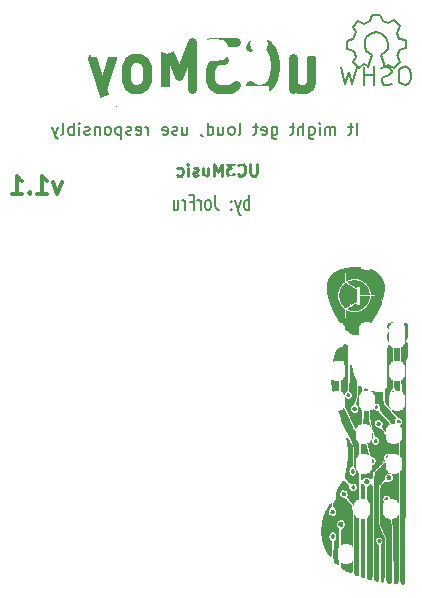
<source format=gbo>
G04 #@! TF.FileFunction,Legend,Bot*
%FSLAX46Y46*%
G04 Gerber Fmt 4.6, Leading zero omitted, Abs format (unit mm)*
G04 Created by KiCad (PCBNEW (after 2015-mar-04 BZR unknown)-product) date 13/11/2015 0:44:19*
%MOMM*%
G01*
G04 APERTURE LIST*
%ADD10C,0.160000*%
%ADD11C,0.200000*%
%ADD12C,0.300000*%
%ADD13C,0.800000*%
%ADD14C,0.250000*%
%ADD15C,0.100000*%
%ADD16C,0.010000*%
%ADD17C,0.150000*%
%ADD18C,1.397000*%
%ADD19R,1.700000X1.700000*%
%ADD20R,2.000000X3.000000*%
%ADD21R,3.000000X2.000000*%
%ADD22C,1.500000*%
%ADD23R,2.032000X2.032000*%
%ADD24O,2.032000X2.032000*%
%ADD25O,1.397000X1.800000*%
%ADD26O,1.400000X1.800000*%
%ADD27O,2.600000X1.800000*%
%ADD28O,1.400000X2.300000*%
%ADD29C,1.600000*%
G04 APERTURE END LIST*
D10*
D11*
X230268857Y-142828095D02*
X230268857Y-141528095D01*
X230268857Y-142023333D02*
X230183143Y-141961429D01*
X230011714Y-141961429D01*
X229926000Y-142023333D01*
X229883143Y-142085238D01*
X229840286Y-142209048D01*
X229840286Y-142580476D01*
X229883143Y-142704286D01*
X229926000Y-142766190D01*
X230011714Y-142828095D01*
X230183143Y-142828095D01*
X230268857Y-142766190D01*
X229540286Y-141961429D02*
X229326000Y-142828095D01*
X229111714Y-141961429D02*
X229326000Y-142828095D01*
X229411714Y-143137619D01*
X229454571Y-143199524D01*
X229540286Y-143261429D01*
X228768857Y-142704286D02*
X228726000Y-142766190D01*
X228768857Y-142828095D01*
X228811714Y-142766190D01*
X228768857Y-142704286D01*
X228768857Y-142828095D01*
X228768857Y-142023333D02*
X228726000Y-142085238D01*
X228768857Y-142147143D01*
X228811714Y-142085238D01*
X228768857Y-142023333D01*
X228768857Y-142147143D01*
X227397429Y-141528095D02*
X227397429Y-142456667D01*
X227440287Y-142642381D01*
X227526001Y-142766190D01*
X227654572Y-142828095D01*
X227740287Y-142828095D01*
X226840287Y-142828095D02*
X226926001Y-142766190D01*
X226968858Y-142704286D01*
X227011715Y-142580476D01*
X227011715Y-142209048D01*
X226968858Y-142085238D01*
X226926001Y-142023333D01*
X226840287Y-141961429D01*
X226711715Y-141961429D01*
X226626001Y-142023333D01*
X226583144Y-142085238D01*
X226540287Y-142209048D01*
X226540287Y-142580476D01*
X226583144Y-142704286D01*
X226626001Y-142766190D01*
X226711715Y-142828095D01*
X226840287Y-142828095D01*
X226154572Y-142828095D02*
X226154572Y-141961429D01*
X226154572Y-142209048D02*
X226111715Y-142085238D01*
X226068858Y-142023333D01*
X225983144Y-141961429D01*
X225897429Y-141961429D01*
X225297429Y-142147143D02*
X225597429Y-142147143D01*
X225597429Y-142828095D02*
X225597429Y-141528095D01*
X225168858Y-141528095D01*
X224826000Y-142828095D02*
X224826000Y-141961429D01*
X224826000Y-142209048D02*
X224783143Y-142085238D01*
X224740286Y-142023333D01*
X224654572Y-141961429D01*
X224568857Y-141961429D01*
X223883143Y-141961429D02*
X223883143Y-142828095D01*
X224268857Y-141961429D02*
X224268857Y-142642381D01*
X224226000Y-142766190D01*
X224140286Y-142828095D01*
X224011714Y-142828095D01*
X223926000Y-142766190D01*
X223883143Y-142704286D01*
D12*
X214392856Y-140428571D02*
X214035713Y-141428571D01*
X213678571Y-140428571D01*
X212321428Y-141428571D02*
X213178571Y-141428571D01*
X212749999Y-141428571D02*
X212749999Y-139928571D01*
X212892856Y-140142857D01*
X213035714Y-140285714D01*
X213178571Y-140357143D01*
X211678571Y-141285714D02*
X211607143Y-141357143D01*
X211678571Y-141428571D01*
X211750000Y-141357143D01*
X211678571Y-141285714D01*
X211678571Y-141428571D01*
X210178571Y-141428571D02*
X211035714Y-141428571D01*
X210607142Y-141428571D02*
X210607142Y-139928571D01*
X210749999Y-140142857D01*
X210892857Y-140285714D01*
X211035714Y-140357143D01*
D11*
X239375935Y-136443981D02*
X239375935Y-135443981D01*
X239042602Y-135777314D02*
X238661650Y-135777314D01*
X238899745Y-135443981D02*
X238899745Y-136301124D01*
X238852126Y-136396362D01*
X238756888Y-136443981D01*
X238661650Y-136443981D01*
X237566411Y-136443981D02*
X237566411Y-135777314D01*
X237566411Y-135872552D02*
X237518792Y-135824933D01*
X237423554Y-135777314D01*
X237280696Y-135777314D01*
X237185458Y-135824933D01*
X237137839Y-135920171D01*
X237137839Y-136443981D01*
X237137839Y-135920171D02*
X237090220Y-135824933D01*
X236994982Y-135777314D01*
X236852125Y-135777314D01*
X236756887Y-135824933D01*
X236709268Y-135920171D01*
X236709268Y-136443981D01*
X236233078Y-136443981D02*
X236233078Y-135777314D01*
X236233078Y-135443981D02*
X236280697Y-135491600D01*
X236233078Y-135539219D01*
X236185459Y-135491600D01*
X236233078Y-135443981D01*
X236233078Y-135539219D01*
X235328316Y-135777314D02*
X235328316Y-136586838D01*
X235375935Y-136682076D01*
X235423554Y-136729695D01*
X235518793Y-136777314D01*
X235661650Y-136777314D01*
X235756888Y-136729695D01*
X235328316Y-136396362D02*
X235423554Y-136443981D01*
X235614031Y-136443981D01*
X235709269Y-136396362D01*
X235756888Y-136348743D01*
X235804507Y-136253505D01*
X235804507Y-135967790D01*
X235756888Y-135872552D01*
X235709269Y-135824933D01*
X235614031Y-135777314D01*
X235423554Y-135777314D01*
X235328316Y-135824933D01*
X234852126Y-136443981D02*
X234852126Y-135443981D01*
X234423554Y-136443981D02*
X234423554Y-135920171D01*
X234471173Y-135824933D01*
X234566411Y-135777314D01*
X234709269Y-135777314D01*
X234804507Y-135824933D01*
X234852126Y-135872552D01*
X234090221Y-135777314D02*
X233709269Y-135777314D01*
X233947364Y-135443981D02*
X233947364Y-136301124D01*
X233899745Y-136396362D01*
X233804507Y-136443981D01*
X233709269Y-136443981D01*
X232185458Y-135777314D02*
X232185458Y-136586838D01*
X232233077Y-136682076D01*
X232280696Y-136729695D01*
X232375935Y-136777314D01*
X232518792Y-136777314D01*
X232614030Y-136729695D01*
X232185458Y-136396362D02*
X232280696Y-136443981D01*
X232471173Y-136443981D01*
X232566411Y-136396362D01*
X232614030Y-136348743D01*
X232661649Y-136253505D01*
X232661649Y-135967790D01*
X232614030Y-135872552D01*
X232566411Y-135824933D01*
X232471173Y-135777314D01*
X232280696Y-135777314D01*
X232185458Y-135824933D01*
X231328315Y-136396362D02*
X231423553Y-136443981D01*
X231614030Y-136443981D01*
X231709268Y-136396362D01*
X231756887Y-136301124D01*
X231756887Y-135920171D01*
X231709268Y-135824933D01*
X231614030Y-135777314D01*
X231423553Y-135777314D01*
X231328315Y-135824933D01*
X231280696Y-135920171D01*
X231280696Y-136015410D01*
X231756887Y-136110648D01*
X230994982Y-135777314D02*
X230614030Y-135777314D01*
X230852125Y-135443981D02*
X230852125Y-136301124D01*
X230804506Y-136396362D01*
X230709268Y-136443981D01*
X230614030Y-136443981D01*
X229375934Y-136443981D02*
X229471172Y-136396362D01*
X229518791Y-136301124D01*
X229518791Y-135443981D01*
X228852124Y-136443981D02*
X228947362Y-136396362D01*
X228994981Y-136348743D01*
X229042600Y-136253505D01*
X229042600Y-135967790D01*
X228994981Y-135872552D01*
X228947362Y-135824933D01*
X228852124Y-135777314D01*
X228709266Y-135777314D01*
X228614028Y-135824933D01*
X228566409Y-135872552D01*
X228518790Y-135967790D01*
X228518790Y-136253505D01*
X228566409Y-136348743D01*
X228614028Y-136396362D01*
X228709266Y-136443981D01*
X228852124Y-136443981D01*
X227661647Y-135777314D02*
X227661647Y-136443981D01*
X228090219Y-135777314D02*
X228090219Y-136301124D01*
X228042600Y-136396362D01*
X227947362Y-136443981D01*
X227804504Y-136443981D01*
X227709266Y-136396362D01*
X227661647Y-136348743D01*
X226756885Y-136443981D02*
X226756885Y-135443981D01*
X226756885Y-136396362D02*
X226852123Y-136443981D01*
X227042600Y-136443981D01*
X227137838Y-136396362D01*
X227185457Y-136348743D01*
X227233076Y-136253505D01*
X227233076Y-135967790D01*
X227185457Y-135872552D01*
X227137838Y-135824933D01*
X227042600Y-135777314D01*
X226852123Y-135777314D01*
X226756885Y-135824933D01*
X226233076Y-136396362D02*
X226233076Y-136443981D01*
X226280695Y-136539219D01*
X226328314Y-136586838D01*
X224614028Y-135777314D02*
X224614028Y-136443981D01*
X225042600Y-135777314D02*
X225042600Y-136301124D01*
X224994981Y-136396362D01*
X224899743Y-136443981D01*
X224756885Y-136443981D01*
X224661647Y-136396362D01*
X224614028Y-136348743D01*
X224185457Y-136396362D02*
X224090219Y-136443981D01*
X223899743Y-136443981D01*
X223804504Y-136396362D01*
X223756885Y-136301124D01*
X223756885Y-136253505D01*
X223804504Y-136158267D01*
X223899743Y-136110648D01*
X224042600Y-136110648D01*
X224137838Y-136063029D01*
X224185457Y-135967790D01*
X224185457Y-135920171D01*
X224137838Y-135824933D01*
X224042600Y-135777314D01*
X223899743Y-135777314D01*
X223804504Y-135824933D01*
X222947361Y-136396362D02*
X223042599Y-136443981D01*
X223233076Y-136443981D01*
X223328314Y-136396362D01*
X223375933Y-136301124D01*
X223375933Y-135920171D01*
X223328314Y-135824933D01*
X223233076Y-135777314D01*
X223042599Y-135777314D01*
X222947361Y-135824933D01*
X222899742Y-135920171D01*
X222899742Y-136015410D01*
X223375933Y-136110648D01*
X221709266Y-136443981D02*
X221709266Y-135777314D01*
X221709266Y-135967790D02*
X221661647Y-135872552D01*
X221614028Y-135824933D01*
X221518790Y-135777314D01*
X221423551Y-135777314D01*
X220709265Y-136396362D02*
X220804503Y-136443981D01*
X220994980Y-136443981D01*
X221090218Y-136396362D01*
X221137837Y-136301124D01*
X221137837Y-135920171D01*
X221090218Y-135824933D01*
X220994980Y-135777314D01*
X220804503Y-135777314D01*
X220709265Y-135824933D01*
X220661646Y-135920171D01*
X220661646Y-136015410D01*
X221137837Y-136110648D01*
X220280694Y-136396362D02*
X220185456Y-136443981D01*
X219994980Y-136443981D01*
X219899741Y-136396362D01*
X219852122Y-136301124D01*
X219852122Y-136253505D01*
X219899741Y-136158267D01*
X219994980Y-136110648D01*
X220137837Y-136110648D01*
X220233075Y-136063029D01*
X220280694Y-135967790D01*
X220280694Y-135920171D01*
X220233075Y-135824933D01*
X220137837Y-135777314D01*
X219994980Y-135777314D01*
X219899741Y-135824933D01*
X219423551Y-135777314D02*
X219423551Y-136777314D01*
X219423551Y-135824933D02*
X219328313Y-135777314D01*
X219137836Y-135777314D01*
X219042598Y-135824933D01*
X218994979Y-135872552D01*
X218947360Y-135967790D01*
X218947360Y-136253505D01*
X218994979Y-136348743D01*
X219042598Y-136396362D01*
X219137836Y-136443981D01*
X219328313Y-136443981D01*
X219423551Y-136396362D01*
X218375932Y-136443981D02*
X218471170Y-136396362D01*
X218518789Y-136348743D01*
X218566408Y-136253505D01*
X218566408Y-135967790D01*
X218518789Y-135872552D01*
X218471170Y-135824933D01*
X218375932Y-135777314D01*
X218233074Y-135777314D01*
X218137836Y-135824933D01*
X218090217Y-135872552D01*
X218042598Y-135967790D01*
X218042598Y-136253505D01*
X218090217Y-136348743D01*
X218137836Y-136396362D01*
X218233074Y-136443981D01*
X218375932Y-136443981D01*
X217614027Y-135777314D02*
X217614027Y-136443981D01*
X217614027Y-135872552D02*
X217566408Y-135824933D01*
X217471170Y-135777314D01*
X217328312Y-135777314D01*
X217233074Y-135824933D01*
X217185455Y-135920171D01*
X217185455Y-136443981D01*
X216756884Y-136396362D02*
X216661646Y-136443981D01*
X216471170Y-136443981D01*
X216375931Y-136396362D01*
X216328312Y-136301124D01*
X216328312Y-136253505D01*
X216375931Y-136158267D01*
X216471170Y-136110648D01*
X216614027Y-136110648D01*
X216709265Y-136063029D01*
X216756884Y-135967790D01*
X216756884Y-135920171D01*
X216709265Y-135824933D01*
X216614027Y-135777314D01*
X216471170Y-135777314D01*
X216375931Y-135824933D01*
X215899741Y-136443981D02*
X215899741Y-135777314D01*
X215899741Y-135443981D02*
X215947360Y-135491600D01*
X215899741Y-135539219D01*
X215852122Y-135491600D01*
X215899741Y-135443981D01*
X215899741Y-135539219D01*
X215423551Y-136443981D02*
X215423551Y-135443981D01*
X215423551Y-135824933D02*
X215328313Y-135777314D01*
X215137836Y-135777314D01*
X215042598Y-135824933D01*
X214994979Y-135872552D01*
X214947360Y-135967790D01*
X214947360Y-136253505D01*
X214994979Y-136348743D01*
X215042598Y-136396362D01*
X215137836Y-136443981D01*
X215328313Y-136443981D01*
X215423551Y-136396362D01*
X214375932Y-136443981D02*
X214471170Y-136396362D01*
X214518789Y-136301124D01*
X214518789Y-135443981D01*
X214090217Y-135777314D02*
X213852122Y-136443981D01*
X213614026Y-135777314D02*
X213852122Y-136443981D01*
X213947360Y-136682076D01*
X213994979Y-136729695D01*
X214090217Y-136777314D01*
D13*
X233973534Y-129942697D02*
X233973534Y-132609364D01*
X235473534Y-129942697D02*
X235473534Y-132037935D01*
X235306867Y-132418888D01*
X234973534Y-132609364D01*
X234473534Y-132609364D01*
X234140200Y-132418888D01*
X233973534Y-132228411D01*
X230306867Y-132228411D02*
X230473533Y-132418888D01*
X230973533Y-132609364D01*
X231306867Y-132609364D01*
X231806867Y-132418888D01*
X232140200Y-132037935D01*
X232306867Y-131656983D01*
X232473533Y-130895078D01*
X232473533Y-130323650D01*
X232306867Y-129561745D01*
X232140200Y-129180792D01*
X231806867Y-128799840D01*
X231306867Y-128609364D01*
X230973533Y-128609364D01*
X230473533Y-128799840D01*
X230306867Y-128990316D01*
X229140200Y-128609364D02*
X226973533Y-128609364D01*
X228140200Y-130133173D01*
X227640200Y-130133173D01*
X227306867Y-130323650D01*
X227140200Y-130514126D01*
X226973533Y-130895078D01*
X226973533Y-131847459D01*
X227140200Y-132228411D01*
X227306867Y-132418888D01*
X227640200Y-132609364D01*
X228640200Y-132609364D01*
X228973533Y-132418888D01*
X229140200Y-132228411D01*
X225473534Y-132609364D02*
X225473534Y-128609364D01*
X224306867Y-131466507D01*
X223140200Y-128609364D01*
X223140200Y-132609364D01*
X220973534Y-132609364D02*
X221306867Y-132418888D01*
X221473534Y-132228411D01*
X221640200Y-131847459D01*
X221640200Y-130704602D01*
X221473534Y-130323650D01*
X221306867Y-130133173D01*
X220973534Y-129942697D01*
X220473534Y-129942697D01*
X220140200Y-130133173D01*
X219973534Y-130323650D01*
X219806867Y-130704602D01*
X219806867Y-131847459D01*
X219973534Y-132228411D01*
X220140200Y-132418888D01*
X220473534Y-132609364D01*
X220973534Y-132609364D01*
X218640200Y-129942697D02*
X217806867Y-132609364D01*
X216973533Y-129942697D02*
X217806867Y-132609364D01*
X218140200Y-133561745D01*
X218306867Y-133752221D01*
X218640200Y-133942697D01*
D14*
X230941143Y-138898381D02*
X230941143Y-139707905D01*
X230893524Y-139803143D01*
X230845905Y-139850762D01*
X230750667Y-139898381D01*
X230560190Y-139898381D01*
X230464952Y-139850762D01*
X230417333Y-139803143D01*
X230369714Y-139707905D01*
X230369714Y-138898381D01*
X229322095Y-139803143D02*
X229369714Y-139850762D01*
X229512571Y-139898381D01*
X229607809Y-139898381D01*
X229750667Y-139850762D01*
X229845905Y-139755524D01*
X229893524Y-139660286D01*
X229941143Y-139469810D01*
X229941143Y-139326952D01*
X229893524Y-139136476D01*
X229845905Y-139041238D01*
X229750667Y-138946000D01*
X229607809Y-138898381D01*
X229512571Y-138898381D01*
X229369714Y-138946000D01*
X229322095Y-138993619D01*
X228988762Y-138898381D02*
X228369714Y-138898381D01*
X228703048Y-139279333D01*
X228560190Y-139279333D01*
X228464952Y-139326952D01*
X228417333Y-139374571D01*
X228369714Y-139469810D01*
X228369714Y-139707905D01*
X228417333Y-139803143D01*
X228464952Y-139850762D01*
X228560190Y-139898381D01*
X228845905Y-139898381D01*
X228941143Y-139850762D01*
X228988762Y-139803143D01*
X227941143Y-139898381D02*
X227941143Y-138898381D01*
X227607809Y-139612667D01*
X227274476Y-138898381D01*
X227274476Y-139898381D01*
X226369714Y-139231714D02*
X226369714Y-139898381D01*
X226798286Y-139231714D02*
X226798286Y-139755524D01*
X226750667Y-139850762D01*
X226655429Y-139898381D01*
X226512571Y-139898381D01*
X226417333Y-139850762D01*
X226369714Y-139803143D01*
X225941143Y-139850762D02*
X225845905Y-139898381D01*
X225655429Y-139898381D01*
X225560190Y-139850762D01*
X225512571Y-139755524D01*
X225512571Y-139707905D01*
X225560190Y-139612667D01*
X225655429Y-139565048D01*
X225798286Y-139565048D01*
X225893524Y-139517429D01*
X225941143Y-139422190D01*
X225941143Y-139374571D01*
X225893524Y-139279333D01*
X225798286Y-139231714D01*
X225655429Y-139231714D01*
X225560190Y-139279333D01*
X225084000Y-139898381D02*
X225084000Y-139231714D01*
X225084000Y-138898381D02*
X225131619Y-138946000D01*
X225084000Y-138993619D01*
X225036381Y-138946000D01*
X225084000Y-138898381D01*
X225084000Y-138993619D01*
X224179238Y-139850762D02*
X224274476Y-139898381D01*
X224464953Y-139898381D01*
X224560191Y-139850762D01*
X224607810Y-139803143D01*
X224655429Y-139707905D01*
X224655429Y-139422190D01*
X224607810Y-139326952D01*
X224560191Y-139279333D01*
X224464953Y-139231714D01*
X224274476Y-139231714D01*
X224179238Y-139279333D01*
D15*
G36*
X236837297Y-149352589D02*
X236837387Y-149405106D01*
X236838093Y-149456867D01*
X236839414Y-149505184D01*
X236841347Y-149547370D01*
X236843439Y-149576075D01*
X236859693Y-149715428D01*
X236883301Y-149862524D01*
X236913733Y-150015148D01*
X236950460Y-150171086D01*
X236992951Y-150328124D01*
X237040678Y-150484047D01*
X237093109Y-150636641D01*
X237104750Y-150668275D01*
X237131895Y-150740143D01*
X237160397Y-150813744D01*
X237189333Y-150886799D01*
X237217778Y-150957027D01*
X237244810Y-151022148D01*
X237269503Y-151079882D01*
X237290934Y-151127948D01*
X237291256Y-151128650D01*
X237307106Y-151163317D01*
X237322331Y-151196923D01*
X237335563Y-151226429D01*
X237345437Y-151248798D01*
X237348388Y-151255650D01*
X237363705Y-151289769D01*
X237384557Y-151333271D01*
X237410097Y-151384553D01*
X237439480Y-151442019D01*
X237471859Y-151504066D01*
X237506388Y-151569098D01*
X237542221Y-151635513D01*
X237578512Y-151701712D01*
X237614414Y-151766096D01*
X237649082Y-151827066D01*
X237667512Y-151858900D01*
X237690214Y-151898076D01*
X237701957Y-151918602D01*
X237701957Y-150020447D01*
X237702717Y-150019516D01*
X237706492Y-150020388D01*
X237706950Y-150023750D01*
X237704627Y-150028976D01*
X237702717Y-150027983D01*
X237701957Y-150020447D01*
X237701957Y-151918602D01*
X237711358Y-151935036D01*
X237713300Y-151938479D01*
X237713300Y-150026925D01*
X237713488Y-149962996D01*
X237714044Y-149909978D01*
X237714958Y-149868230D01*
X237716218Y-149838113D01*
X237717814Y-149819986D01*
X237719650Y-149814200D01*
X237723148Y-149808462D01*
X237725454Y-149793680D01*
X237726000Y-149779728D01*
X237728104Y-149753483D01*
X237734150Y-149737327D01*
X237735525Y-149735732D01*
X237742217Y-149721317D01*
X237744989Y-149696086D01*
X237745050Y-149690828D01*
X237746082Y-149671561D01*
X237748745Y-149658711D01*
X237751400Y-149655450D01*
X237755377Y-149649816D01*
X237757589Y-149635743D01*
X237757750Y-149630050D01*
X237759323Y-149612388D01*
X237764537Y-149605110D01*
X237767275Y-149604650D01*
X237773899Y-149600455D01*
X237776628Y-149586552D01*
X237776800Y-149579250D01*
X237778209Y-149563344D01*
X237781727Y-149554497D01*
X237783150Y-149553850D01*
X237787348Y-149548267D01*
X237789446Y-149534541D01*
X237789500Y-149531625D01*
X237791566Y-149515187D01*
X237798158Y-149509440D01*
X237799025Y-149509400D01*
X237806070Y-149504580D01*
X237808533Y-149489199D01*
X237808550Y-149487175D01*
X237810145Y-149472484D01*
X237814067Y-149465141D01*
X237814900Y-149464950D01*
X237819652Y-149459509D01*
X237821250Y-149448875D01*
X237824614Y-149435352D01*
X237830775Y-149429146D01*
X237838177Y-149420647D01*
X237840300Y-149410295D01*
X237842562Y-149398691D01*
X237846650Y-149395100D01*
X237851783Y-149389772D01*
X237853000Y-149382200D01*
X237857138Y-149369990D01*
X237862525Y-149365646D01*
X237870498Y-149357000D01*
X237872050Y-149349702D01*
X237873396Y-149340186D01*
X237878849Y-149330015D01*
X237890533Y-149315614D01*
X237895863Y-149309608D01*
X237902760Y-149296863D01*
X237903800Y-149290778D01*
X237907093Y-149282041D01*
X237910150Y-149280800D01*
X237915310Y-149275481D01*
X237916500Y-149268100D01*
X237920471Y-149257757D01*
X237926025Y-149255400D01*
X237933686Y-149249879D01*
X237935550Y-149239525D01*
X237937724Y-149227591D01*
X237941900Y-149223650D01*
X237947534Y-149218506D01*
X237948250Y-149214125D01*
X237953333Y-149205706D01*
X237957775Y-149204600D01*
X237965523Y-149199264D01*
X237967300Y-149191473D01*
X237971712Y-149179486D01*
X237982875Y-149164262D01*
X237989525Y-149157386D01*
X238002607Y-149143718D01*
X238010594Y-149132808D01*
X238011750Y-149129526D01*
X238015890Y-149120753D01*
X238026016Y-149108397D01*
X238027625Y-149106752D01*
X238038280Y-149094369D01*
X238043417Y-149085004D01*
X238043500Y-149084238D01*
X238048639Y-149078350D01*
X238053025Y-149077600D01*
X238061472Y-149073931D01*
X238062550Y-149070796D01*
X238067360Y-149060024D01*
X238077918Y-149049793D01*
X238087497Y-149045850D01*
X238094021Y-149040971D01*
X238094300Y-149039046D01*
X238098303Y-149028995D01*
X238102238Y-149024016D01*
X238111836Y-149013510D01*
X238124044Y-148999511D01*
X238124421Y-148999069D01*
X238136702Y-148987681D01*
X238147483Y-148982396D01*
X238148234Y-148982350D01*
X238156707Y-148978695D01*
X238157800Y-148975546D01*
X238162610Y-148964774D01*
X238173168Y-148954543D01*
X238182747Y-148950600D01*
X238189271Y-148945721D01*
X238189550Y-148943796D01*
X238193763Y-148934132D01*
X238202902Y-148923875D01*
X238211721Y-148918859D01*
X238211996Y-148918850D01*
X238218499Y-148914361D01*
X238228379Y-148903485D01*
X238228962Y-148902749D01*
X238241844Y-148891205D01*
X238255257Y-148890460D01*
X238255276Y-148890465D01*
X238263665Y-148892027D01*
X238260758Y-148888629D01*
X238260238Y-148888265D01*
X238255604Y-148882228D01*
X238260084Y-148873958D01*
X238264472Y-148869328D01*
X238274809Y-148861223D01*
X238281096Y-148860112D01*
X238281731Y-148854583D01*
X238282331Y-148837391D01*
X238282887Y-148809571D01*
X238283391Y-148772161D01*
X238283832Y-148726196D01*
X238284202Y-148672714D01*
X238284491Y-148612750D01*
X238284690Y-148547342D01*
X238284790Y-148477524D01*
X238284800Y-148446601D01*
X238284800Y-148029387D01*
X238380050Y-148030194D01*
X238475300Y-148031000D01*
X238475300Y-148379675D01*
X238475300Y-148728350D01*
X238491175Y-148728350D01*
X238503110Y-148726217D01*
X238507050Y-148722120D01*
X238512438Y-148716102D01*
X238522925Y-148711907D01*
X238534813Y-148707004D01*
X238538800Y-148702261D01*
X238544239Y-148698004D01*
X238554675Y-148696600D01*
X238566611Y-148694524D01*
X238570550Y-148690537D01*
X238576102Y-148685498D01*
X238589761Y-148680927D01*
X238592775Y-148680306D01*
X238607427Y-148676148D01*
X238614794Y-148671299D01*
X238615000Y-148670493D01*
X238620452Y-148666293D01*
X238631329Y-148664850D01*
X238647655Y-148661264D01*
X238657183Y-148655325D01*
X238670939Y-148647723D01*
X238682129Y-148645800D01*
X238693844Y-148643568D01*
X238697550Y-148639450D01*
X238703184Y-148635473D01*
X238717257Y-148633261D01*
X238722950Y-148633100D01*
X238738857Y-148631777D01*
X238747704Y-148628474D01*
X238748350Y-148627139D01*
X238754005Y-148622746D01*
X238768321Y-148618464D01*
X238777004Y-148616881D01*
X238794937Y-148613160D01*
X238806926Y-148608758D01*
X238809128Y-148606967D01*
X238816873Y-148603946D01*
X238833350Y-148601907D01*
X238849796Y-148601350D01*
X238873066Y-148600075D01*
X238886784Y-148596503D01*
X238889513Y-148593788D01*
X238897026Y-148589286D01*
X238914735Y-148585634D01*
X238936079Y-148583597D01*
X238958994Y-148581506D01*
X238976952Y-148578537D01*
X238986111Y-148575327D01*
X238986158Y-148575284D01*
X238993924Y-148573616D01*
X239011985Y-148572242D01*
X239038259Y-148571163D01*
X239070663Y-148570380D01*
X239107117Y-148569896D01*
X239145538Y-148569711D01*
X239183844Y-148569827D01*
X239219954Y-148570246D01*
X239251785Y-148570968D01*
X239277255Y-148571997D01*
X239294284Y-148573332D01*
X239300789Y-148574976D01*
X239300800Y-148575054D01*
X239306666Y-148577857D01*
X239322345Y-148580710D01*
X239344963Y-148583152D01*
X239356158Y-148583963D01*
X239382293Y-148586333D01*
X239402067Y-148589571D01*
X239412762Y-148593186D01*
X239413837Y-148594383D01*
X239421103Y-148598286D01*
X239437778Y-148600765D01*
X239453730Y-148601350D01*
X239473666Y-148602199D01*
X239487289Y-148604405D01*
X239491300Y-148606888D01*
X239496910Y-148611246D01*
X239510929Y-148615420D01*
X239516700Y-148616488D01*
X239532580Y-148620414D01*
X239541437Y-148625295D01*
X239542100Y-148626825D01*
X239547683Y-148630972D01*
X239561410Y-148633045D01*
X239564325Y-148633100D01*
X239579018Y-148634491D01*
X239586360Y-148637913D01*
X239586550Y-148638638D01*
X239592160Y-148642996D01*
X239606179Y-148647170D01*
X239611950Y-148648238D01*
X239627830Y-148652164D01*
X239636687Y-148657045D01*
X239637350Y-148658575D01*
X239642923Y-148662762D01*
X239656585Y-148664809D01*
X239659046Y-148664850D01*
X239674235Y-148666589D01*
X239682639Y-148670842D01*
X239682953Y-148671482D01*
X239690283Y-148677163D01*
X239699357Y-148679183D01*
X239710475Y-148683128D01*
X239713550Y-148688426D01*
X239719377Y-148694400D01*
X239735494Y-148696599D01*
X239735775Y-148696600D01*
X239750468Y-148698022D01*
X239757809Y-148701520D01*
X239758000Y-148702261D01*
X239763382Y-148707851D01*
X239773875Y-148711907D01*
X239785768Y-148717006D01*
X239789750Y-148722120D01*
X239794796Y-148727856D01*
X239798010Y-148728350D01*
X239811980Y-148731335D01*
X239826895Y-148738454D01*
X239837838Y-148746952D01*
X239840501Y-148752162D01*
X239845965Y-148758125D01*
X239856425Y-148760100D01*
X239868363Y-148762039D01*
X239872300Y-148765761D01*
X239877682Y-148771351D01*
X239888176Y-148775407D01*
X239900068Y-148780506D01*
X239904050Y-148785620D01*
X239909196Y-148791147D01*
X239913575Y-148791850D01*
X239922029Y-148795051D01*
X239923100Y-148797772D01*
X239928387Y-148804031D01*
X239937388Y-148808205D01*
X239953243Y-148816613D01*
X239961200Y-148823600D01*
X239975199Y-148834492D01*
X239985013Y-148838994D01*
X239996088Y-148844682D01*
X239999300Y-148849427D01*
X240004203Y-148855113D01*
X240006104Y-148855349D01*
X240016876Y-148860159D01*
X240027107Y-148870717D01*
X240031050Y-148880296D01*
X240035801Y-148886822D01*
X240037669Y-148887100D01*
X240044577Y-148889026D01*
X240054848Y-148896072D01*
X240071225Y-148910135D01*
X240072092Y-148910912D01*
X240082994Y-148917718D01*
X240087747Y-148918850D01*
X240093780Y-148923985D01*
X240094550Y-148928375D01*
X240097879Y-148936826D01*
X240100712Y-148937900D01*
X240108180Y-148942213D01*
X240121593Y-148953479D01*
X240138434Y-148969187D01*
X240156186Y-148986825D01*
X240172329Y-149003882D01*
X240184347Y-149017848D01*
X240189721Y-149026210D01*
X240189800Y-149026755D01*
X240193138Y-149031354D01*
X240195018Y-149030675D01*
X240202234Y-149032531D01*
X240211748Y-149041017D01*
X240219444Y-149051800D01*
X240221551Y-149058622D01*
X240226444Y-149064646D01*
X240228354Y-149064900D01*
X240239907Y-149070108D01*
X240249817Y-149082014D01*
X240253300Y-149093396D01*
X240256071Y-149100454D01*
X240259193Y-149100107D01*
X240265425Y-149102200D01*
X240269146Y-149109257D01*
X240274846Y-149119568D01*
X240279128Y-149122050D01*
X240284837Y-149126934D01*
X240285050Y-149128703D01*
X240289325Y-149137194D01*
X240299734Y-149148946D01*
X240300925Y-149150068D01*
X240311935Y-149164085D01*
X240316789Y-149177812D01*
X240316800Y-149178340D01*
X240320574Y-149189352D01*
X240326325Y-149191900D01*
X240334655Y-149197012D01*
X240335850Y-149201799D01*
X240338929Y-149208372D01*
X240342201Y-149207774D01*
X240346909Y-149210023D01*
X240348550Y-149220100D01*
X240351207Y-149232222D01*
X240356488Y-149236399D01*
X240364334Y-149241757D01*
X240372697Y-149254468D01*
X240378821Y-149269617D01*
X240380300Y-149278890D01*
X240384106Y-149286495D01*
X240386530Y-149287150D01*
X240392548Y-149292537D01*
X240396743Y-149303025D01*
X240401646Y-149314912D01*
X240406389Y-149318900D01*
X240410646Y-149324338D01*
X240412050Y-149334775D01*
X240415363Y-149347542D01*
X240421575Y-149350650D01*
X240429333Y-149355943D01*
X240431100Y-149363350D01*
X240433760Y-149373668D01*
X240437450Y-149376050D01*
X240441909Y-149381567D01*
X240443800Y-149394862D01*
X240443800Y-149395100D01*
X240446640Y-149410223D01*
X240453325Y-149414150D01*
X240460986Y-149419670D01*
X240462850Y-149430025D01*
X240465024Y-149441958D01*
X240469200Y-149445900D01*
X240474300Y-149451237D01*
X240475550Y-149459053D01*
X240479907Y-149474445D01*
X240485075Y-149481732D01*
X240492677Y-149495488D01*
X240494600Y-149506678D01*
X240496832Y-149518393D01*
X240500950Y-149522100D01*
X240504927Y-149527733D01*
X240507139Y-149541806D01*
X240507300Y-149547500D01*
X240508873Y-149565161D01*
X240514087Y-149572439D01*
X240516825Y-149572900D01*
X240523870Y-149577719D01*
X240526333Y-149593100D01*
X240526350Y-149595125D01*
X240527945Y-149609815D01*
X240531867Y-149617158D01*
X240532700Y-149617350D01*
X240536349Y-149623055D01*
X240538645Y-149637619D01*
X240539050Y-149648570D01*
X240540480Y-149668264D01*
X240544262Y-149680290D01*
X240546494Y-149682272D01*
X240550906Y-149689515D01*
X240554708Y-149705957D01*
X240556783Y-149724077D01*
X240559083Y-149744529D01*
X240562250Y-149758749D01*
X240565214Y-149763400D01*
X240567884Y-149769230D01*
X240569860Y-149784654D01*
X240570776Y-149806568D01*
X240570800Y-149811025D01*
X240571505Y-149833788D01*
X240573368Y-149850628D01*
X240576016Y-149858441D01*
X240576555Y-149858650D01*
X240580615Y-149864340D01*
X240584700Y-149878897D01*
X240586675Y-149890400D01*
X240591042Y-149922150D01*
X240769834Y-149922150D01*
X240948625Y-149922150D01*
X240948625Y-150026925D01*
X240948625Y-150131700D01*
X240769834Y-150131700D01*
X240591042Y-150131700D01*
X240586676Y-150163450D01*
X240583157Y-150181532D01*
X240578938Y-150193031D01*
X240576555Y-150195200D01*
X240573771Y-150201023D01*
X240571728Y-150216397D01*
X240570816Y-150238176D01*
X240570800Y-150241555D01*
X240570027Y-150265053D01*
X240567990Y-150283633D01*
X240565113Y-150293583D01*
X240564814Y-150293942D01*
X240561130Y-150303342D01*
X240558278Y-150320758D01*
X240557340Y-150333064D01*
X240554773Y-150354960D01*
X240549821Y-150367538D01*
X240547452Y-150369377D01*
X240541675Y-150377978D01*
X240539123Y-150396772D01*
X240539050Y-150401375D01*
X240537797Y-150418486D01*
X240534625Y-150428791D01*
X240532700Y-150430150D01*
X240528583Y-150435750D01*
X240526438Y-150449603D01*
X240526350Y-150453462D01*
X240523891Y-150471917D01*
X240517882Y-150486034D01*
X240517026Y-150487078D01*
X240509803Y-150500747D01*
X240506184Y-150517301D01*
X240503791Y-150530038D01*
X240500005Y-150534285D01*
X240499633Y-150534110D01*
X240496185Y-150537341D01*
X240494610Y-150549397D01*
X240494600Y-150550624D01*
X240491652Y-150566491D01*
X240485075Y-150573903D01*
X240477674Y-150582402D01*
X240475550Y-150592754D01*
X240473289Y-150604358D01*
X240469200Y-150607950D01*
X240464206Y-150613334D01*
X240462753Y-150622237D01*
X240458840Y-150641533D01*
X240446802Y-150651713D01*
X240441152Y-150653252D01*
X240430268Y-150658826D01*
X240427340Y-150663671D01*
X240427608Y-150667361D01*
X240428931Y-150665258D01*
X240435948Y-150658836D01*
X240442128Y-150663032D01*
X240443800Y-150671450D01*
X240441427Y-150681772D01*
X240438139Y-150684150D01*
X240432549Y-150689531D01*
X240428493Y-150700025D01*
X240423394Y-150711917D01*
X240418280Y-150715900D01*
X240412753Y-150721045D01*
X240412050Y-150725425D01*
X240408622Y-150733875D01*
X240405700Y-150734950D01*
X240400568Y-150740277D01*
X240399350Y-150747849D01*
X240395213Y-150760059D01*
X240389825Y-150764403D01*
X240381978Y-150773018D01*
X240380300Y-150780938D01*
X240375666Y-150793706D01*
X240364537Y-150808105D01*
X240351073Y-150819665D01*
X240340286Y-150823947D01*
X240337558Y-150826521D01*
X240342200Y-150830780D01*
X240347950Y-150837117D01*
X240343788Y-150840737D01*
X240336499Y-150849138D01*
X240335850Y-150852954D01*
X240330756Y-150860910D01*
X240326325Y-150861950D01*
X240318567Y-150867236D01*
X240316800Y-150874577D01*
X240312683Y-150889022D01*
X240302896Y-150903085D01*
X240291282Y-150911839D01*
X240287014Y-150912750D01*
X240281989Y-150917303D01*
X240282810Y-150922419D01*
X240280595Y-150933270D01*
X240268671Y-150948688D01*
X240263560Y-150953743D01*
X240250241Y-150967570D01*
X240241956Y-150978607D01*
X240240600Y-150982173D01*
X240235464Y-150988182D01*
X240231075Y-150988950D01*
X240222629Y-150992618D01*
X240221550Y-150995753D01*
X240216741Y-151006525D01*
X240206183Y-151016756D01*
X240196604Y-151020700D01*
X240190080Y-151025578D01*
X240189800Y-151027503D01*
X240184991Y-151038275D01*
X240174433Y-151048506D01*
X240164854Y-151052450D01*
X240158330Y-151057328D01*
X240158050Y-151059253D01*
X240153241Y-151070025D01*
X240142683Y-151080256D01*
X240133104Y-151084200D01*
X240126580Y-151089078D01*
X240126300Y-151091003D01*
X240121491Y-151101775D01*
X240110933Y-151112006D01*
X240101354Y-151115950D01*
X240094830Y-151120828D01*
X240094550Y-151122753D01*
X240090427Y-151132233D01*
X240081497Y-151142487D01*
X240072920Y-151147676D01*
X240072502Y-151147700D01*
X240065720Y-151151613D01*
X240054013Y-151161260D01*
X240051476Y-151163575D01*
X240038936Y-151174019D01*
X240030108Y-151179294D01*
X240029225Y-151179450D01*
X240021823Y-151183682D01*
X240010622Y-151194005D01*
X240009382Y-151195325D01*
X239998287Y-151206064D01*
X239990800Y-151211139D01*
X239990367Y-151211200D01*
X239983832Y-151213933D01*
X239971863Y-151223121D01*
X239958259Y-151235012D01*
X239947357Y-151241818D01*
X239942604Y-151242950D01*
X239936075Y-151247431D01*
X239935800Y-151249179D01*
X239930413Y-151255197D01*
X239919925Y-151259392D01*
X239908038Y-151264295D01*
X239904050Y-151269038D01*
X239899164Y-151274502D01*
X239897432Y-151274700D01*
X239890524Y-151276626D01*
X239880253Y-151283672D01*
X239863876Y-151297735D01*
X239863009Y-151298512D01*
X239849232Y-151305348D01*
X239841683Y-151306450D01*
X239829579Y-151310905D01*
X239825400Y-151316377D01*
X239819338Y-151323098D01*
X239815707Y-151322669D01*
X239807116Y-151323627D01*
X239800241Y-151328616D01*
X239786240Y-151336638D01*
X239777504Y-151338200D01*
X239766938Y-151340499D01*
X239764350Y-151343861D01*
X239758969Y-151349451D01*
X239748475Y-151353507D01*
X239736583Y-151358606D01*
X239732600Y-151363720D01*
X239727152Y-151368355D01*
X239716272Y-151369950D01*
X239699946Y-151373535D01*
X239690418Y-151379475D01*
X239676662Y-151387076D01*
X239665472Y-151389000D01*
X239653757Y-151391231D01*
X239650050Y-151395350D01*
X239644468Y-151399547D01*
X239630742Y-151401645D01*
X239627825Y-151401700D01*
X239613134Y-151403222D01*
X239605792Y-151406967D01*
X239605600Y-151407762D01*
X239600048Y-151412796D01*
X239586380Y-151417372D01*
X239583305Y-151418007D01*
X239567527Y-151422246D01*
X239558065Y-151427158D01*
X239557531Y-151427819D01*
X239549429Y-151431589D01*
X239534164Y-151433417D01*
X239531747Y-151433450D01*
X239513845Y-151436057D01*
X239500541Y-151442394D01*
X239499918Y-151442975D01*
X239487598Y-151449197D01*
X239469359Y-151452388D01*
X239465447Y-151452500D01*
X239449710Y-151453932D01*
X239441069Y-151457502D01*
X239440500Y-151458850D01*
X239434597Y-151462059D01*
X239418641Y-151464292D01*
X239395264Y-151465195D01*
X239393405Y-151465200D01*
X239364979Y-151466202D01*
X239348534Y-151469269D01*
X239343666Y-151473137D01*
X239339520Y-151475798D01*
X239328300Y-151477971D01*
X239308912Y-151479724D01*
X239280257Y-151481127D01*
X239241241Y-151482249D01*
X239190768Y-151483160D01*
X239183143Y-151483269D01*
X239113094Y-151483856D01*
X239055320Y-151483503D01*
X239009895Y-151482213D01*
X238976891Y-151479992D01*
X238956382Y-151476841D01*
X238948439Y-151472766D01*
X238948692Y-151471038D01*
X238944716Y-151468156D01*
X238930410Y-151466112D01*
X238908134Y-151465216D01*
X238904300Y-151465200D01*
X238880165Y-151464417D01*
X238863325Y-151462297D01*
X238856356Y-151459180D01*
X238856300Y-151458850D01*
X238850674Y-151454844D01*
X238836646Y-151452644D01*
X238831354Y-151452500D01*
X238812729Y-151450171D01*
X238798625Y-151444426D01*
X238796883Y-151442975D01*
X238783576Y-151436496D01*
X238762474Y-151433523D01*
X238758329Y-151433450D01*
X238741131Y-151432207D01*
X238730721Y-151429057D01*
X238729300Y-151427100D01*
X238723880Y-151422276D01*
X238713879Y-151420750D01*
X238697771Y-151416948D01*
X238688933Y-151411225D01*
X238674916Y-151403379D01*
X238665213Y-151401700D01*
X238651249Y-151399400D01*
X238633800Y-151393693D01*
X238617087Y-151386363D01*
X238605329Y-151379197D01*
X238602300Y-151375077D01*
X238596859Y-151371221D01*
X238586425Y-151369950D01*
X238574492Y-151367776D01*
X238570550Y-151363600D01*
X238565130Y-151358776D01*
X238555129Y-151357250D01*
X238539021Y-151353448D01*
X238530183Y-151347725D01*
X238516175Y-151339734D01*
X238507504Y-151338200D01*
X238496942Y-151335623D01*
X238494350Y-151331850D01*
X238489207Y-151326216D01*
X238484825Y-151325500D01*
X238482721Y-151326703D01*
X238480945Y-151330956D01*
X238479471Y-151339225D01*
X238478272Y-151352476D01*
X238477321Y-151371675D01*
X238476590Y-151397786D01*
X238476053Y-151431776D01*
X238475683Y-151474610D01*
X238475452Y-151527254D01*
X238475334Y-151590674D01*
X238475300Y-151665225D01*
X238475182Y-151749024D01*
X238474830Y-151821313D01*
X238474248Y-151881908D01*
X238473438Y-151930625D01*
X238472405Y-151967280D01*
X238471152Y-151991688D01*
X238469682Y-152003665D01*
X238468950Y-152004950D01*
X238462718Y-151999896D01*
X238462099Y-151997012D01*
X238460823Y-151992333D01*
X238458395Y-151997012D01*
X238452977Y-152000509D01*
X238439144Y-152002915D01*
X238415587Y-152004348D01*
X238381000Y-152004925D01*
X238369996Y-152004950D01*
X238284800Y-152004950D01*
X238284800Y-151605178D01*
X238284800Y-151205407D01*
X238249877Y-151170203D01*
X238232570Y-151153526D01*
X238218241Y-151141119D01*
X238209499Y-151135207D01*
X238208602Y-151135000D01*
X238202609Y-151130039D01*
X238202250Y-151127591D01*
X238199931Y-151123071D01*
X238198490Y-151123944D01*
X238192975Y-151121111D01*
X238180670Y-151110887D01*
X238163465Y-151095151D01*
X238143248Y-151075782D01*
X238121908Y-151054662D01*
X238101335Y-151033669D01*
X238083418Y-151014684D01*
X238070047Y-150999586D01*
X238063109Y-150990256D01*
X238062550Y-150988680D01*
X238058275Y-150980164D01*
X238047864Y-150968401D01*
X238046675Y-150967281D01*
X238035850Y-150955300D01*
X238030842Y-150945917D01*
X238030800Y-150945359D01*
X238026151Y-150938522D01*
X238023997Y-150938150D01*
X238012045Y-150932732D01*
X238002380Y-150919936D01*
X237999050Y-150906853D01*
X237995185Y-150896155D01*
X237989525Y-150893700D01*
X237981107Y-150888617D01*
X237980000Y-150884175D01*
X237976572Y-150875724D01*
X237973650Y-150874650D01*
X237967527Y-150869782D01*
X237967300Y-150868031D01*
X237965374Y-150861123D01*
X237958328Y-150850852D01*
X237944265Y-150834475D01*
X237943488Y-150833608D01*
X237936780Y-150819985D01*
X237935550Y-150811603D01*
X237931685Y-150800905D01*
X237926025Y-150798450D01*
X237917607Y-150793367D01*
X237916500Y-150788925D01*
X237913072Y-150780474D01*
X237910150Y-150779400D01*
X237905377Y-150773965D01*
X237903800Y-150763525D01*
X237900488Y-150750757D01*
X237894275Y-150747650D01*
X237886481Y-150742386D01*
X237884750Y-150735324D01*
X237881835Y-150723168D01*
X237878400Y-150719075D01*
X237872965Y-150710070D01*
X237872050Y-150703504D01*
X237867498Y-150691836D01*
X237862525Y-150688203D01*
X237854682Y-150679590D01*
X237853000Y-150671649D01*
X237850378Y-150661223D01*
X237846650Y-150658750D01*
X237842192Y-150653232D01*
X237840301Y-150639937D01*
X237840300Y-150639700D01*
X237837461Y-150624576D01*
X237830775Y-150620650D01*
X237823115Y-150615129D01*
X237821250Y-150604775D01*
X237819077Y-150592841D01*
X237814900Y-150588900D01*
X237810703Y-150583317D01*
X237808605Y-150569591D01*
X237808550Y-150566675D01*
X237806485Y-150550237D01*
X237799893Y-150544490D01*
X237799025Y-150544450D01*
X237791464Y-150538770D01*
X237789500Y-150525400D01*
X237787661Y-150512024D01*
X237783230Y-150506351D01*
X237783150Y-150506350D01*
X237778913Y-150500777D01*
X237776841Y-150487116D01*
X237776800Y-150484654D01*
X237774969Y-150469429D01*
X237770494Y-150460955D01*
X237769826Y-150460633D01*
X237765068Y-150453483D01*
X237760908Y-150437974D01*
X237759475Y-150428354D01*
X237756454Y-150410851D01*
X237752573Y-150400062D01*
X237750575Y-150398400D01*
X237747401Y-150392693D01*
X237745403Y-150378125D01*
X237745050Y-150367179D01*
X237743724Y-150348456D01*
X237740322Y-150336135D01*
X237737948Y-150333590D01*
X237734035Y-150326532D01*
X237730393Y-150310120D01*
X237727740Y-150287695D01*
X237727570Y-150285436D01*
X237725279Y-150263171D01*
X237722272Y-150246886D01*
X237719154Y-150239742D01*
X237718797Y-150239650D01*
X237717491Y-150233544D01*
X237716296Y-150216208D01*
X237715250Y-150189110D01*
X237714391Y-150153718D01*
X237713756Y-150111502D01*
X237713384Y-150063930D01*
X237713300Y-150026925D01*
X237713300Y-151938479D01*
X237729901Y-151967917D01*
X237744795Y-151994854D01*
X237754997Y-152013981D01*
X237758719Y-152021573D01*
X237767895Y-152039416D01*
X237777007Y-152052785D01*
X237779633Y-152055465D01*
X237786436Y-152063399D01*
X237798620Y-152079784D01*
X237814618Y-152102438D01*
X237832868Y-152129179D01*
X237838278Y-152137266D01*
X237863359Y-152174493D01*
X237891523Y-152215555D01*
X237921520Y-152258697D01*
X237952102Y-152302166D01*
X237982018Y-152344207D01*
X238010019Y-152383067D01*
X238034855Y-152416991D01*
X238055278Y-152444226D01*
X238070038Y-152463016D01*
X238071961Y-152465325D01*
X238086662Y-152483309D01*
X238106248Y-152508080D01*
X238128043Y-152536220D01*
X238147217Y-152561444D01*
X238204151Y-152633681D01*
X238268828Y-152709773D01*
X238339032Y-152787427D01*
X238412544Y-152864349D01*
X238487146Y-152938245D01*
X238560620Y-153006822D01*
X238630748Y-153067786D01*
X238659450Y-153091191D01*
X238695592Y-153119966D01*
X238724045Y-153142392D01*
X238747053Y-153160036D01*
X238766861Y-153174461D01*
X238785711Y-153187233D01*
X238805848Y-153199918D01*
X238829516Y-153214081D01*
X238858958Y-153231287D01*
X238866981Y-153235954D01*
X238938894Y-153273342D01*
X239015972Y-153305471D01*
X239093337Y-153330448D01*
X239138510Y-153341347D01*
X239184594Y-153347821D01*
X239237837Y-153350395D01*
X239293330Y-153349124D01*
X239346162Y-153344063D01*
X239377000Y-153338712D01*
X239452402Y-153317621D01*
X239532301Y-153285927D01*
X239615408Y-153244332D01*
X239700436Y-153193540D01*
X239786099Y-153134254D01*
X239865391Y-153071957D01*
X239891775Y-153049388D01*
X239923228Y-153021516D01*
X239958124Y-152989874D01*
X239994837Y-152955998D01*
X240031743Y-152921420D01*
X240067214Y-152887676D01*
X240099627Y-152856298D01*
X240127354Y-152828822D01*
X240148770Y-152806781D01*
X240161856Y-152792193D01*
X240172986Y-152778870D01*
X240190143Y-152758633D01*
X240211039Y-152734168D01*
X240233387Y-152708161D01*
X240234712Y-152706625D01*
X240260770Y-152675677D01*
X240290541Y-152639168D01*
X240320244Y-152601791D01*
X240344692Y-152570100D01*
X240366150Y-152542041D01*
X240386502Y-152516000D01*
X240403764Y-152494476D01*
X240415954Y-152479969D01*
X240418101Y-152477598D01*
X240428807Y-152464785D01*
X240445527Y-152443073D01*
X240467115Y-152414051D01*
X240492426Y-152379309D01*
X240520314Y-152340437D01*
X240549631Y-152299025D01*
X240579234Y-152256662D01*
X240607975Y-152214938D01*
X240617075Y-152201581D01*
X240694950Y-152083201D01*
X240774750Y-151954768D01*
X240855183Y-151818512D01*
X240934958Y-151676667D01*
X241012784Y-151531463D01*
X241074356Y-151411225D01*
X241163532Y-151226538D01*
X241247020Y-151039993D01*
X241324173Y-150853301D01*
X241394341Y-150668172D01*
X241456874Y-150486319D01*
X241511122Y-150309452D01*
X241555183Y-150144400D01*
X241565122Y-150104076D01*
X241574402Y-150066643D01*
X241582466Y-150034330D01*
X241588757Y-150009368D01*
X241592716Y-149993986D01*
X241593250Y-149992000D01*
X241596234Y-149978895D01*
X241600929Y-149955637D01*
X241606884Y-149924587D01*
X241613645Y-149888105D01*
X241620761Y-149848553D01*
X241621222Y-149845950D01*
X241639250Y-149730900D01*
X241651847Y-149618732D01*
X241659325Y-149505309D01*
X241661998Y-149386493D01*
X241661460Y-149312959D01*
X241660544Y-149262652D01*
X241659551Y-149222555D01*
X241658244Y-149190176D01*
X241656384Y-149163025D01*
X241653733Y-149138612D01*
X241650053Y-149114448D01*
X241645107Y-149088041D01*
X241638655Y-149056901D01*
X241635624Y-149042675D01*
X241624212Y-148991859D01*
X241612400Y-148945245D01*
X241599119Y-148899209D01*
X241583300Y-148850127D01*
X241563874Y-148794377D01*
X241555498Y-148771171D01*
X241544071Y-148742933D01*
X241527845Y-148707063D01*
X241508475Y-148666871D01*
X241487614Y-148625664D01*
X241466915Y-148586752D01*
X241448032Y-148553441D01*
X241440446Y-148540965D01*
X241363182Y-148427018D01*
X241280376Y-148323391D01*
X241190436Y-148228433D01*
X241091771Y-148140496D01*
X240982791Y-148057931D01*
X240958150Y-148040920D01*
X240886098Y-147995040D01*
X240810093Y-147952894D01*
X240728944Y-147914041D01*
X240641463Y-147878038D01*
X240546459Y-147844444D01*
X240442745Y-147812817D01*
X240329129Y-147782715D01*
X240204424Y-147753696D01*
X240158551Y-147743842D01*
X240121606Y-147736491D01*
X240076283Y-147728141D01*
X240025768Y-147719318D01*
X239973244Y-147710548D01*
X239921898Y-147702355D01*
X239874912Y-147695265D01*
X239835474Y-147689804D01*
X239818325Y-147687705D01*
X239770561Y-147682267D01*
X239732861Y-147678015D01*
X239702668Y-147674717D01*
X239677426Y-147672141D01*
X239654579Y-147670054D01*
X239631569Y-147668223D01*
X239605840Y-147666416D01*
X239574836Y-147664402D01*
X239536000Y-147661947D01*
X239532575Y-147661731D01*
X239478916Y-147659073D01*
X239415795Y-147657160D01*
X239345897Y-147655980D01*
X239271905Y-147655521D01*
X239196504Y-147655771D01*
X239122377Y-147656717D01*
X239052208Y-147658349D01*
X238988681Y-147660652D01*
X238934479Y-147663617D01*
X238922646Y-147664464D01*
X238866883Y-147668730D01*
X238821249Y-147672367D01*
X238783206Y-147675660D01*
X238750217Y-147678898D01*
X238719742Y-147682366D01*
X238689244Y-147686352D01*
X238656185Y-147691143D01*
X238618027Y-147697025D01*
X238576900Y-147703541D01*
X238434449Y-147727673D01*
X238303735Y-147752884D01*
X238183823Y-147779444D01*
X238073776Y-147807625D01*
X237972658Y-147837697D01*
X237879532Y-147869933D01*
X237793462Y-147904602D01*
X237713512Y-147941976D01*
X237664829Y-147967603D01*
X237557340Y-148031359D01*
X237459973Y-148099045D01*
X237370308Y-148172588D01*
X237285926Y-148253916D01*
X237232779Y-148311850D01*
X237176972Y-148377682D01*
X237129399Y-148439018D01*
X237088056Y-148498880D01*
X237050941Y-148560287D01*
X237016048Y-148626262D01*
X236994460Y-148671200D01*
X236980690Y-148700696D01*
X236967571Y-148728615D01*
X236956789Y-148751380D01*
X236951076Y-148763275D01*
X236929370Y-148814190D01*
X236908451Y-148875416D01*
X236888923Y-148944566D01*
X236871392Y-149019251D01*
X236856464Y-149097085D01*
X236844745Y-149175680D01*
X236843142Y-149188725D01*
X236840746Y-149217384D01*
X236838974Y-149256040D01*
X236837826Y-149302004D01*
X236837297Y-149352589D01*
X236837297Y-149352589D01*
X236837297Y-149352589D01*
G37*
X236837297Y-149352589D02*
X236837387Y-149405106D01*
X236838093Y-149456867D01*
X236839414Y-149505184D01*
X236841347Y-149547370D01*
X236843439Y-149576075D01*
X236859693Y-149715428D01*
X236883301Y-149862524D01*
X236913733Y-150015148D01*
X236950460Y-150171086D01*
X236992951Y-150328124D01*
X237040678Y-150484047D01*
X237093109Y-150636641D01*
X237104750Y-150668275D01*
X237131895Y-150740143D01*
X237160397Y-150813744D01*
X237189333Y-150886799D01*
X237217778Y-150957027D01*
X237244810Y-151022148D01*
X237269503Y-151079882D01*
X237290934Y-151127948D01*
X237291256Y-151128650D01*
X237307106Y-151163317D01*
X237322331Y-151196923D01*
X237335563Y-151226429D01*
X237345437Y-151248798D01*
X237348388Y-151255650D01*
X237363705Y-151289769D01*
X237384557Y-151333271D01*
X237410097Y-151384553D01*
X237439480Y-151442019D01*
X237471859Y-151504066D01*
X237506388Y-151569098D01*
X237542221Y-151635513D01*
X237578512Y-151701712D01*
X237614414Y-151766096D01*
X237649082Y-151827066D01*
X237667512Y-151858900D01*
X237690214Y-151898076D01*
X237701957Y-151918602D01*
X237701957Y-150020447D01*
X237702717Y-150019516D01*
X237706492Y-150020388D01*
X237706950Y-150023750D01*
X237704627Y-150028976D01*
X237702717Y-150027983D01*
X237701957Y-150020447D01*
X237701957Y-151918602D01*
X237711358Y-151935036D01*
X237713300Y-151938479D01*
X237713300Y-150026925D01*
X237713488Y-149962996D01*
X237714044Y-149909978D01*
X237714958Y-149868230D01*
X237716218Y-149838113D01*
X237717814Y-149819986D01*
X237719650Y-149814200D01*
X237723148Y-149808462D01*
X237725454Y-149793680D01*
X237726000Y-149779728D01*
X237728104Y-149753483D01*
X237734150Y-149737327D01*
X237735525Y-149735732D01*
X237742217Y-149721317D01*
X237744989Y-149696086D01*
X237745050Y-149690828D01*
X237746082Y-149671561D01*
X237748745Y-149658711D01*
X237751400Y-149655450D01*
X237755377Y-149649816D01*
X237757589Y-149635743D01*
X237757750Y-149630050D01*
X237759323Y-149612388D01*
X237764537Y-149605110D01*
X237767275Y-149604650D01*
X237773899Y-149600455D01*
X237776628Y-149586552D01*
X237776800Y-149579250D01*
X237778209Y-149563344D01*
X237781727Y-149554497D01*
X237783150Y-149553850D01*
X237787348Y-149548267D01*
X237789446Y-149534541D01*
X237789500Y-149531625D01*
X237791566Y-149515187D01*
X237798158Y-149509440D01*
X237799025Y-149509400D01*
X237806070Y-149504580D01*
X237808533Y-149489199D01*
X237808550Y-149487175D01*
X237810145Y-149472484D01*
X237814067Y-149465141D01*
X237814900Y-149464950D01*
X237819652Y-149459509D01*
X237821250Y-149448875D01*
X237824614Y-149435352D01*
X237830775Y-149429146D01*
X237838177Y-149420647D01*
X237840300Y-149410295D01*
X237842562Y-149398691D01*
X237846650Y-149395100D01*
X237851783Y-149389772D01*
X237853000Y-149382200D01*
X237857138Y-149369990D01*
X237862525Y-149365646D01*
X237870498Y-149357000D01*
X237872050Y-149349702D01*
X237873396Y-149340186D01*
X237878849Y-149330015D01*
X237890533Y-149315614D01*
X237895863Y-149309608D01*
X237902760Y-149296863D01*
X237903800Y-149290778D01*
X237907093Y-149282041D01*
X237910150Y-149280800D01*
X237915310Y-149275481D01*
X237916500Y-149268100D01*
X237920471Y-149257757D01*
X237926025Y-149255400D01*
X237933686Y-149249879D01*
X237935550Y-149239525D01*
X237937724Y-149227591D01*
X237941900Y-149223650D01*
X237947534Y-149218506D01*
X237948250Y-149214125D01*
X237953333Y-149205706D01*
X237957775Y-149204600D01*
X237965523Y-149199264D01*
X237967300Y-149191473D01*
X237971712Y-149179486D01*
X237982875Y-149164262D01*
X237989525Y-149157386D01*
X238002607Y-149143718D01*
X238010594Y-149132808D01*
X238011750Y-149129526D01*
X238015890Y-149120753D01*
X238026016Y-149108397D01*
X238027625Y-149106752D01*
X238038280Y-149094369D01*
X238043417Y-149085004D01*
X238043500Y-149084238D01*
X238048639Y-149078350D01*
X238053025Y-149077600D01*
X238061472Y-149073931D01*
X238062550Y-149070796D01*
X238067360Y-149060024D01*
X238077918Y-149049793D01*
X238087497Y-149045850D01*
X238094021Y-149040971D01*
X238094300Y-149039046D01*
X238098303Y-149028995D01*
X238102238Y-149024016D01*
X238111836Y-149013510D01*
X238124044Y-148999511D01*
X238124421Y-148999069D01*
X238136702Y-148987681D01*
X238147483Y-148982396D01*
X238148234Y-148982350D01*
X238156707Y-148978695D01*
X238157800Y-148975546D01*
X238162610Y-148964774D01*
X238173168Y-148954543D01*
X238182747Y-148950600D01*
X238189271Y-148945721D01*
X238189550Y-148943796D01*
X238193763Y-148934132D01*
X238202902Y-148923875D01*
X238211721Y-148918859D01*
X238211996Y-148918850D01*
X238218499Y-148914361D01*
X238228379Y-148903485D01*
X238228962Y-148902749D01*
X238241844Y-148891205D01*
X238255257Y-148890460D01*
X238255276Y-148890465D01*
X238263665Y-148892027D01*
X238260758Y-148888629D01*
X238260238Y-148888265D01*
X238255604Y-148882228D01*
X238260084Y-148873958D01*
X238264472Y-148869328D01*
X238274809Y-148861223D01*
X238281096Y-148860112D01*
X238281731Y-148854583D01*
X238282331Y-148837391D01*
X238282887Y-148809571D01*
X238283391Y-148772161D01*
X238283832Y-148726196D01*
X238284202Y-148672714D01*
X238284491Y-148612750D01*
X238284690Y-148547342D01*
X238284790Y-148477524D01*
X238284800Y-148446601D01*
X238284800Y-148029387D01*
X238380050Y-148030194D01*
X238475300Y-148031000D01*
X238475300Y-148379675D01*
X238475300Y-148728350D01*
X238491175Y-148728350D01*
X238503110Y-148726217D01*
X238507050Y-148722120D01*
X238512438Y-148716102D01*
X238522925Y-148711907D01*
X238534813Y-148707004D01*
X238538800Y-148702261D01*
X238544239Y-148698004D01*
X238554675Y-148696600D01*
X238566611Y-148694524D01*
X238570550Y-148690537D01*
X238576102Y-148685498D01*
X238589761Y-148680927D01*
X238592775Y-148680306D01*
X238607427Y-148676148D01*
X238614794Y-148671299D01*
X238615000Y-148670493D01*
X238620452Y-148666293D01*
X238631329Y-148664850D01*
X238647655Y-148661264D01*
X238657183Y-148655325D01*
X238670939Y-148647723D01*
X238682129Y-148645800D01*
X238693844Y-148643568D01*
X238697550Y-148639450D01*
X238703184Y-148635473D01*
X238717257Y-148633261D01*
X238722950Y-148633100D01*
X238738857Y-148631777D01*
X238747704Y-148628474D01*
X238748350Y-148627139D01*
X238754005Y-148622746D01*
X238768321Y-148618464D01*
X238777004Y-148616881D01*
X238794937Y-148613160D01*
X238806926Y-148608758D01*
X238809128Y-148606967D01*
X238816873Y-148603946D01*
X238833350Y-148601907D01*
X238849796Y-148601350D01*
X238873066Y-148600075D01*
X238886784Y-148596503D01*
X238889513Y-148593788D01*
X238897026Y-148589286D01*
X238914735Y-148585634D01*
X238936079Y-148583597D01*
X238958994Y-148581506D01*
X238976952Y-148578537D01*
X238986111Y-148575327D01*
X238986158Y-148575284D01*
X238993924Y-148573616D01*
X239011985Y-148572242D01*
X239038259Y-148571163D01*
X239070663Y-148570380D01*
X239107117Y-148569896D01*
X239145538Y-148569711D01*
X239183844Y-148569827D01*
X239219954Y-148570246D01*
X239251785Y-148570968D01*
X239277255Y-148571997D01*
X239294284Y-148573332D01*
X239300789Y-148574976D01*
X239300800Y-148575054D01*
X239306666Y-148577857D01*
X239322345Y-148580710D01*
X239344963Y-148583152D01*
X239356158Y-148583963D01*
X239382293Y-148586333D01*
X239402067Y-148589571D01*
X239412762Y-148593186D01*
X239413837Y-148594383D01*
X239421103Y-148598286D01*
X239437778Y-148600765D01*
X239453730Y-148601350D01*
X239473666Y-148602199D01*
X239487289Y-148604405D01*
X239491300Y-148606888D01*
X239496910Y-148611246D01*
X239510929Y-148615420D01*
X239516700Y-148616488D01*
X239532580Y-148620414D01*
X239541437Y-148625295D01*
X239542100Y-148626825D01*
X239547683Y-148630972D01*
X239561410Y-148633045D01*
X239564325Y-148633100D01*
X239579018Y-148634491D01*
X239586360Y-148637913D01*
X239586550Y-148638638D01*
X239592160Y-148642996D01*
X239606179Y-148647170D01*
X239611950Y-148648238D01*
X239627830Y-148652164D01*
X239636687Y-148657045D01*
X239637350Y-148658575D01*
X239642923Y-148662762D01*
X239656585Y-148664809D01*
X239659046Y-148664850D01*
X239674235Y-148666589D01*
X239682639Y-148670842D01*
X239682953Y-148671482D01*
X239690283Y-148677163D01*
X239699357Y-148679183D01*
X239710475Y-148683128D01*
X239713550Y-148688426D01*
X239719377Y-148694400D01*
X239735494Y-148696599D01*
X239735775Y-148696600D01*
X239750468Y-148698022D01*
X239757809Y-148701520D01*
X239758000Y-148702261D01*
X239763382Y-148707851D01*
X239773875Y-148711907D01*
X239785768Y-148717006D01*
X239789750Y-148722120D01*
X239794796Y-148727856D01*
X239798010Y-148728350D01*
X239811980Y-148731335D01*
X239826895Y-148738454D01*
X239837838Y-148746952D01*
X239840501Y-148752162D01*
X239845965Y-148758125D01*
X239856425Y-148760100D01*
X239868363Y-148762039D01*
X239872300Y-148765761D01*
X239877682Y-148771351D01*
X239888176Y-148775407D01*
X239900068Y-148780506D01*
X239904050Y-148785620D01*
X239909196Y-148791147D01*
X239913575Y-148791850D01*
X239922029Y-148795051D01*
X239923100Y-148797772D01*
X239928387Y-148804031D01*
X239937388Y-148808205D01*
X239953243Y-148816613D01*
X239961200Y-148823600D01*
X239975199Y-148834492D01*
X239985013Y-148838994D01*
X239996088Y-148844682D01*
X239999300Y-148849427D01*
X240004203Y-148855113D01*
X240006104Y-148855349D01*
X240016876Y-148860159D01*
X240027107Y-148870717D01*
X240031050Y-148880296D01*
X240035801Y-148886822D01*
X240037669Y-148887100D01*
X240044577Y-148889026D01*
X240054848Y-148896072D01*
X240071225Y-148910135D01*
X240072092Y-148910912D01*
X240082994Y-148917718D01*
X240087747Y-148918850D01*
X240093780Y-148923985D01*
X240094550Y-148928375D01*
X240097879Y-148936826D01*
X240100712Y-148937900D01*
X240108180Y-148942213D01*
X240121593Y-148953479D01*
X240138434Y-148969187D01*
X240156186Y-148986825D01*
X240172329Y-149003882D01*
X240184347Y-149017848D01*
X240189721Y-149026210D01*
X240189800Y-149026755D01*
X240193138Y-149031354D01*
X240195018Y-149030675D01*
X240202234Y-149032531D01*
X240211748Y-149041017D01*
X240219444Y-149051800D01*
X240221551Y-149058622D01*
X240226444Y-149064646D01*
X240228354Y-149064900D01*
X240239907Y-149070108D01*
X240249817Y-149082014D01*
X240253300Y-149093396D01*
X240256071Y-149100454D01*
X240259193Y-149100107D01*
X240265425Y-149102200D01*
X240269146Y-149109257D01*
X240274846Y-149119568D01*
X240279128Y-149122050D01*
X240284837Y-149126934D01*
X240285050Y-149128703D01*
X240289325Y-149137194D01*
X240299734Y-149148946D01*
X240300925Y-149150068D01*
X240311935Y-149164085D01*
X240316789Y-149177812D01*
X240316800Y-149178340D01*
X240320574Y-149189352D01*
X240326325Y-149191900D01*
X240334655Y-149197012D01*
X240335850Y-149201799D01*
X240338929Y-149208372D01*
X240342201Y-149207774D01*
X240346909Y-149210023D01*
X240348550Y-149220100D01*
X240351207Y-149232222D01*
X240356488Y-149236399D01*
X240364334Y-149241757D01*
X240372697Y-149254468D01*
X240378821Y-149269617D01*
X240380300Y-149278890D01*
X240384106Y-149286495D01*
X240386530Y-149287150D01*
X240392548Y-149292537D01*
X240396743Y-149303025D01*
X240401646Y-149314912D01*
X240406389Y-149318900D01*
X240410646Y-149324338D01*
X240412050Y-149334775D01*
X240415363Y-149347542D01*
X240421575Y-149350650D01*
X240429333Y-149355943D01*
X240431100Y-149363350D01*
X240433760Y-149373668D01*
X240437450Y-149376050D01*
X240441909Y-149381567D01*
X240443800Y-149394862D01*
X240443800Y-149395100D01*
X240446640Y-149410223D01*
X240453325Y-149414150D01*
X240460986Y-149419670D01*
X240462850Y-149430025D01*
X240465024Y-149441958D01*
X240469200Y-149445900D01*
X240474300Y-149451237D01*
X240475550Y-149459053D01*
X240479907Y-149474445D01*
X240485075Y-149481732D01*
X240492677Y-149495488D01*
X240494600Y-149506678D01*
X240496832Y-149518393D01*
X240500950Y-149522100D01*
X240504927Y-149527733D01*
X240507139Y-149541806D01*
X240507300Y-149547500D01*
X240508873Y-149565161D01*
X240514087Y-149572439D01*
X240516825Y-149572900D01*
X240523870Y-149577719D01*
X240526333Y-149593100D01*
X240526350Y-149595125D01*
X240527945Y-149609815D01*
X240531867Y-149617158D01*
X240532700Y-149617350D01*
X240536349Y-149623055D01*
X240538645Y-149637619D01*
X240539050Y-149648570D01*
X240540480Y-149668264D01*
X240544262Y-149680290D01*
X240546494Y-149682272D01*
X240550906Y-149689515D01*
X240554708Y-149705957D01*
X240556783Y-149724077D01*
X240559083Y-149744529D01*
X240562250Y-149758749D01*
X240565214Y-149763400D01*
X240567884Y-149769230D01*
X240569860Y-149784654D01*
X240570776Y-149806568D01*
X240570800Y-149811025D01*
X240571505Y-149833788D01*
X240573368Y-149850628D01*
X240576016Y-149858441D01*
X240576555Y-149858650D01*
X240580615Y-149864340D01*
X240584700Y-149878897D01*
X240586675Y-149890400D01*
X240591042Y-149922150D01*
X240769834Y-149922150D01*
X240948625Y-149922150D01*
X240948625Y-150026925D01*
X240948625Y-150131700D01*
X240769834Y-150131700D01*
X240591042Y-150131700D01*
X240586676Y-150163450D01*
X240583157Y-150181532D01*
X240578938Y-150193031D01*
X240576555Y-150195200D01*
X240573771Y-150201023D01*
X240571728Y-150216397D01*
X240570816Y-150238176D01*
X240570800Y-150241555D01*
X240570027Y-150265053D01*
X240567990Y-150283633D01*
X240565113Y-150293583D01*
X240564814Y-150293942D01*
X240561130Y-150303342D01*
X240558278Y-150320758D01*
X240557340Y-150333064D01*
X240554773Y-150354960D01*
X240549821Y-150367538D01*
X240547452Y-150369377D01*
X240541675Y-150377978D01*
X240539123Y-150396772D01*
X240539050Y-150401375D01*
X240537797Y-150418486D01*
X240534625Y-150428791D01*
X240532700Y-150430150D01*
X240528583Y-150435750D01*
X240526438Y-150449603D01*
X240526350Y-150453462D01*
X240523891Y-150471917D01*
X240517882Y-150486034D01*
X240517026Y-150487078D01*
X240509803Y-150500747D01*
X240506184Y-150517301D01*
X240503791Y-150530038D01*
X240500005Y-150534285D01*
X240499633Y-150534110D01*
X240496185Y-150537341D01*
X240494610Y-150549397D01*
X240494600Y-150550624D01*
X240491652Y-150566491D01*
X240485075Y-150573903D01*
X240477674Y-150582402D01*
X240475550Y-150592754D01*
X240473289Y-150604358D01*
X240469200Y-150607950D01*
X240464206Y-150613334D01*
X240462753Y-150622237D01*
X240458840Y-150641533D01*
X240446802Y-150651713D01*
X240441152Y-150653252D01*
X240430268Y-150658826D01*
X240427340Y-150663671D01*
X240427608Y-150667361D01*
X240428931Y-150665258D01*
X240435948Y-150658836D01*
X240442128Y-150663032D01*
X240443800Y-150671450D01*
X240441427Y-150681772D01*
X240438139Y-150684150D01*
X240432549Y-150689531D01*
X240428493Y-150700025D01*
X240423394Y-150711917D01*
X240418280Y-150715900D01*
X240412753Y-150721045D01*
X240412050Y-150725425D01*
X240408622Y-150733875D01*
X240405700Y-150734950D01*
X240400568Y-150740277D01*
X240399350Y-150747849D01*
X240395213Y-150760059D01*
X240389825Y-150764403D01*
X240381978Y-150773018D01*
X240380300Y-150780938D01*
X240375666Y-150793706D01*
X240364537Y-150808105D01*
X240351073Y-150819665D01*
X240340286Y-150823947D01*
X240337558Y-150826521D01*
X240342200Y-150830780D01*
X240347950Y-150837117D01*
X240343788Y-150840737D01*
X240336499Y-150849138D01*
X240335850Y-150852954D01*
X240330756Y-150860910D01*
X240326325Y-150861950D01*
X240318567Y-150867236D01*
X240316800Y-150874577D01*
X240312683Y-150889022D01*
X240302896Y-150903085D01*
X240291282Y-150911839D01*
X240287014Y-150912750D01*
X240281989Y-150917303D01*
X240282810Y-150922419D01*
X240280595Y-150933270D01*
X240268671Y-150948688D01*
X240263560Y-150953743D01*
X240250241Y-150967570D01*
X240241956Y-150978607D01*
X240240600Y-150982173D01*
X240235464Y-150988182D01*
X240231075Y-150988950D01*
X240222629Y-150992618D01*
X240221550Y-150995753D01*
X240216741Y-151006525D01*
X240206183Y-151016756D01*
X240196604Y-151020700D01*
X240190080Y-151025578D01*
X240189800Y-151027503D01*
X240184991Y-151038275D01*
X240174433Y-151048506D01*
X240164854Y-151052450D01*
X240158330Y-151057328D01*
X240158050Y-151059253D01*
X240153241Y-151070025D01*
X240142683Y-151080256D01*
X240133104Y-151084200D01*
X240126580Y-151089078D01*
X240126300Y-151091003D01*
X240121491Y-151101775D01*
X240110933Y-151112006D01*
X240101354Y-151115950D01*
X240094830Y-151120828D01*
X240094550Y-151122753D01*
X240090427Y-151132233D01*
X240081497Y-151142487D01*
X240072920Y-151147676D01*
X240072502Y-151147700D01*
X240065720Y-151151613D01*
X240054013Y-151161260D01*
X240051476Y-151163575D01*
X240038936Y-151174019D01*
X240030108Y-151179294D01*
X240029225Y-151179450D01*
X240021823Y-151183682D01*
X240010622Y-151194005D01*
X240009382Y-151195325D01*
X239998287Y-151206064D01*
X239990800Y-151211139D01*
X239990367Y-151211200D01*
X239983832Y-151213933D01*
X239971863Y-151223121D01*
X239958259Y-151235012D01*
X239947357Y-151241818D01*
X239942604Y-151242950D01*
X239936075Y-151247431D01*
X239935800Y-151249179D01*
X239930413Y-151255197D01*
X239919925Y-151259392D01*
X239908038Y-151264295D01*
X239904050Y-151269038D01*
X239899164Y-151274502D01*
X239897432Y-151274700D01*
X239890524Y-151276626D01*
X239880253Y-151283672D01*
X239863876Y-151297735D01*
X239863009Y-151298512D01*
X239849232Y-151305348D01*
X239841683Y-151306450D01*
X239829579Y-151310905D01*
X239825400Y-151316377D01*
X239819338Y-151323098D01*
X239815707Y-151322669D01*
X239807116Y-151323627D01*
X239800241Y-151328616D01*
X239786240Y-151336638D01*
X239777504Y-151338200D01*
X239766938Y-151340499D01*
X239764350Y-151343861D01*
X239758969Y-151349451D01*
X239748475Y-151353507D01*
X239736583Y-151358606D01*
X239732600Y-151363720D01*
X239727152Y-151368355D01*
X239716272Y-151369950D01*
X239699946Y-151373535D01*
X239690418Y-151379475D01*
X239676662Y-151387076D01*
X239665472Y-151389000D01*
X239653757Y-151391231D01*
X239650050Y-151395350D01*
X239644468Y-151399547D01*
X239630742Y-151401645D01*
X239627825Y-151401700D01*
X239613134Y-151403222D01*
X239605792Y-151406967D01*
X239605600Y-151407762D01*
X239600048Y-151412796D01*
X239586380Y-151417372D01*
X239583305Y-151418007D01*
X239567527Y-151422246D01*
X239558065Y-151427158D01*
X239557531Y-151427819D01*
X239549429Y-151431589D01*
X239534164Y-151433417D01*
X239531747Y-151433450D01*
X239513845Y-151436057D01*
X239500541Y-151442394D01*
X239499918Y-151442975D01*
X239487598Y-151449197D01*
X239469359Y-151452388D01*
X239465447Y-151452500D01*
X239449710Y-151453932D01*
X239441069Y-151457502D01*
X239440500Y-151458850D01*
X239434597Y-151462059D01*
X239418641Y-151464292D01*
X239395264Y-151465195D01*
X239393405Y-151465200D01*
X239364979Y-151466202D01*
X239348534Y-151469269D01*
X239343666Y-151473137D01*
X239339520Y-151475798D01*
X239328300Y-151477971D01*
X239308912Y-151479724D01*
X239280257Y-151481127D01*
X239241241Y-151482249D01*
X239190768Y-151483160D01*
X239183143Y-151483269D01*
X239113094Y-151483856D01*
X239055320Y-151483503D01*
X239009895Y-151482213D01*
X238976891Y-151479992D01*
X238956382Y-151476841D01*
X238948439Y-151472766D01*
X238948692Y-151471038D01*
X238944716Y-151468156D01*
X238930410Y-151466112D01*
X238908134Y-151465216D01*
X238904300Y-151465200D01*
X238880165Y-151464417D01*
X238863325Y-151462297D01*
X238856356Y-151459180D01*
X238856300Y-151458850D01*
X238850674Y-151454844D01*
X238836646Y-151452644D01*
X238831354Y-151452500D01*
X238812729Y-151450171D01*
X238798625Y-151444426D01*
X238796883Y-151442975D01*
X238783576Y-151436496D01*
X238762474Y-151433523D01*
X238758329Y-151433450D01*
X238741131Y-151432207D01*
X238730721Y-151429057D01*
X238729300Y-151427100D01*
X238723880Y-151422276D01*
X238713879Y-151420750D01*
X238697771Y-151416948D01*
X238688933Y-151411225D01*
X238674916Y-151403379D01*
X238665213Y-151401700D01*
X238651249Y-151399400D01*
X238633800Y-151393693D01*
X238617087Y-151386363D01*
X238605329Y-151379197D01*
X238602300Y-151375077D01*
X238596859Y-151371221D01*
X238586425Y-151369950D01*
X238574492Y-151367776D01*
X238570550Y-151363600D01*
X238565130Y-151358776D01*
X238555129Y-151357250D01*
X238539021Y-151353448D01*
X238530183Y-151347725D01*
X238516175Y-151339734D01*
X238507504Y-151338200D01*
X238496942Y-151335623D01*
X238494350Y-151331850D01*
X238489207Y-151326216D01*
X238484825Y-151325500D01*
X238482721Y-151326703D01*
X238480945Y-151330956D01*
X238479471Y-151339225D01*
X238478272Y-151352476D01*
X238477321Y-151371675D01*
X238476590Y-151397786D01*
X238476053Y-151431776D01*
X238475683Y-151474610D01*
X238475452Y-151527254D01*
X238475334Y-151590674D01*
X238475300Y-151665225D01*
X238475182Y-151749024D01*
X238474830Y-151821313D01*
X238474248Y-151881908D01*
X238473438Y-151930625D01*
X238472405Y-151967280D01*
X238471152Y-151991688D01*
X238469682Y-152003665D01*
X238468950Y-152004950D01*
X238462718Y-151999896D01*
X238462099Y-151997012D01*
X238460823Y-151992333D01*
X238458395Y-151997012D01*
X238452977Y-152000509D01*
X238439144Y-152002915D01*
X238415587Y-152004348D01*
X238381000Y-152004925D01*
X238369996Y-152004950D01*
X238284800Y-152004950D01*
X238284800Y-151605178D01*
X238284800Y-151205407D01*
X238249877Y-151170203D01*
X238232570Y-151153526D01*
X238218241Y-151141119D01*
X238209499Y-151135207D01*
X238208602Y-151135000D01*
X238202609Y-151130039D01*
X238202250Y-151127591D01*
X238199931Y-151123071D01*
X238198490Y-151123944D01*
X238192975Y-151121111D01*
X238180670Y-151110887D01*
X238163465Y-151095151D01*
X238143248Y-151075782D01*
X238121908Y-151054662D01*
X238101335Y-151033669D01*
X238083418Y-151014684D01*
X238070047Y-150999586D01*
X238063109Y-150990256D01*
X238062550Y-150988680D01*
X238058275Y-150980164D01*
X238047864Y-150968401D01*
X238046675Y-150967281D01*
X238035850Y-150955300D01*
X238030842Y-150945917D01*
X238030800Y-150945359D01*
X238026151Y-150938522D01*
X238023997Y-150938150D01*
X238012045Y-150932732D01*
X238002380Y-150919936D01*
X237999050Y-150906853D01*
X237995185Y-150896155D01*
X237989525Y-150893700D01*
X237981107Y-150888617D01*
X237980000Y-150884175D01*
X237976572Y-150875724D01*
X237973650Y-150874650D01*
X237967527Y-150869782D01*
X237967300Y-150868031D01*
X237965374Y-150861123D01*
X237958328Y-150850852D01*
X237944265Y-150834475D01*
X237943488Y-150833608D01*
X237936780Y-150819985D01*
X237935550Y-150811603D01*
X237931685Y-150800905D01*
X237926025Y-150798450D01*
X237917607Y-150793367D01*
X237916500Y-150788925D01*
X237913072Y-150780474D01*
X237910150Y-150779400D01*
X237905377Y-150773965D01*
X237903800Y-150763525D01*
X237900488Y-150750757D01*
X237894275Y-150747650D01*
X237886481Y-150742386D01*
X237884750Y-150735324D01*
X237881835Y-150723168D01*
X237878400Y-150719075D01*
X237872965Y-150710070D01*
X237872050Y-150703504D01*
X237867498Y-150691836D01*
X237862525Y-150688203D01*
X237854682Y-150679590D01*
X237853000Y-150671649D01*
X237850378Y-150661223D01*
X237846650Y-150658750D01*
X237842192Y-150653232D01*
X237840301Y-150639937D01*
X237840300Y-150639700D01*
X237837461Y-150624576D01*
X237830775Y-150620650D01*
X237823115Y-150615129D01*
X237821250Y-150604775D01*
X237819077Y-150592841D01*
X237814900Y-150588900D01*
X237810703Y-150583317D01*
X237808605Y-150569591D01*
X237808550Y-150566675D01*
X237806485Y-150550237D01*
X237799893Y-150544490D01*
X237799025Y-150544450D01*
X237791464Y-150538770D01*
X237789500Y-150525400D01*
X237787661Y-150512024D01*
X237783230Y-150506351D01*
X237783150Y-150506350D01*
X237778913Y-150500777D01*
X237776841Y-150487116D01*
X237776800Y-150484654D01*
X237774969Y-150469429D01*
X237770494Y-150460955D01*
X237769826Y-150460633D01*
X237765068Y-150453483D01*
X237760908Y-150437974D01*
X237759475Y-150428354D01*
X237756454Y-150410851D01*
X237752573Y-150400062D01*
X237750575Y-150398400D01*
X237747401Y-150392693D01*
X237745403Y-150378125D01*
X237745050Y-150367179D01*
X237743724Y-150348456D01*
X237740322Y-150336135D01*
X237737948Y-150333590D01*
X237734035Y-150326532D01*
X237730393Y-150310120D01*
X237727740Y-150287695D01*
X237727570Y-150285436D01*
X237725279Y-150263171D01*
X237722272Y-150246886D01*
X237719154Y-150239742D01*
X237718797Y-150239650D01*
X237717491Y-150233544D01*
X237716296Y-150216208D01*
X237715250Y-150189110D01*
X237714391Y-150153718D01*
X237713756Y-150111502D01*
X237713384Y-150063930D01*
X237713300Y-150026925D01*
X237713300Y-151938479D01*
X237729901Y-151967917D01*
X237744795Y-151994854D01*
X237754997Y-152013981D01*
X237758719Y-152021573D01*
X237767895Y-152039416D01*
X237777007Y-152052785D01*
X237779633Y-152055465D01*
X237786436Y-152063399D01*
X237798620Y-152079784D01*
X237814618Y-152102438D01*
X237832868Y-152129179D01*
X237838278Y-152137266D01*
X237863359Y-152174493D01*
X237891523Y-152215555D01*
X237921520Y-152258697D01*
X237952102Y-152302166D01*
X237982018Y-152344207D01*
X238010019Y-152383067D01*
X238034855Y-152416991D01*
X238055278Y-152444226D01*
X238070038Y-152463016D01*
X238071961Y-152465325D01*
X238086662Y-152483309D01*
X238106248Y-152508080D01*
X238128043Y-152536220D01*
X238147217Y-152561444D01*
X238204151Y-152633681D01*
X238268828Y-152709773D01*
X238339032Y-152787427D01*
X238412544Y-152864349D01*
X238487146Y-152938245D01*
X238560620Y-153006822D01*
X238630748Y-153067786D01*
X238659450Y-153091191D01*
X238695592Y-153119966D01*
X238724045Y-153142392D01*
X238747053Y-153160036D01*
X238766861Y-153174461D01*
X238785711Y-153187233D01*
X238805848Y-153199918D01*
X238829516Y-153214081D01*
X238858958Y-153231287D01*
X238866981Y-153235954D01*
X238938894Y-153273342D01*
X239015972Y-153305471D01*
X239093337Y-153330448D01*
X239138510Y-153341347D01*
X239184594Y-153347821D01*
X239237837Y-153350395D01*
X239293330Y-153349124D01*
X239346162Y-153344063D01*
X239377000Y-153338712D01*
X239452402Y-153317621D01*
X239532301Y-153285927D01*
X239615408Y-153244332D01*
X239700436Y-153193540D01*
X239786099Y-153134254D01*
X239865391Y-153071957D01*
X239891775Y-153049388D01*
X239923228Y-153021516D01*
X239958124Y-152989874D01*
X239994837Y-152955998D01*
X240031743Y-152921420D01*
X240067214Y-152887676D01*
X240099627Y-152856298D01*
X240127354Y-152828822D01*
X240148770Y-152806781D01*
X240161856Y-152792193D01*
X240172986Y-152778870D01*
X240190143Y-152758633D01*
X240211039Y-152734168D01*
X240233387Y-152708161D01*
X240234712Y-152706625D01*
X240260770Y-152675677D01*
X240290541Y-152639168D01*
X240320244Y-152601791D01*
X240344692Y-152570100D01*
X240366150Y-152542041D01*
X240386502Y-152516000D01*
X240403764Y-152494476D01*
X240415954Y-152479969D01*
X240418101Y-152477598D01*
X240428807Y-152464785D01*
X240445527Y-152443073D01*
X240467115Y-152414051D01*
X240492426Y-152379309D01*
X240520314Y-152340437D01*
X240549631Y-152299025D01*
X240579234Y-152256662D01*
X240607975Y-152214938D01*
X240617075Y-152201581D01*
X240694950Y-152083201D01*
X240774750Y-151954768D01*
X240855183Y-151818512D01*
X240934958Y-151676667D01*
X241012784Y-151531463D01*
X241074356Y-151411225D01*
X241163532Y-151226538D01*
X241247020Y-151039993D01*
X241324173Y-150853301D01*
X241394341Y-150668172D01*
X241456874Y-150486319D01*
X241511122Y-150309452D01*
X241555183Y-150144400D01*
X241565122Y-150104076D01*
X241574402Y-150066643D01*
X241582466Y-150034330D01*
X241588757Y-150009368D01*
X241592716Y-149993986D01*
X241593250Y-149992000D01*
X241596234Y-149978895D01*
X241600929Y-149955637D01*
X241606884Y-149924587D01*
X241613645Y-149888105D01*
X241620761Y-149848553D01*
X241621222Y-149845950D01*
X241639250Y-149730900D01*
X241651847Y-149618732D01*
X241659325Y-149505309D01*
X241661998Y-149386493D01*
X241661460Y-149312959D01*
X241660544Y-149262652D01*
X241659551Y-149222555D01*
X241658244Y-149190176D01*
X241656384Y-149163025D01*
X241653733Y-149138612D01*
X241650053Y-149114448D01*
X241645107Y-149088041D01*
X241638655Y-149056901D01*
X241635624Y-149042675D01*
X241624212Y-148991859D01*
X241612400Y-148945245D01*
X241599119Y-148899209D01*
X241583300Y-148850127D01*
X241563874Y-148794377D01*
X241555498Y-148771171D01*
X241544071Y-148742933D01*
X241527845Y-148707063D01*
X241508475Y-148666871D01*
X241487614Y-148625664D01*
X241466915Y-148586752D01*
X241448032Y-148553441D01*
X241440446Y-148540965D01*
X241363182Y-148427018D01*
X241280376Y-148323391D01*
X241190436Y-148228433D01*
X241091771Y-148140496D01*
X240982791Y-148057931D01*
X240958150Y-148040920D01*
X240886098Y-147995040D01*
X240810093Y-147952894D01*
X240728944Y-147914041D01*
X240641463Y-147878038D01*
X240546459Y-147844444D01*
X240442745Y-147812817D01*
X240329129Y-147782715D01*
X240204424Y-147753696D01*
X240158551Y-147743842D01*
X240121606Y-147736491D01*
X240076283Y-147728141D01*
X240025768Y-147719318D01*
X239973244Y-147710548D01*
X239921898Y-147702355D01*
X239874912Y-147695265D01*
X239835474Y-147689804D01*
X239818325Y-147687705D01*
X239770561Y-147682267D01*
X239732861Y-147678015D01*
X239702668Y-147674717D01*
X239677426Y-147672141D01*
X239654579Y-147670054D01*
X239631569Y-147668223D01*
X239605840Y-147666416D01*
X239574836Y-147664402D01*
X239536000Y-147661947D01*
X239532575Y-147661731D01*
X239478916Y-147659073D01*
X239415795Y-147657160D01*
X239345897Y-147655980D01*
X239271905Y-147655521D01*
X239196504Y-147655771D01*
X239122377Y-147656717D01*
X239052208Y-147658349D01*
X238988681Y-147660652D01*
X238934479Y-147663617D01*
X238922646Y-147664464D01*
X238866883Y-147668730D01*
X238821249Y-147672367D01*
X238783206Y-147675660D01*
X238750217Y-147678898D01*
X238719742Y-147682366D01*
X238689244Y-147686352D01*
X238656185Y-147691143D01*
X238618027Y-147697025D01*
X238576900Y-147703541D01*
X238434449Y-147727673D01*
X238303735Y-147752884D01*
X238183823Y-147779444D01*
X238073776Y-147807625D01*
X237972658Y-147837697D01*
X237879532Y-147869933D01*
X237793462Y-147904602D01*
X237713512Y-147941976D01*
X237664829Y-147967603D01*
X237557340Y-148031359D01*
X237459973Y-148099045D01*
X237370308Y-148172588D01*
X237285926Y-148253916D01*
X237232779Y-148311850D01*
X237176972Y-148377682D01*
X237129399Y-148439018D01*
X237088056Y-148498880D01*
X237050941Y-148560287D01*
X237016048Y-148626262D01*
X236994460Y-148671200D01*
X236980690Y-148700696D01*
X236967571Y-148728615D01*
X236956789Y-148751380D01*
X236951076Y-148763275D01*
X236929370Y-148814190D01*
X236908451Y-148875416D01*
X236888923Y-148944566D01*
X236871392Y-149019251D01*
X236856464Y-149097085D01*
X236844745Y-149175680D01*
X236843142Y-149188725D01*
X236840746Y-149217384D01*
X236838974Y-149256040D01*
X236837826Y-149302004D01*
X236837297Y-149352589D01*
X236837297Y-149352589D01*
G36*
X238602300Y-151154050D02*
X238607444Y-151159683D01*
X238611825Y-151160400D01*
X238620277Y-151163764D01*
X238621350Y-151166629D01*
X238626738Y-151172647D01*
X238637225Y-151176842D01*
X238649113Y-151181745D01*
X238653100Y-151186488D01*
X238658672Y-151190277D01*
X238672319Y-151192116D01*
X238674646Y-151192150D01*
X238691990Y-151194945D01*
X238699847Y-151201675D01*
X238708460Y-151209518D01*
X238716401Y-151211200D01*
X238726827Y-151213822D01*
X238729300Y-151217550D01*
X238734927Y-151221555D01*
X238748955Y-151223755D01*
X238754247Y-151223900D01*
X238772513Y-151225843D01*
X238785930Y-151230646D01*
X238787584Y-151231924D01*
X238799398Y-151237989D01*
X238816773Y-151241886D01*
X238818200Y-151242035D01*
X238833568Y-151244905D01*
X238842154Y-151249212D01*
X238842542Y-151249885D01*
X238849592Y-151253416D01*
X238864798Y-151255452D01*
X238871929Y-151255650D01*
X238895156Y-151257787D01*
X238917302Y-151263054D01*
X238920613Y-151264277D01*
X238938627Y-151269128D01*
X238963256Y-151272817D01*
X238983300Y-151274269D01*
X239004731Y-151275802D01*
X239020399Y-151278477D01*
X239026692Y-151281517D01*
X239033462Y-151283422D01*
X239051107Y-151285050D01*
X239077802Y-151286314D01*
X239111724Y-151287126D01*
X239149304Y-151287400D01*
X239187273Y-151287123D01*
X239219755Y-151286350D01*
X239244961Y-151285165D01*
X239261104Y-151283653D01*
X239266394Y-151281900D01*
X239266364Y-151281840D01*
X239270605Y-151279041D01*
X239284869Y-151276314D01*
X239306486Y-151274104D01*
X239316928Y-151273446D01*
X239342508Y-151271310D01*
X239363515Y-151268096D01*
X239376471Y-151264387D01*
X239378409Y-151263131D01*
X239388858Y-151258686D01*
X239406741Y-151256006D01*
X239416370Y-151255650D01*
X239434061Y-151254463D01*
X239445059Y-151251440D01*
X239446850Y-151249300D01*
X239452410Y-151245008D01*
X239465983Y-151242975D01*
X239467862Y-151242950D01*
X239486530Y-151240152D01*
X239501199Y-151233626D01*
X239516371Y-151226867D01*
X239534163Y-151224101D01*
X239548213Y-151222255D01*
X239554742Y-151218028D01*
X239554800Y-151217550D01*
X239560195Y-151212638D01*
X239569462Y-151211200D01*
X239586383Y-151207357D01*
X239596449Y-151201876D01*
X239612275Y-151194269D01*
X239623063Y-151192351D01*
X239634220Y-151189799D01*
X239637350Y-151185800D01*
X239642456Y-151180081D01*
X239646361Y-151179450D01*
X239657684Y-151176600D01*
X239673509Y-151169733D01*
X239688839Y-151161373D01*
X239698676Y-151154045D01*
X239699792Y-151152462D01*
X239707072Y-151148397D01*
X239713302Y-151147700D01*
X239726846Y-151143109D01*
X239732600Y-151138175D01*
X239743412Y-151130105D01*
X239749253Y-151128650D01*
X239757197Y-151125351D01*
X239758000Y-151122988D01*
X239763382Y-151117398D01*
X239773875Y-151113342D01*
X239785768Y-151108243D01*
X239789750Y-151103129D01*
X239794896Y-151097602D01*
X239799275Y-151096900D01*
X239807731Y-151093836D01*
X239808800Y-151091238D01*
X239814182Y-151085648D01*
X239824675Y-151081592D01*
X239836568Y-151076493D01*
X239840550Y-151071379D01*
X239845445Y-151065401D01*
X239847354Y-151065150D01*
X239857497Y-151061284D01*
X239863009Y-151057212D01*
X239879704Y-151042811D01*
X239890177Y-151035507D01*
X239897172Y-151033402D01*
X239897432Y-151033400D01*
X239903824Y-151029709D01*
X239904050Y-151028419D01*
X239908985Y-151022217D01*
X239921124Y-151013397D01*
X239923774Y-151011787D01*
X239937728Y-151001648D01*
X239956679Y-150985439D01*
X239976935Y-150966349D01*
X239980495Y-150962792D01*
X239998340Y-150945558D01*
X240013293Y-150932532D01*
X240022819Y-150925880D01*
X240024271Y-150925450D01*
X240030742Y-150920549D01*
X240031050Y-150918470D01*
X240035303Y-150910827D01*
X240046471Y-150897391D01*
X240062175Y-150881015D01*
X240062800Y-150880401D01*
X240078630Y-150863930D01*
X240090007Y-150850242D01*
X240094545Y-150842214D01*
X240094550Y-150842072D01*
X240098841Y-150833158D01*
X240109284Y-150821195D01*
X240110425Y-150820118D01*
X240121154Y-150809135D01*
X240126237Y-150801885D01*
X240126300Y-150801474D01*
X240130967Y-150793075D01*
X240141074Y-150784001D01*
X240150785Y-150779419D01*
X240151247Y-150779400D01*
X240156653Y-150774049D01*
X240158050Y-150765840D01*
X240162515Y-150752299D01*
X240173320Y-150738140D01*
X240173925Y-150737568D01*
X240184827Y-150724765D01*
X240189774Y-150713623D01*
X240189800Y-150713028D01*
X240193137Y-150704385D01*
X240196150Y-150703200D01*
X240201784Y-150698056D01*
X240202500Y-150693675D01*
X240207583Y-150685256D01*
X240212025Y-150684150D01*
X240219686Y-150678629D01*
X240221550Y-150668275D01*
X240223724Y-150656341D01*
X240227900Y-150652400D01*
X240233033Y-150647072D01*
X240234250Y-150639500D01*
X240238388Y-150627290D01*
X240243775Y-150622946D01*
X240251177Y-150614447D01*
X240253300Y-150604095D01*
X240255492Y-150592489D01*
X240259451Y-150588900D01*
X240262945Y-150593554D01*
X240261947Y-150598425D01*
X240262003Y-150606591D01*
X240264842Y-150607950D01*
X240268611Y-150602371D01*
X240268891Y-150588058D01*
X240268615Y-150585556D01*
X240268543Y-150568181D01*
X240274392Y-150559938D01*
X240275444Y-150559477D01*
X240282910Y-150550952D01*
X240285050Y-150540595D01*
X240287312Y-150528991D01*
X240291400Y-150525400D01*
X240296224Y-150519979D01*
X240297750Y-150509978D01*
X240301552Y-150493870D01*
X240307276Y-150485032D01*
X240313760Y-150472441D01*
X240316774Y-150454559D01*
X240316800Y-150452828D01*
X240318366Y-150437959D01*
X240322224Y-150430392D01*
X240323150Y-150430150D01*
X240327974Y-150424729D01*
X240329501Y-150414728D01*
X240333302Y-150398620D01*
X240339026Y-150389782D01*
X240345504Y-150376475D01*
X240348477Y-150355373D01*
X240348551Y-150351228D01*
X240349635Y-150334028D01*
X240352385Y-150323618D01*
X240354093Y-150322200D01*
X240357748Y-150316480D01*
X240361170Y-150301798D01*
X240362812Y-150289130D01*
X240365863Y-150270046D01*
X240370238Y-150256980D01*
X240373145Y-150253676D01*
X240376944Y-150245991D01*
X240379353Y-150226393D01*
X240380291Y-150195600D01*
X240380300Y-150191495D01*
X240380300Y-150131700D01*
X240031050Y-150131700D01*
X239681800Y-150131700D01*
X239681800Y-150480950D01*
X239681800Y-150830200D01*
X239491300Y-150830200D01*
X239300800Y-150830200D01*
X239300800Y-150788925D01*
X239300522Y-150766737D01*
X239298951Y-150754379D01*
X239294985Y-150748980D01*
X239287518Y-150747673D01*
X239284925Y-150747650D01*
X239272158Y-150750962D01*
X239269050Y-150757175D01*
X239263530Y-150764835D01*
X239253175Y-150766700D01*
X239241237Y-150768533D01*
X239237300Y-150772050D01*
X239232233Y-150778169D01*
X239219618Y-150786809D01*
X239215075Y-150789369D01*
X239200999Y-150798066D01*
X239193326Y-150804979D01*
X239192850Y-150806244D01*
X239187719Y-150810660D01*
X239183779Y-150811150D01*
X239171533Y-150815202D01*
X239166200Y-150819087D01*
X239152864Y-150829249D01*
X239137074Y-150838341D01*
X239122967Y-150844307D01*
X239114676Y-150845092D01*
X239114367Y-150844849D01*
X239110949Y-150846298D01*
X239110300Y-150851366D01*
X239105017Y-150860055D01*
X239094425Y-150861950D01*
X239082491Y-150864082D01*
X239078550Y-150868179D01*
X239073163Y-150874197D01*
X239062675Y-150878392D01*
X239050788Y-150883295D01*
X239046800Y-150888038D01*
X239041891Y-150893475D01*
X239039997Y-150893700D01*
X239029854Y-150897565D01*
X239024342Y-150901637D01*
X239007647Y-150916038D01*
X238997174Y-150923342D01*
X238990179Y-150925447D01*
X238989919Y-150925450D01*
X238984944Y-150930882D01*
X238983300Y-150941325D01*
X238985433Y-150953259D01*
X238989530Y-150957200D01*
X238995548Y-150962587D01*
X238999743Y-150973075D01*
X239004646Y-150984962D01*
X239009389Y-150988950D01*
X239014074Y-150994244D01*
X239015050Y-151000970D01*
X239019470Y-151012802D01*
X239024575Y-151016646D01*
X239031824Y-151025103D01*
X239034100Y-151036375D01*
X239034100Y-151052450D01*
X238964250Y-151052450D01*
X238936183Y-151052906D01*
X238913499Y-151054144D01*
X238898763Y-151055966D01*
X238894400Y-151057834D01*
X238888451Y-151060138D01*
X238872188Y-151062582D01*
X238847993Y-151064896D01*
X238818247Y-151066809D01*
X238813545Y-151067040D01*
X238780336Y-151069105D01*
X238754125Y-151071730D01*
X238736846Y-151074670D01*
X238730465Y-151077530D01*
X238723082Y-151083625D01*
X238719246Y-151084200D01*
X238711105Y-151086917D01*
X238710210Y-151088962D01*
X238705057Y-151095185D01*
X238692777Y-151103476D01*
X238678037Y-151111179D01*
X238665500Y-151115640D01*
X238662790Y-151115950D01*
X238653536Y-151121078D01*
X238650650Y-151125877D01*
X238644358Y-151132443D01*
X238640445Y-151131852D01*
X238634972Y-151133266D01*
X238634050Y-151137800D01*
X238628580Y-151145844D01*
X238618175Y-151147700D01*
X238606242Y-151149873D01*
X238602300Y-151154050D01*
X238602300Y-151154050D01*
X238602300Y-151154050D01*
G37*
X238602300Y-151154050D02*
X238607444Y-151159683D01*
X238611825Y-151160400D01*
X238620277Y-151163764D01*
X238621350Y-151166629D01*
X238626738Y-151172647D01*
X238637225Y-151176842D01*
X238649113Y-151181745D01*
X238653100Y-151186488D01*
X238658672Y-151190277D01*
X238672319Y-151192116D01*
X238674646Y-151192150D01*
X238691990Y-151194945D01*
X238699847Y-151201675D01*
X238708460Y-151209518D01*
X238716401Y-151211200D01*
X238726827Y-151213822D01*
X238729300Y-151217550D01*
X238734927Y-151221555D01*
X238748955Y-151223755D01*
X238754247Y-151223900D01*
X238772513Y-151225843D01*
X238785930Y-151230646D01*
X238787584Y-151231924D01*
X238799398Y-151237989D01*
X238816773Y-151241886D01*
X238818200Y-151242035D01*
X238833568Y-151244905D01*
X238842154Y-151249212D01*
X238842542Y-151249885D01*
X238849592Y-151253416D01*
X238864798Y-151255452D01*
X238871929Y-151255650D01*
X238895156Y-151257787D01*
X238917302Y-151263054D01*
X238920613Y-151264277D01*
X238938627Y-151269128D01*
X238963256Y-151272817D01*
X238983300Y-151274269D01*
X239004731Y-151275802D01*
X239020399Y-151278477D01*
X239026692Y-151281517D01*
X239033462Y-151283422D01*
X239051107Y-151285050D01*
X239077802Y-151286314D01*
X239111724Y-151287126D01*
X239149304Y-151287400D01*
X239187273Y-151287123D01*
X239219755Y-151286350D01*
X239244961Y-151285165D01*
X239261104Y-151283653D01*
X239266394Y-151281900D01*
X239266364Y-151281840D01*
X239270605Y-151279041D01*
X239284869Y-151276314D01*
X239306486Y-151274104D01*
X239316928Y-151273446D01*
X239342508Y-151271310D01*
X239363515Y-151268096D01*
X239376471Y-151264387D01*
X239378409Y-151263131D01*
X239388858Y-151258686D01*
X239406741Y-151256006D01*
X239416370Y-151255650D01*
X239434061Y-151254463D01*
X239445059Y-151251440D01*
X239446850Y-151249300D01*
X239452410Y-151245008D01*
X239465983Y-151242975D01*
X239467862Y-151242950D01*
X239486530Y-151240152D01*
X239501199Y-151233626D01*
X239516371Y-151226867D01*
X239534163Y-151224101D01*
X239548213Y-151222255D01*
X239554742Y-151218028D01*
X239554800Y-151217550D01*
X239560195Y-151212638D01*
X239569462Y-151211200D01*
X239586383Y-151207357D01*
X239596449Y-151201876D01*
X239612275Y-151194269D01*
X239623063Y-151192351D01*
X239634220Y-151189799D01*
X239637350Y-151185800D01*
X239642456Y-151180081D01*
X239646361Y-151179450D01*
X239657684Y-151176600D01*
X239673509Y-151169733D01*
X239688839Y-151161373D01*
X239698676Y-151154045D01*
X239699792Y-151152462D01*
X239707072Y-151148397D01*
X239713302Y-151147700D01*
X239726846Y-151143109D01*
X239732600Y-151138175D01*
X239743412Y-151130105D01*
X239749253Y-151128650D01*
X239757197Y-151125351D01*
X239758000Y-151122988D01*
X239763382Y-151117398D01*
X239773875Y-151113342D01*
X239785768Y-151108243D01*
X239789750Y-151103129D01*
X239794896Y-151097602D01*
X239799275Y-151096900D01*
X239807731Y-151093836D01*
X239808800Y-151091238D01*
X239814182Y-151085648D01*
X239824675Y-151081592D01*
X239836568Y-151076493D01*
X239840550Y-151071379D01*
X239845445Y-151065401D01*
X239847354Y-151065150D01*
X239857497Y-151061284D01*
X239863009Y-151057212D01*
X239879704Y-151042811D01*
X239890177Y-151035507D01*
X239897172Y-151033402D01*
X239897432Y-151033400D01*
X239903824Y-151029709D01*
X239904050Y-151028419D01*
X239908985Y-151022217D01*
X239921124Y-151013397D01*
X239923774Y-151011787D01*
X239937728Y-151001648D01*
X239956679Y-150985439D01*
X239976935Y-150966349D01*
X239980495Y-150962792D01*
X239998340Y-150945558D01*
X240013293Y-150932532D01*
X240022819Y-150925880D01*
X240024271Y-150925450D01*
X240030742Y-150920549D01*
X240031050Y-150918470D01*
X240035303Y-150910827D01*
X240046471Y-150897391D01*
X240062175Y-150881015D01*
X240062800Y-150880401D01*
X240078630Y-150863930D01*
X240090007Y-150850242D01*
X240094545Y-150842214D01*
X240094550Y-150842072D01*
X240098841Y-150833158D01*
X240109284Y-150821195D01*
X240110425Y-150820118D01*
X240121154Y-150809135D01*
X240126237Y-150801885D01*
X240126300Y-150801474D01*
X240130967Y-150793075D01*
X240141074Y-150784001D01*
X240150785Y-150779419D01*
X240151247Y-150779400D01*
X240156653Y-150774049D01*
X240158050Y-150765840D01*
X240162515Y-150752299D01*
X240173320Y-150738140D01*
X240173925Y-150737568D01*
X240184827Y-150724765D01*
X240189774Y-150713623D01*
X240189800Y-150713028D01*
X240193137Y-150704385D01*
X240196150Y-150703200D01*
X240201784Y-150698056D01*
X240202500Y-150693675D01*
X240207583Y-150685256D01*
X240212025Y-150684150D01*
X240219686Y-150678629D01*
X240221550Y-150668275D01*
X240223724Y-150656341D01*
X240227900Y-150652400D01*
X240233033Y-150647072D01*
X240234250Y-150639500D01*
X240238388Y-150627290D01*
X240243775Y-150622946D01*
X240251177Y-150614447D01*
X240253300Y-150604095D01*
X240255492Y-150592489D01*
X240259451Y-150588900D01*
X240262945Y-150593554D01*
X240261947Y-150598425D01*
X240262003Y-150606591D01*
X240264842Y-150607950D01*
X240268611Y-150602371D01*
X240268891Y-150588058D01*
X240268615Y-150585556D01*
X240268543Y-150568181D01*
X240274392Y-150559938D01*
X240275444Y-150559477D01*
X240282910Y-150550952D01*
X240285050Y-150540595D01*
X240287312Y-150528991D01*
X240291400Y-150525400D01*
X240296224Y-150519979D01*
X240297750Y-150509978D01*
X240301552Y-150493870D01*
X240307276Y-150485032D01*
X240313760Y-150472441D01*
X240316774Y-150454559D01*
X240316800Y-150452828D01*
X240318366Y-150437959D01*
X240322224Y-150430392D01*
X240323150Y-150430150D01*
X240327974Y-150424729D01*
X240329501Y-150414728D01*
X240333302Y-150398620D01*
X240339026Y-150389782D01*
X240345504Y-150376475D01*
X240348477Y-150355373D01*
X240348551Y-150351228D01*
X240349635Y-150334028D01*
X240352385Y-150323618D01*
X240354093Y-150322200D01*
X240357748Y-150316480D01*
X240361170Y-150301798D01*
X240362812Y-150289130D01*
X240365863Y-150270046D01*
X240370238Y-150256980D01*
X240373145Y-150253676D01*
X240376944Y-150245991D01*
X240379353Y-150226393D01*
X240380291Y-150195600D01*
X240380300Y-150191495D01*
X240380300Y-150131700D01*
X240031050Y-150131700D01*
X239681800Y-150131700D01*
X239681800Y-150480950D01*
X239681800Y-150830200D01*
X239491300Y-150830200D01*
X239300800Y-150830200D01*
X239300800Y-150788925D01*
X239300522Y-150766737D01*
X239298951Y-150754379D01*
X239294985Y-150748980D01*
X239287518Y-150747673D01*
X239284925Y-150747650D01*
X239272158Y-150750962D01*
X239269050Y-150757175D01*
X239263530Y-150764835D01*
X239253175Y-150766700D01*
X239241237Y-150768533D01*
X239237300Y-150772050D01*
X239232233Y-150778169D01*
X239219618Y-150786809D01*
X239215075Y-150789369D01*
X239200999Y-150798066D01*
X239193326Y-150804979D01*
X239192850Y-150806244D01*
X239187719Y-150810660D01*
X239183779Y-150811150D01*
X239171533Y-150815202D01*
X239166200Y-150819087D01*
X239152864Y-150829249D01*
X239137074Y-150838341D01*
X239122967Y-150844307D01*
X239114676Y-150845092D01*
X239114367Y-150844849D01*
X239110949Y-150846298D01*
X239110300Y-150851366D01*
X239105017Y-150860055D01*
X239094425Y-150861950D01*
X239082491Y-150864082D01*
X239078550Y-150868179D01*
X239073163Y-150874197D01*
X239062675Y-150878392D01*
X239050788Y-150883295D01*
X239046800Y-150888038D01*
X239041891Y-150893475D01*
X239039997Y-150893700D01*
X239029854Y-150897565D01*
X239024342Y-150901637D01*
X239007647Y-150916038D01*
X238997174Y-150923342D01*
X238990179Y-150925447D01*
X238989919Y-150925450D01*
X238984944Y-150930882D01*
X238983300Y-150941325D01*
X238985433Y-150953259D01*
X238989530Y-150957200D01*
X238995548Y-150962587D01*
X238999743Y-150973075D01*
X239004646Y-150984962D01*
X239009389Y-150988950D01*
X239014074Y-150994244D01*
X239015050Y-151000970D01*
X239019470Y-151012802D01*
X239024575Y-151016646D01*
X239031824Y-151025103D01*
X239034100Y-151036375D01*
X239034100Y-151052450D01*
X238964250Y-151052450D01*
X238936183Y-151052906D01*
X238913499Y-151054144D01*
X238898763Y-151055966D01*
X238894400Y-151057834D01*
X238888451Y-151060138D01*
X238872188Y-151062582D01*
X238847993Y-151064896D01*
X238818247Y-151066809D01*
X238813545Y-151067040D01*
X238780336Y-151069105D01*
X238754125Y-151071730D01*
X238736846Y-151074670D01*
X238730465Y-151077530D01*
X238723082Y-151083625D01*
X238719246Y-151084200D01*
X238711105Y-151086917D01*
X238710210Y-151088962D01*
X238705057Y-151095185D01*
X238692777Y-151103476D01*
X238678037Y-151111179D01*
X238665500Y-151115640D01*
X238662790Y-151115950D01*
X238653536Y-151121078D01*
X238650650Y-151125877D01*
X238644358Y-151132443D01*
X238640445Y-151131852D01*
X238634972Y-151133266D01*
X238634050Y-151137800D01*
X238628580Y-151145844D01*
X238618175Y-151147700D01*
X238606242Y-151149873D01*
X238602300Y-151154050D01*
X238602300Y-151154050D01*
G36*
X237903236Y-150030876D02*
X237903341Y-150068849D01*
X237903936Y-150104233D01*
X237905032Y-150134892D01*
X237906640Y-150158689D01*
X237908771Y-150173486D01*
X237910654Y-150177376D01*
X237914215Y-150184334D01*
X237917680Y-150200847D01*
X237920450Y-150223776D01*
X237921086Y-150231880D01*
X237923337Y-150255823D01*
X237926205Y-150273987D01*
X237929180Y-150283412D01*
X237930108Y-150284100D01*
X237933213Y-150289812D01*
X237935184Y-150304417D01*
X237935550Y-150315850D01*
X237936679Y-150333961D01*
X237939565Y-150345457D01*
X237941825Y-150347600D01*
X237946646Y-150353212D01*
X237951077Y-150367239D01*
X237952162Y-150373000D01*
X237955924Y-150388875D01*
X237960397Y-150397734D01*
X237961762Y-150398400D01*
X237965394Y-150403992D01*
X237967242Y-150417777D01*
X237967300Y-150421078D01*
X237969865Y-150439083D01*
X237976110Y-150452502D01*
X237976825Y-150453282D01*
X237984427Y-150467038D01*
X237986350Y-150478228D01*
X237988582Y-150489943D01*
X237992700Y-150493650D01*
X237996950Y-150499219D01*
X237999013Y-150512861D01*
X237999050Y-150515195D01*
X238001846Y-150532539D01*
X238008575Y-150540396D01*
X238016419Y-150549009D01*
X238018100Y-150556950D01*
X238020723Y-150567376D01*
X238024450Y-150569850D01*
X238029300Y-150575262D01*
X238030800Y-150585045D01*
X238034347Y-150598214D01*
X238040325Y-150603896D01*
X238048169Y-150612509D01*
X238049850Y-150620450D01*
X238052473Y-150630876D01*
X238056200Y-150633350D01*
X238061319Y-150638681D01*
X238062550Y-150646353D01*
X238067000Y-150659481D01*
X238077773Y-150673452D01*
X238078425Y-150674068D01*
X238089435Y-150688085D01*
X238094289Y-150701812D01*
X238094300Y-150702340D01*
X238098074Y-150713352D01*
X238103825Y-150715900D01*
X238112244Y-150720982D01*
X238113350Y-150725425D01*
X238116779Y-150733875D01*
X238119700Y-150734950D01*
X238125285Y-150740113D01*
X238126050Y-150744778D01*
X238130412Y-150755569D01*
X238141003Y-150768447D01*
X238141925Y-150769318D01*
X238152671Y-150780468D01*
X238157741Y-150788075D01*
X238157800Y-150788519D01*
X238161555Y-150796515D01*
X238165738Y-150801858D01*
X238180139Y-150818553D01*
X238187443Y-150829026D01*
X238189548Y-150836021D01*
X238189550Y-150836281D01*
X238194689Y-150842151D01*
X238199075Y-150842900D01*
X238207526Y-150846346D01*
X238208600Y-150849283D01*
X238212845Y-150855451D01*
X238224356Y-150868598D01*
X238241305Y-150886860D01*
X238261860Y-150908372D01*
X238284190Y-150931269D01*
X238306464Y-150953686D01*
X238326853Y-150973759D01*
X238343524Y-150989622D01*
X238354647Y-150999410D01*
X238358178Y-151001650D01*
X238366741Y-151006481D01*
X238375661Y-151017101D01*
X238380127Y-151027698D01*
X238380148Y-151028183D01*
X238381824Y-151032512D01*
X238386400Y-151027050D01*
X238391535Y-151021883D01*
X238392653Y-151025462D01*
X238398156Y-151031427D01*
X238408625Y-151033400D01*
X238420563Y-151031460D01*
X238424500Y-151027738D01*
X238429882Y-151022148D01*
X238440375Y-151018092D01*
X238452268Y-151012993D01*
X238456250Y-151007879D01*
X238461396Y-151002352D01*
X238465775Y-151001650D01*
X238474231Y-150998586D01*
X238475300Y-150995988D01*
X238480682Y-150990398D01*
X238491175Y-150986342D01*
X238503068Y-150981243D01*
X238507050Y-150976129D01*
X238512382Y-150971103D01*
X238520028Y-150969900D01*
X238533232Y-150965748D01*
X238548368Y-150955595D01*
X238550125Y-150954025D01*
X238563507Y-150943495D01*
X238574115Y-150938274D01*
X238575248Y-150938150D01*
X238582676Y-150934588D01*
X238583250Y-150932488D01*
X238588632Y-150926898D01*
X238599125Y-150922842D01*
X238611018Y-150917743D01*
X238615000Y-150912629D01*
X238619895Y-150906651D01*
X238621804Y-150906400D01*
X238632576Y-150901590D01*
X238642807Y-150891032D01*
X238646750Y-150881453D01*
X238651886Y-150875420D01*
X238656275Y-150874650D01*
X238664011Y-150869278D01*
X238665800Y-150861090D01*
X238670265Y-150847549D01*
X238681070Y-150833390D01*
X238681675Y-150832818D01*
X238692577Y-150820015D01*
X238697524Y-150808873D01*
X238697550Y-150808278D01*
X238700531Y-150799629D01*
X238703212Y-150798450D01*
X238708802Y-150793068D01*
X238712858Y-150782575D01*
X238717957Y-150770682D01*
X238723071Y-150766700D01*
X238728598Y-150761554D01*
X238729300Y-150757175D01*
X238732364Y-150748719D01*
X238734962Y-150747650D01*
X238740552Y-150742268D01*
X238744608Y-150731775D01*
X238749707Y-150719882D01*
X238754821Y-150715900D01*
X238760348Y-150710754D01*
X238761050Y-150706375D01*
X238764479Y-150697924D01*
X238767400Y-150696850D01*
X238772560Y-150691531D01*
X238773750Y-150684150D01*
X238777721Y-150673807D01*
X238783275Y-150671450D01*
X238791694Y-150666367D01*
X238792800Y-150661925D01*
X238796469Y-150653478D01*
X238799604Y-150652400D01*
X238811145Y-150657602D01*
X238821061Y-150669483D01*
X238824550Y-150680824D01*
X238828924Y-150691947D01*
X238839542Y-150704983D01*
X238840425Y-150705818D01*
X238851435Y-150719835D01*
X238856289Y-150733562D01*
X238856300Y-150734090D01*
X238859836Y-150744852D01*
X238865296Y-150747650D01*
X238875849Y-150752506D01*
X238877996Y-150755587D01*
X238882167Y-150760257D01*
X238885405Y-150755587D01*
X238892703Y-150748255D01*
X238895383Y-150747650D01*
X238905032Y-150743810D01*
X238910509Y-150739712D01*
X238926999Y-150725558D01*
X238937833Y-150718336D01*
X238946309Y-150715974D01*
X238948411Y-150715900D01*
X238959398Y-150711531D01*
X238972370Y-150700924D01*
X238973219Y-150700025D01*
X238987236Y-150689015D01*
X239000963Y-150684161D01*
X239001491Y-150684150D01*
X239012268Y-150681689D01*
X239015050Y-150677920D01*
X239020438Y-150671902D01*
X239030925Y-150667707D01*
X239042813Y-150662804D01*
X239046800Y-150658061D01*
X239051710Y-150652624D01*
X239053604Y-150652400D01*
X239063747Y-150648534D01*
X239069259Y-150644462D01*
X239085749Y-150630308D01*
X239096583Y-150623086D01*
X239105059Y-150620724D01*
X239107161Y-150620650D01*
X239118148Y-150616281D01*
X239131120Y-150605674D01*
X239131969Y-150604775D01*
X239145986Y-150593765D01*
X239159713Y-150588911D01*
X239160241Y-150588900D01*
X239171018Y-150586439D01*
X239173800Y-150582670D01*
X239179188Y-150576652D01*
X239189675Y-150572457D01*
X239201563Y-150567554D01*
X239205550Y-150562811D01*
X239210437Y-150557347D01*
X239212169Y-150557150D01*
X239219077Y-150555223D01*
X239229348Y-150548177D01*
X239245725Y-150534114D01*
X239246592Y-150533337D01*
X239259337Y-150526440D01*
X239265422Y-150525400D01*
X239277052Y-150521181D01*
X239288100Y-150512700D01*
X239290469Y-150510074D01*
X239292522Y-150506687D01*
X239294284Y-150501671D01*
X239295777Y-150494159D01*
X239297022Y-150483286D01*
X239298042Y-150468185D01*
X239298860Y-150447989D01*
X239299498Y-150421832D01*
X239299979Y-150388848D01*
X239300324Y-150348170D01*
X239300556Y-150298933D01*
X239300697Y-150240268D01*
X239300770Y-150171311D01*
X239300797Y-150091194D01*
X239300800Y-150020575D01*
X239300800Y-149541150D01*
X239284925Y-149541150D01*
X239272991Y-149539017D01*
X239269050Y-149534920D01*
X239263664Y-149528897D01*
X239253219Y-149524718D01*
X239242698Y-149519944D01*
X239240894Y-149515072D01*
X239238592Y-149510595D01*
X239231325Y-149509400D01*
X239220804Y-149506858D01*
X239218250Y-149503170D01*
X239212863Y-149497152D01*
X239202375Y-149492957D01*
X239190501Y-149488463D01*
X239186500Y-149484496D01*
X239181198Y-149479522D01*
X239168071Y-149472854D01*
X239164275Y-149471300D01*
X239149841Y-149463625D01*
X239142347Y-149455712D01*
X239142050Y-149454239D01*
X239136602Y-149447911D01*
X239126175Y-149445900D01*
X239114241Y-149443767D01*
X239110300Y-149439670D01*
X239104913Y-149433652D01*
X239094425Y-149429457D01*
X239082538Y-149424554D01*
X239078550Y-149419811D01*
X239073397Y-149414785D01*
X239069025Y-149414150D01*
X239060574Y-149410785D01*
X239059500Y-149407920D01*
X239054113Y-149401902D01*
X239043625Y-149397707D01*
X239031738Y-149392804D01*
X239027750Y-149388061D01*
X239022426Y-149383459D01*
X239015050Y-149382400D01*
X239004732Y-149379740D01*
X239002350Y-149376050D01*
X238997207Y-149370416D01*
X238992825Y-149369700D01*
X238984407Y-149364617D01*
X238983300Y-149360175D01*
X238977780Y-149352514D01*
X238967425Y-149350650D01*
X238955491Y-149348517D01*
X238951550Y-149344420D01*
X238946163Y-149338402D01*
X238935675Y-149334207D01*
X238923788Y-149329304D01*
X238919800Y-149324561D01*
X238914647Y-149319535D01*
X238910275Y-149318900D01*
X238901824Y-149315535D01*
X238900750Y-149312670D01*
X238895363Y-149306652D01*
X238884875Y-149302457D01*
X238872988Y-149297554D01*
X238869000Y-149292811D01*
X238863676Y-149288209D01*
X238856300Y-149287150D01*
X238845982Y-149284490D01*
X238843600Y-149280800D01*
X238838508Y-149275053D01*
X238834755Y-149274450D01*
X238824952Y-149269327D01*
X238822254Y-149264925D01*
X238813641Y-149257081D01*
X238805700Y-149255400D01*
X238795273Y-149252827D01*
X238792800Y-149249170D01*
X238787413Y-149243152D01*
X238776925Y-149238957D01*
X238765038Y-149234054D01*
X238761050Y-149229311D01*
X238755897Y-149224285D01*
X238751525Y-149223650D01*
X238743074Y-149220285D01*
X238742000Y-149217420D01*
X238736613Y-149211402D01*
X238726125Y-149207207D01*
X238714238Y-149202304D01*
X238710250Y-149197561D01*
X238704926Y-149192959D01*
X238697550Y-149191900D01*
X238687232Y-149189240D01*
X238684850Y-149185550D01*
X238679707Y-149179916D01*
X238675325Y-149179200D01*
X238666907Y-149174117D01*
X238665800Y-149169675D01*
X238660280Y-149162014D01*
X238649925Y-149160150D01*
X238637992Y-149157976D01*
X238634050Y-149153800D01*
X238628940Y-149148091D01*
X238624979Y-149147450D01*
X238613052Y-149143269D01*
X238607220Y-149138762D01*
X238594019Y-149129695D01*
X238584542Y-149125634D01*
X238573616Y-149119933D01*
X238570550Y-149115272D01*
X238565401Y-149110016D01*
X238561025Y-149109350D01*
X238552575Y-149105921D01*
X238551500Y-149103000D01*
X238546395Y-149097281D01*
X238542490Y-149096650D01*
X238531278Y-149093757D01*
X238516517Y-149086821D01*
X238502857Y-149078448D01*
X238494948Y-149071248D01*
X238494391Y-149069662D01*
X238489186Y-149065430D01*
X238484825Y-149064900D01*
X238476375Y-149061471D01*
X238475300Y-149058550D01*
X238470190Y-149052841D01*
X238466229Y-149052200D01*
X238454033Y-149048104D01*
X238448767Y-149044188D01*
X238436955Y-149035836D01*
X238422202Y-149028125D01*
X238409604Y-149023781D01*
X238399253Y-149024992D01*
X238387153Y-149033121D01*
X238374859Y-149044262D01*
X238363750Y-149051146D01*
X238358879Y-149052200D01*
X238350041Y-149056844D01*
X238339483Y-149067955D01*
X238329694Y-149077933D01*
X238322298Y-149080389D01*
X238322101Y-149080280D01*
X238316939Y-149081637D01*
X238316550Y-149084028D01*
X238311762Y-149095065D01*
X238301210Y-149105416D01*
X238291604Y-149109350D01*
X238285075Y-149113864D01*
X238284800Y-149115627D01*
X238281021Y-149125353D01*
X238272426Y-149135941D01*
X238263129Y-149143058D01*
X238258268Y-149143574D01*
X238253462Y-149145231D01*
X238253050Y-149147912D01*
X238248751Y-149156425D01*
X238237842Y-149169430D01*
X238230825Y-149176436D01*
X238217748Y-149190076D01*
X238209759Y-149200925D01*
X238208600Y-149204173D01*
X238203464Y-149210182D01*
X238199075Y-149210950D01*
X238191318Y-149216243D01*
X238189550Y-149223650D01*
X238186891Y-149233968D01*
X238183200Y-149236350D01*
X238177567Y-149241493D01*
X238176850Y-149245875D01*
X238171768Y-149254293D01*
X238167325Y-149255400D01*
X238158877Y-149258970D01*
X238157800Y-149262018D01*
X238155874Y-149268926D01*
X238148828Y-149279197D01*
X238134765Y-149295574D01*
X238133988Y-149296441D01*
X238127182Y-149307343D01*
X238126050Y-149312096D01*
X238121965Y-149318630D01*
X238120389Y-149318900D01*
X238114823Y-149324287D01*
X238110678Y-149335034D01*
X238105750Y-149345611D01*
X238100464Y-149347359D01*
X238095249Y-149348988D01*
X238094300Y-149353903D01*
X238090261Y-149367417D01*
X238086363Y-149373108D01*
X238072280Y-149389596D01*
X238065094Y-149400812D01*
X238062670Y-149410413D01*
X238062550Y-149413881D01*
X238060221Y-149424349D01*
X238056889Y-149426850D01*
X238051299Y-149432231D01*
X238047243Y-149442725D01*
X238042144Y-149454617D01*
X238037030Y-149458600D01*
X238032347Y-149464034D01*
X238030800Y-149474475D01*
X238028861Y-149486412D01*
X238025139Y-149490350D01*
X238019549Y-149495731D01*
X238015493Y-149506225D01*
X238010394Y-149518117D01*
X238005280Y-149522100D01*
X238000906Y-149527618D01*
X237999051Y-149540914D01*
X237999050Y-149541150D01*
X237997211Y-149554525D01*
X237992780Y-149560198D01*
X237992700Y-149560200D01*
X237987877Y-149565620D01*
X237986350Y-149575621D01*
X237982549Y-149591729D01*
X237976825Y-149600567D01*
X237969912Y-149613601D01*
X237967300Y-149629596D01*
X237965501Y-149643166D01*
X237961150Y-149649090D01*
X237960950Y-149649100D01*
X237956974Y-149654733D01*
X237954762Y-149668806D01*
X237954600Y-149674500D01*
X237953028Y-149692161D01*
X237947814Y-149699439D01*
X237945075Y-149699900D01*
X237939511Y-149702857D01*
X237936543Y-149713327D01*
X237935563Y-149733702D01*
X237935550Y-149737470D01*
X237934620Y-149757844D01*
X237932206Y-149772327D01*
X237929555Y-149777158D01*
X237926247Y-149784106D01*
X237923543Y-149800138D01*
X237922141Y-149819572D01*
X237920011Y-149843526D01*
X237915948Y-149861391D01*
X237912261Y-149868331D01*
X237909663Y-149876966D01*
X237907487Y-149895832D01*
X237905745Y-149922792D01*
X237904449Y-149955711D01*
X237903609Y-149992451D01*
X237903236Y-150030876D01*
X237903236Y-150030876D01*
X237903236Y-150030876D01*
G37*
X237903236Y-150030876D02*
X237903341Y-150068849D01*
X237903936Y-150104233D01*
X237905032Y-150134892D01*
X237906640Y-150158689D01*
X237908771Y-150173486D01*
X237910654Y-150177376D01*
X237914215Y-150184334D01*
X237917680Y-150200847D01*
X237920450Y-150223776D01*
X237921086Y-150231880D01*
X237923337Y-150255823D01*
X237926205Y-150273987D01*
X237929180Y-150283412D01*
X237930108Y-150284100D01*
X237933213Y-150289812D01*
X237935184Y-150304417D01*
X237935550Y-150315850D01*
X237936679Y-150333961D01*
X237939565Y-150345457D01*
X237941825Y-150347600D01*
X237946646Y-150353212D01*
X237951077Y-150367239D01*
X237952162Y-150373000D01*
X237955924Y-150388875D01*
X237960397Y-150397734D01*
X237961762Y-150398400D01*
X237965394Y-150403992D01*
X237967242Y-150417777D01*
X237967300Y-150421078D01*
X237969865Y-150439083D01*
X237976110Y-150452502D01*
X237976825Y-150453282D01*
X237984427Y-150467038D01*
X237986350Y-150478228D01*
X237988582Y-150489943D01*
X237992700Y-150493650D01*
X237996950Y-150499219D01*
X237999013Y-150512861D01*
X237999050Y-150515195D01*
X238001846Y-150532539D01*
X238008575Y-150540396D01*
X238016419Y-150549009D01*
X238018100Y-150556950D01*
X238020723Y-150567376D01*
X238024450Y-150569850D01*
X238029300Y-150575262D01*
X238030800Y-150585045D01*
X238034347Y-150598214D01*
X238040325Y-150603896D01*
X238048169Y-150612509D01*
X238049850Y-150620450D01*
X238052473Y-150630876D01*
X238056200Y-150633350D01*
X238061319Y-150638681D01*
X238062550Y-150646353D01*
X238067000Y-150659481D01*
X238077773Y-150673452D01*
X238078425Y-150674068D01*
X238089435Y-150688085D01*
X238094289Y-150701812D01*
X238094300Y-150702340D01*
X238098074Y-150713352D01*
X238103825Y-150715900D01*
X238112244Y-150720982D01*
X238113350Y-150725425D01*
X238116779Y-150733875D01*
X238119700Y-150734950D01*
X238125285Y-150740113D01*
X238126050Y-150744778D01*
X238130412Y-150755569D01*
X238141003Y-150768447D01*
X238141925Y-150769318D01*
X238152671Y-150780468D01*
X238157741Y-150788075D01*
X238157800Y-150788519D01*
X238161555Y-150796515D01*
X238165738Y-150801858D01*
X238180139Y-150818553D01*
X238187443Y-150829026D01*
X238189548Y-150836021D01*
X238189550Y-150836281D01*
X238194689Y-150842151D01*
X238199075Y-150842900D01*
X238207526Y-150846346D01*
X238208600Y-150849283D01*
X238212845Y-150855451D01*
X238224356Y-150868598D01*
X238241305Y-150886860D01*
X238261860Y-150908372D01*
X238284190Y-150931269D01*
X238306464Y-150953686D01*
X238326853Y-150973759D01*
X238343524Y-150989622D01*
X238354647Y-150999410D01*
X238358178Y-151001650D01*
X238366741Y-151006481D01*
X238375661Y-151017101D01*
X238380127Y-151027698D01*
X238380148Y-151028183D01*
X238381824Y-151032512D01*
X238386400Y-151027050D01*
X238391535Y-151021883D01*
X238392653Y-151025462D01*
X238398156Y-151031427D01*
X238408625Y-151033400D01*
X238420563Y-151031460D01*
X238424500Y-151027738D01*
X238429882Y-151022148D01*
X238440375Y-151018092D01*
X238452268Y-151012993D01*
X238456250Y-151007879D01*
X238461396Y-151002352D01*
X238465775Y-151001650D01*
X238474231Y-150998586D01*
X238475300Y-150995988D01*
X238480682Y-150990398D01*
X238491175Y-150986342D01*
X238503068Y-150981243D01*
X238507050Y-150976129D01*
X238512382Y-150971103D01*
X238520028Y-150969900D01*
X238533232Y-150965748D01*
X238548368Y-150955595D01*
X238550125Y-150954025D01*
X238563507Y-150943495D01*
X238574115Y-150938274D01*
X238575248Y-150938150D01*
X238582676Y-150934588D01*
X238583250Y-150932488D01*
X238588632Y-150926898D01*
X238599125Y-150922842D01*
X238611018Y-150917743D01*
X238615000Y-150912629D01*
X238619895Y-150906651D01*
X238621804Y-150906400D01*
X238632576Y-150901590D01*
X238642807Y-150891032D01*
X238646750Y-150881453D01*
X238651886Y-150875420D01*
X238656275Y-150874650D01*
X238664011Y-150869278D01*
X238665800Y-150861090D01*
X238670265Y-150847549D01*
X238681070Y-150833390D01*
X238681675Y-150832818D01*
X238692577Y-150820015D01*
X238697524Y-150808873D01*
X238697550Y-150808278D01*
X238700531Y-150799629D01*
X238703212Y-150798450D01*
X238708802Y-150793068D01*
X238712858Y-150782575D01*
X238717957Y-150770682D01*
X238723071Y-150766700D01*
X238728598Y-150761554D01*
X238729300Y-150757175D01*
X238732364Y-150748719D01*
X238734962Y-150747650D01*
X238740552Y-150742268D01*
X238744608Y-150731775D01*
X238749707Y-150719882D01*
X238754821Y-150715900D01*
X238760348Y-150710754D01*
X238761050Y-150706375D01*
X238764479Y-150697924D01*
X238767400Y-150696850D01*
X238772560Y-150691531D01*
X238773750Y-150684150D01*
X238777721Y-150673807D01*
X238783275Y-150671450D01*
X238791694Y-150666367D01*
X238792800Y-150661925D01*
X238796469Y-150653478D01*
X238799604Y-150652400D01*
X238811145Y-150657602D01*
X238821061Y-150669483D01*
X238824550Y-150680824D01*
X238828924Y-150691947D01*
X238839542Y-150704983D01*
X238840425Y-150705818D01*
X238851435Y-150719835D01*
X238856289Y-150733562D01*
X238856300Y-150734090D01*
X238859836Y-150744852D01*
X238865296Y-150747650D01*
X238875849Y-150752506D01*
X238877996Y-150755587D01*
X238882167Y-150760257D01*
X238885405Y-150755587D01*
X238892703Y-150748255D01*
X238895383Y-150747650D01*
X238905032Y-150743810D01*
X238910509Y-150739712D01*
X238926999Y-150725558D01*
X238937833Y-150718336D01*
X238946309Y-150715974D01*
X238948411Y-150715900D01*
X238959398Y-150711531D01*
X238972370Y-150700924D01*
X238973219Y-150700025D01*
X238987236Y-150689015D01*
X239000963Y-150684161D01*
X239001491Y-150684150D01*
X239012268Y-150681689D01*
X239015050Y-150677920D01*
X239020438Y-150671902D01*
X239030925Y-150667707D01*
X239042813Y-150662804D01*
X239046800Y-150658061D01*
X239051710Y-150652624D01*
X239053604Y-150652400D01*
X239063747Y-150648534D01*
X239069259Y-150644462D01*
X239085749Y-150630308D01*
X239096583Y-150623086D01*
X239105059Y-150620724D01*
X239107161Y-150620650D01*
X239118148Y-150616281D01*
X239131120Y-150605674D01*
X239131969Y-150604775D01*
X239145986Y-150593765D01*
X239159713Y-150588911D01*
X239160241Y-150588900D01*
X239171018Y-150586439D01*
X239173800Y-150582670D01*
X239179188Y-150576652D01*
X239189675Y-150572457D01*
X239201563Y-150567554D01*
X239205550Y-150562811D01*
X239210437Y-150557347D01*
X239212169Y-150557150D01*
X239219077Y-150555223D01*
X239229348Y-150548177D01*
X239245725Y-150534114D01*
X239246592Y-150533337D01*
X239259337Y-150526440D01*
X239265422Y-150525400D01*
X239277052Y-150521181D01*
X239288100Y-150512700D01*
X239290469Y-150510074D01*
X239292522Y-150506687D01*
X239294284Y-150501671D01*
X239295777Y-150494159D01*
X239297022Y-150483286D01*
X239298042Y-150468185D01*
X239298860Y-150447989D01*
X239299498Y-150421832D01*
X239299979Y-150388848D01*
X239300324Y-150348170D01*
X239300556Y-150298933D01*
X239300697Y-150240268D01*
X239300770Y-150171311D01*
X239300797Y-150091194D01*
X239300800Y-150020575D01*
X239300800Y-149541150D01*
X239284925Y-149541150D01*
X239272991Y-149539017D01*
X239269050Y-149534920D01*
X239263664Y-149528897D01*
X239253219Y-149524718D01*
X239242698Y-149519944D01*
X239240894Y-149515072D01*
X239238592Y-149510595D01*
X239231325Y-149509400D01*
X239220804Y-149506858D01*
X239218250Y-149503170D01*
X239212863Y-149497152D01*
X239202375Y-149492957D01*
X239190501Y-149488463D01*
X239186500Y-149484496D01*
X239181198Y-149479522D01*
X239168071Y-149472854D01*
X239164275Y-149471300D01*
X239149841Y-149463625D01*
X239142347Y-149455712D01*
X239142050Y-149454239D01*
X239136602Y-149447911D01*
X239126175Y-149445900D01*
X239114241Y-149443767D01*
X239110300Y-149439670D01*
X239104913Y-149433652D01*
X239094425Y-149429457D01*
X239082538Y-149424554D01*
X239078550Y-149419811D01*
X239073397Y-149414785D01*
X239069025Y-149414150D01*
X239060574Y-149410785D01*
X239059500Y-149407920D01*
X239054113Y-149401902D01*
X239043625Y-149397707D01*
X239031738Y-149392804D01*
X239027750Y-149388061D01*
X239022426Y-149383459D01*
X239015050Y-149382400D01*
X239004732Y-149379740D01*
X239002350Y-149376050D01*
X238997207Y-149370416D01*
X238992825Y-149369700D01*
X238984407Y-149364617D01*
X238983300Y-149360175D01*
X238977780Y-149352514D01*
X238967425Y-149350650D01*
X238955491Y-149348517D01*
X238951550Y-149344420D01*
X238946163Y-149338402D01*
X238935675Y-149334207D01*
X238923788Y-149329304D01*
X238919800Y-149324561D01*
X238914647Y-149319535D01*
X238910275Y-149318900D01*
X238901824Y-149315535D01*
X238900750Y-149312670D01*
X238895363Y-149306652D01*
X238884875Y-149302457D01*
X238872988Y-149297554D01*
X238869000Y-149292811D01*
X238863676Y-149288209D01*
X238856300Y-149287150D01*
X238845982Y-149284490D01*
X238843600Y-149280800D01*
X238838508Y-149275053D01*
X238834755Y-149274450D01*
X238824952Y-149269327D01*
X238822254Y-149264925D01*
X238813641Y-149257081D01*
X238805700Y-149255400D01*
X238795273Y-149252827D01*
X238792800Y-149249170D01*
X238787413Y-149243152D01*
X238776925Y-149238957D01*
X238765038Y-149234054D01*
X238761050Y-149229311D01*
X238755897Y-149224285D01*
X238751525Y-149223650D01*
X238743074Y-149220285D01*
X238742000Y-149217420D01*
X238736613Y-149211402D01*
X238726125Y-149207207D01*
X238714238Y-149202304D01*
X238710250Y-149197561D01*
X238704926Y-149192959D01*
X238697550Y-149191900D01*
X238687232Y-149189240D01*
X238684850Y-149185550D01*
X238679707Y-149179916D01*
X238675325Y-149179200D01*
X238666907Y-149174117D01*
X238665800Y-149169675D01*
X238660280Y-149162014D01*
X238649925Y-149160150D01*
X238637992Y-149157976D01*
X238634050Y-149153800D01*
X238628940Y-149148091D01*
X238624979Y-149147450D01*
X238613052Y-149143269D01*
X238607220Y-149138762D01*
X238594019Y-149129695D01*
X238584542Y-149125634D01*
X238573616Y-149119933D01*
X238570550Y-149115272D01*
X238565401Y-149110016D01*
X238561025Y-149109350D01*
X238552575Y-149105921D01*
X238551500Y-149103000D01*
X238546395Y-149097281D01*
X238542490Y-149096650D01*
X238531278Y-149093757D01*
X238516517Y-149086821D01*
X238502857Y-149078448D01*
X238494948Y-149071248D01*
X238494391Y-149069662D01*
X238489186Y-149065430D01*
X238484825Y-149064900D01*
X238476375Y-149061471D01*
X238475300Y-149058550D01*
X238470190Y-149052841D01*
X238466229Y-149052200D01*
X238454033Y-149048104D01*
X238448767Y-149044188D01*
X238436955Y-149035836D01*
X238422202Y-149028125D01*
X238409604Y-149023781D01*
X238399253Y-149024992D01*
X238387153Y-149033121D01*
X238374859Y-149044262D01*
X238363750Y-149051146D01*
X238358879Y-149052200D01*
X238350041Y-149056844D01*
X238339483Y-149067955D01*
X238329694Y-149077933D01*
X238322298Y-149080389D01*
X238322101Y-149080280D01*
X238316939Y-149081637D01*
X238316550Y-149084028D01*
X238311762Y-149095065D01*
X238301210Y-149105416D01*
X238291604Y-149109350D01*
X238285075Y-149113864D01*
X238284800Y-149115627D01*
X238281021Y-149125353D01*
X238272426Y-149135941D01*
X238263129Y-149143058D01*
X238258268Y-149143574D01*
X238253462Y-149145231D01*
X238253050Y-149147912D01*
X238248751Y-149156425D01*
X238237842Y-149169430D01*
X238230825Y-149176436D01*
X238217748Y-149190076D01*
X238209759Y-149200925D01*
X238208600Y-149204173D01*
X238203464Y-149210182D01*
X238199075Y-149210950D01*
X238191318Y-149216243D01*
X238189550Y-149223650D01*
X238186891Y-149233968D01*
X238183200Y-149236350D01*
X238177567Y-149241493D01*
X238176850Y-149245875D01*
X238171768Y-149254293D01*
X238167325Y-149255400D01*
X238158877Y-149258970D01*
X238157800Y-149262018D01*
X238155874Y-149268926D01*
X238148828Y-149279197D01*
X238134765Y-149295574D01*
X238133988Y-149296441D01*
X238127182Y-149307343D01*
X238126050Y-149312096D01*
X238121965Y-149318630D01*
X238120389Y-149318900D01*
X238114823Y-149324287D01*
X238110678Y-149335034D01*
X238105750Y-149345611D01*
X238100464Y-149347359D01*
X238095249Y-149348988D01*
X238094300Y-149353903D01*
X238090261Y-149367417D01*
X238086363Y-149373108D01*
X238072280Y-149389596D01*
X238065094Y-149400812D01*
X238062670Y-149410413D01*
X238062550Y-149413881D01*
X238060221Y-149424349D01*
X238056889Y-149426850D01*
X238051299Y-149432231D01*
X238047243Y-149442725D01*
X238042144Y-149454617D01*
X238037030Y-149458600D01*
X238032347Y-149464034D01*
X238030800Y-149474475D01*
X238028861Y-149486412D01*
X238025139Y-149490350D01*
X238019549Y-149495731D01*
X238015493Y-149506225D01*
X238010394Y-149518117D01*
X238005280Y-149522100D01*
X238000906Y-149527618D01*
X237999051Y-149540914D01*
X237999050Y-149541150D01*
X237997211Y-149554525D01*
X237992780Y-149560198D01*
X237992700Y-149560200D01*
X237987877Y-149565620D01*
X237986350Y-149575621D01*
X237982549Y-149591729D01*
X237976825Y-149600567D01*
X237969912Y-149613601D01*
X237967300Y-149629596D01*
X237965501Y-149643166D01*
X237961150Y-149649090D01*
X237960950Y-149649100D01*
X237956974Y-149654733D01*
X237954762Y-149668806D01*
X237954600Y-149674500D01*
X237953028Y-149692161D01*
X237947814Y-149699439D01*
X237945075Y-149699900D01*
X237939511Y-149702857D01*
X237936543Y-149713327D01*
X237935563Y-149733702D01*
X237935550Y-149737470D01*
X237934620Y-149757844D01*
X237932206Y-149772327D01*
X237929555Y-149777158D01*
X237926247Y-149784106D01*
X237923543Y-149800138D01*
X237922141Y-149819572D01*
X237920011Y-149843526D01*
X237915948Y-149861391D01*
X237912261Y-149868331D01*
X237909663Y-149876966D01*
X237907487Y-149895832D01*
X237905745Y-149922792D01*
X237904449Y-149955711D01*
X237903609Y-149992451D01*
X237903236Y-150030876D01*
X237903236Y-150030876D01*
G36*
X240266000Y-150922275D02*
X240269175Y-150925450D01*
X240272350Y-150922275D01*
X240269175Y-150919100D01*
X240266000Y-150922275D01*
X240266000Y-150922275D01*
X240266000Y-150922275D01*
G37*
X240266000Y-150922275D02*
X240269175Y-150925450D01*
X240272350Y-150922275D01*
X240269175Y-150919100D01*
X240266000Y-150922275D01*
X240266000Y-150922275D01*
G36*
X240287167Y-150895816D02*
X240288039Y-150899591D01*
X240291400Y-150900050D01*
X240296627Y-150897726D01*
X240295634Y-150895816D01*
X240288098Y-150895056D01*
X240287167Y-150895816D01*
X240287167Y-150895816D01*
X240287167Y-150895816D01*
G37*
X240287167Y-150895816D02*
X240288039Y-150899591D01*
X240291400Y-150900050D01*
X240296627Y-150897726D01*
X240295634Y-150895816D01*
X240288098Y-150895056D01*
X240287167Y-150895816D01*
X240287167Y-150895816D01*
G36*
X240297750Y-150877825D02*
X240300925Y-150881000D01*
X240304100Y-150877825D01*
X240300925Y-150874650D01*
X240297750Y-150877825D01*
X240297750Y-150877825D01*
X240297750Y-150877825D01*
G37*
X240297750Y-150877825D02*
X240300925Y-150881000D01*
X240304100Y-150877825D01*
X240300925Y-150874650D01*
X240297750Y-150877825D01*
X240297750Y-150877825D01*
G36*
X240316800Y-150852799D02*
X240321713Y-150855527D01*
X240323150Y-150855600D01*
X240329256Y-150850718D01*
X240329500Y-150848875D01*
X240325610Y-150845082D01*
X240323150Y-150846075D01*
X240317093Y-150851781D01*
X240316800Y-150852799D01*
X240316800Y-150852799D01*
X240316800Y-150852799D01*
G37*
X240316800Y-150852799D02*
X240321713Y-150855527D01*
X240323150Y-150855600D01*
X240329256Y-150850718D01*
X240329500Y-150848875D01*
X240325610Y-150845082D01*
X240323150Y-150846075D01*
X240317093Y-150851781D01*
X240316800Y-150852799D01*
X240316800Y-150852799D01*
G36*
X240354900Y-150807975D02*
X240358075Y-150811150D01*
X240361250Y-150807975D01*
X240358075Y-150804800D01*
X240354900Y-150807975D01*
X240354900Y-150807975D01*
X240354900Y-150807975D01*
G37*
X240354900Y-150807975D02*
X240358075Y-150811150D01*
X240361250Y-150807975D01*
X240358075Y-150804800D01*
X240354900Y-150807975D01*
X240354900Y-150807975D01*
G36*
X240394357Y-150725552D02*
X240395117Y-150726483D01*
X240398892Y-150725611D01*
X240399350Y-150722250D01*
X240397027Y-150717023D01*
X240395117Y-150718016D01*
X240394357Y-150725552D01*
X240394357Y-150725552D01*
X240394357Y-150725552D01*
G37*
X240394357Y-150725552D02*
X240395117Y-150726483D01*
X240398892Y-150725611D01*
X240399350Y-150722250D01*
X240397027Y-150717023D01*
X240395117Y-150718016D01*
X240394357Y-150725552D01*
X240394357Y-150725552D01*
G36*
X240414167Y-150686266D02*
X240415039Y-150690041D01*
X240418400Y-150690500D01*
X240423627Y-150688176D01*
X240422634Y-150686266D01*
X240415098Y-150685506D01*
X240414167Y-150686266D01*
X240414167Y-150686266D01*
X240414167Y-150686266D01*
G37*
X240414167Y-150686266D02*
X240415039Y-150690041D01*
X240418400Y-150690500D01*
X240423627Y-150688176D01*
X240422634Y-150686266D01*
X240415098Y-150685506D01*
X240414167Y-150686266D01*
X240414167Y-150686266D01*
G36*
X240457857Y-150598552D02*
X240458617Y-150599483D01*
X240462392Y-150598611D01*
X240462850Y-150595250D01*
X240460527Y-150590023D01*
X240458617Y-150591016D01*
X240457857Y-150598552D01*
X240457857Y-150598552D01*
X240457857Y-150598552D01*
G37*
X240457857Y-150598552D02*
X240458617Y-150599483D01*
X240462392Y-150598611D01*
X240462850Y-150595250D01*
X240460527Y-150590023D01*
X240458617Y-150591016D01*
X240457857Y-150598552D01*
X240457857Y-150598552D01*
G36*
X240477733Y-150548340D02*
X240478725Y-150550800D01*
X240484432Y-150556857D01*
X240485450Y-150557150D01*
X240488178Y-150552237D01*
X240488250Y-150550800D01*
X240483369Y-150544694D01*
X240481526Y-150544450D01*
X240477733Y-150548340D01*
X240477733Y-150548340D01*
X240477733Y-150548340D01*
G37*
X240477733Y-150548340D02*
X240478725Y-150550800D01*
X240484432Y-150556857D01*
X240485450Y-150557150D01*
X240488178Y-150552237D01*
X240488250Y-150550800D01*
X240483369Y-150544694D01*
X240481526Y-150544450D01*
X240477733Y-150548340D01*
X240477733Y-150548340D01*
G36*
X238603628Y-148899451D02*
X238605664Y-148904979D01*
X238611296Y-148906150D01*
X238620081Y-148909420D01*
X238621350Y-148912500D01*
X238626638Y-148917752D01*
X238633371Y-148918850D01*
X238645281Y-148923462D01*
X238649201Y-148928777D01*
X238655493Y-148935343D01*
X238659406Y-148934752D01*
X238664879Y-148936166D01*
X238665800Y-148940700D01*
X238671271Y-148948744D01*
X238681675Y-148950600D01*
X238693610Y-148952732D01*
X238697550Y-148956829D01*
X238702938Y-148962847D01*
X238713425Y-148967042D01*
X238725313Y-148971945D01*
X238729300Y-148976688D01*
X238734454Y-148981714D01*
X238738825Y-148982350D01*
X238747277Y-148985714D01*
X238748350Y-148988579D01*
X238753738Y-148994597D01*
X238764225Y-148998792D01*
X238776113Y-149003695D01*
X238780100Y-149008438D01*
X238785395Y-149013123D01*
X238792121Y-149014100D01*
X238803953Y-149018519D01*
X238807797Y-149023625D01*
X238816493Y-149032075D01*
X238821551Y-149033150D01*
X238828277Y-149036179D01*
X238827725Y-149039500D01*
X238829974Y-149044208D01*
X238840051Y-149045850D01*
X238852163Y-149047937D01*
X238856300Y-149052079D01*
X238861688Y-149058097D01*
X238872175Y-149062292D01*
X238884063Y-149067195D01*
X238888050Y-149071938D01*
X238893204Y-149076964D01*
X238897575Y-149077600D01*
X238906023Y-149081226D01*
X238907100Y-149084324D01*
X238910991Y-149088117D01*
X238913450Y-149087125D01*
X238919302Y-149087628D01*
X238919800Y-149089925D01*
X238924938Y-149095889D01*
X238929325Y-149096650D01*
X238937776Y-149100078D01*
X238938850Y-149103000D01*
X238944178Y-149108132D01*
X238951750Y-149109350D01*
X238963953Y-149113471D01*
X238968290Y-149118838D01*
X238974026Y-149125448D01*
X238977104Y-149125130D01*
X238985117Y-149126436D01*
X238991860Y-149131516D01*
X239002598Y-149139354D01*
X239008247Y-149141100D01*
X239014776Y-149145581D01*
X239015050Y-149147329D01*
X239020438Y-149153347D01*
X239030925Y-149157542D01*
X239042806Y-149162207D01*
X239046800Y-149166500D01*
X239052174Y-149171570D01*
X239062675Y-149175457D01*
X239074568Y-149180556D01*
X239078550Y-149185670D01*
X239083696Y-149191197D01*
X239088075Y-149191900D01*
X239096526Y-149195328D01*
X239097600Y-149198250D01*
X239102928Y-149203382D01*
X239110500Y-149204600D01*
X239122710Y-149208737D01*
X239127054Y-149214125D01*
X239135714Y-149222156D01*
X239142730Y-149223650D01*
X239152674Y-149226443D01*
X239154750Y-149230000D01*
X239159894Y-149235633D01*
X239164275Y-149236350D01*
X239172727Y-149239714D01*
X239173800Y-149242579D01*
X239179188Y-149248597D01*
X239189675Y-149252792D01*
X239201563Y-149257695D01*
X239205550Y-149262438D01*
X239210883Y-149267016D01*
X239218450Y-149268100D01*
X239230660Y-149272237D01*
X239235004Y-149277625D01*
X239242999Y-149286064D01*
X239247505Y-149287150D01*
X239255510Y-149290805D01*
X239256350Y-149293500D01*
X239261678Y-149298632D01*
X239269250Y-149299850D01*
X239281460Y-149303987D01*
X239285804Y-149309375D01*
X239291423Y-149318898D01*
X239295996Y-149316556D01*
X239299202Y-149303163D01*
X239300721Y-149279532D01*
X239300800Y-149271275D01*
X239300800Y-149223650D01*
X239491300Y-149223650D01*
X239681800Y-149223650D01*
X239681800Y-149572900D01*
X239681800Y-149922150D01*
X240031362Y-149922150D01*
X240380923Y-149922150D01*
X240379829Y-149858650D01*
X240378674Y-149826263D01*
X240376460Y-149805697D01*
X240373073Y-149796108D01*
X240371179Y-149795150D01*
X240366062Y-149789240D01*
X240362733Y-149773187D01*
X240362096Y-149764987D01*
X240360047Y-149746872D01*
X240356571Y-149734992D01*
X240354560Y-149732708D01*
X240350947Y-149725671D01*
X240348804Y-149710360D01*
X240348550Y-149702092D01*
X240346298Y-149680534D01*
X240340369Y-149665640D01*
X240339025Y-149664067D01*
X240331424Y-149650311D01*
X240329500Y-149639121D01*
X240327269Y-149627406D01*
X240323150Y-149623700D01*
X240319174Y-149618066D01*
X240316962Y-149603993D01*
X240316800Y-149598300D01*
X240315228Y-149580638D01*
X240310014Y-149573360D01*
X240307275Y-149572900D01*
X240299615Y-149567379D01*
X240297750Y-149557025D01*
X240295577Y-149545091D01*
X240291400Y-149541150D01*
X240287151Y-149535580D01*
X240285088Y-149521938D01*
X240285050Y-149519604D01*
X240282255Y-149502260D01*
X240275525Y-149494403D01*
X240267682Y-149485790D01*
X240266000Y-149477849D01*
X240263378Y-149467423D01*
X240259650Y-149464950D01*
X240254801Y-149459537D01*
X240253300Y-149449754D01*
X240249754Y-149436585D01*
X240243775Y-149430903D01*
X240235932Y-149422290D01*
X240234250Y-149414349D01*
X240231628Y-149403923D01*
X240227900Y-149401450D01*
X240222267Y-149396306D01*
X240221550Y-149391925D01*
X240218186Y-149383473D01*
X240215321Y-149382400D01*
X240209303Y-149377012D01*
X240205108Y-149366525D01*
X240200205Y-149354637D01*
X240195462Y-149350650D01*
X240190025Y-149345740D01*
X240189800Y-149343846D01*
X240185935Y-149333703D01*
X240181863Y-149328191D01*
X240167361Y-149311391D01*
X240160033Y-149300962D01*
X240158050Y-149294447D01*
X240152991Y-149287264D01*
X240148525Y-149284853D01*
X240140758Y-149276259D01*
X240139000Y-149267924D01*
X240136587Y-149259019D01*
X240132650Y-149258575D01*
X240126807Y-149257900D01*
X240126300Y-149255471D01*
X240122016Y-149246710D01*
X240111585Y-149234824D01*
X240110425Y-149233731D01*
X240099696Y-149222738D01*
X240094614Y-149215469D01*
X240094550Y-149215056D01*
X240090592Y-149206495D01*
X240081710Y-149196687D01*
X240072393Y-149189967D01*
X240068018Y-149189425D01*
X240063798Y-149186992D01*
X240062800Y-149180464D01*
X240058029Y-149168193D01*
X240046925Y-149156357D01*
X240035719Y-149145588D01*
X240031051Y-149136425D01*
X240031050Y-149136417D01*
X240026798Y-149128988D01*
X240024247Y-149128400D01*
X240013475Y-149123590D01*
X240003244Y-149113032D01*
X239999300Y-149103453D01*
X239994422Y-149096929D01*
X239992497Y-149096650D01*
X239982354Y-149092784D01*
X239976842Y-149088712D01*
X239960147Y-149074311D01*
X239949674Y-149067007D01*
X239942679Y-149064902D01*
X239942419Y-149064900D01*
X239936549Y-149059761D01*
X239935800Y-149055375D01*
X239932219Y-149046927D01*
X239929162Y-149045850D01*
X239920574Y-149041717D01*
X239908315Y-149031606D01*
X239906648Y-149029975D01*
X239893472Y-149019243D01*
X239882423Y-149014162D01*
X239881537Y-149014100D01*
X239873273Y-149010578D01*
X239872300Y-149007750D01*
X239867409Y-149001656D01*
X239865497Y-149001400D01*
X239855354Y-148997534D01*
X239849842Y-148993462D01*
X239833147Y-148979061D01*
X239822674Y-148971757D01*
X239815679Y-148969652D01*
X239815419Y-148969650D01*
X239809036Y-148965064D01*
X239808800Y-148963420D01*
X239803413Y-148957402D01*
X239792925Y-148953207D01*
X239781038Y-148948304D01*
X239777050Y-148943561D01*
X239771897Y-148938535D01*
X239767525Y-148937900D01*
X239759074Y-148934535D01*
X239758000Y-148931670D01*
X239752613Y-148925652D01*
X239742125Y-148921457D01*
X239730238Y-148916554D01*
X239726250Y-148911811D01*
X239720812Y-148907554D01*
X239710375Y-148906150D01*
X239698441Y-148904017D01*
X239694500Y-148899920D01*
X239689113Y-148893902D01*
X239678625Y-148889707D01*
X239666738Y-148884804D01*
X239662750Y-148880061D01*
X239657326Y-148875759D01*
X239647329Y-148874400D01*
X239631221Y-148870598D01*
X239622383Y-148864875D01*
X239608375Y-148856884D01*
X239599704Y-148855350D01*
X239589142Y-148852773D01*
X239586550Y-148849000D01*
X239580968Y-148844802D01*
X239567242Y-148842704D01*
X239564325Y-148842650D01*
X239549635Y-148841073D01*
X239542292Y-148837198D01*
X239542100Y-148836375D01*
X239536488Y-148831554D01*
X239522461Y-148827123D01*
X239516700Y-148826038D01*
X239500825Y-148822276D01*
X239491966Y-148817803D01*
X239491300Y-148816438D01*
X239485594Y-148813256D01*
X239471026Y-148811253D01*
X239460080Y-148810900D01*
X239440386Y-148809470D01*
X239428360Y-148805688D01*
X239426378Y-148803456D01*
X239419135Y-148799044D01*
X239402693Y-148795242D01*
X239384573Y-148793167D01*
X239364123Y-148791005D01*
X239349903Y-148788195D01*
X239345250Y-148785669D01*
X239339281Y-148784002D01*
X239322878Y-148781985D01*
X239298295Y-148779779D01*
X239267788Y-148777542D01*
X239233613Y-148775432D01*
X239198024Y-148773609D01*
X239163276Y-148772232D01*
X239148400Y-148771797D01*
X239129369Y-148771906D01*
X239103688Y-148772858D01*
X239073918Y-148774463D01*
X239042622Y-148776530D01*
X239012359Y-148778867D01*
X238985693Y-148781283D01*
X238965183Y-148783587D01*
X238953392Y-148785588D01*
X238951550Y-148786488D01*
X238945855Y-148789622D01*
X238931364Y-148791572D01*
X238921388Y-148791889D01*
X238898805Y-148793959D01*
X238878379Y-148799102D01*
X238873037Y-148801414D01*
X238853908Y-148807929D01*
X238832128Y-148810884D01*
X238830704Y-148810900D01*
X238814542Y-148812657D01*
X238804892Y-148817010D01*
X238804091Y-148818302D01*
X238798946Y-148822461D01*
X238786452Y-148820321D01*
X238781337Y-148818632D01*
X238766023Y-148814976D01*
X238761050Y-148818033D01*
X238755491Y-148830000D01*
X238741937Y-148839309D01*
X238726579Y-148842650D01*
X238714427Y-148844534D01*
X238710250Y-148848293D01*
X238704702Y-148853054D01*
X238691048Y-148857486D01*
X238688025Y-148858106D01*
X238673371Y-148862369D01*
X238666006Y-148867477D01*
X238665800Y-148868337D01*
X238660365Y-148872895D01*
X238649925Y-148874400D01*
X238637990Y-148876423D01*
X238634050Y-148880308D01*
X238628669Y-148885775D01*
X238620260Y-148888245D01*
X238609109Y-148892645D01*
X238603628Y-148899451D01*
X238603628Y-148899451D01*
X238603628Y-148899451D01*
G37*
X238603628Y-148899451D02*
X238605664Y-148904979D01*
X238611296Y-148906150D01*
X238620081Y-148909420D01*
X238621350Y-148912500D01*
X238626638Y-148917752D01*
X238633371Y-148918850D01*
X238645281Y-148923462D01*
X238649201Y-148928777D01*
X238655493Y-148935343D01*
X238659406Y-148934752D01*
X238664879Y-148936166D01*
X238665800Y-148940700D01*
X238671271Y-148948744D01*
X238681675Y-148950600D01*
X238693610Y-148952732D01*
X238697550Y-148956829D01*
X238702938Y-148962847D01*
X238713425Y-148967042D01*
X238725313Y-148971945D01*
X238729300Y-148976688D01*
X238734454Y-148981714D01*
X238738825Y-148982350D01*
X238747277Y-148985714D01*
X238748350Y-148988579D01*
X238753738Y-148994597D01*
X238764225Y-148998792D01*
X238776113Y-149003695D01*
X238780100Y-149008438D01*
X238785395Y-149013123D01*
X238792121Y-149014100D01*
X238803953Y-149018519D01*
X238807797Y-149023625D01*
X238816493Y-149032075D01*
X238821551Y-149033150D01*
X238828277Y-149036179D01*
X238827725Y-149039500D01*
X238829974Y-149044208D01*
X238840051Y-149045850D01*
X238852163Y-149047937D01*
X238856300Y-149052079D01*
X238861688Y-149058097D01*
X238872175Y-149062292D01*
X238884063Y-149067195D01*
X238888050Y-149071938D01*
X238893204Y-149076964D01*
X238897575Y-149077600D01*
X238906023Y-149081226D01*
X238907100Y-149084324D01*
X238910991Y-149088117D01*
X238913450Y-149087125D01*
X238919302Y-149087628D01*
X238919800Y-149089925D01*
X238924938Y-149095889D01*
X238929325Y-149096650D01*
X238937776Y-149100078D01*
X238938850Y-149103000D01*
X238944178Y-149108132D01*
X238951750Y-149109350D01*
X238963953Y-149113471D01*
X238968290Y-149118838D01*
X238974026Y-149125448D01*
X238977104Y-149125130D01*
X238985117Y-149126436D01*
X238991860Y-149131516D01*
X239002598Y-149139354D01*
X239008247Y-149141100D01*
X239014776Y-149145581D01*
X239015050Y-149147329D01*
X239020438Y-149153347D01*
X239030925Y-149157542D01*
X239042806Y-149162207D01*
X239046800Y-149166500D01*
X239052174Y-149171570D01*
X239062675Y-149175457D01*
X239074568Y-149180556D01*
X239078550Y-149185670D01*
X239083696Y-149191197D01*
X239088075Y-149191900D01*
X239096526Y-149195328D01*
X239097600Y-149198250D01*
X239102928Y-149203382D01*
X239110500Y-149204600D01*
X239122710Y-149208737D01*
X239127054Y-149214125D01*
X239135714Y-149222156D01*
X239142730Y-149223650D01*
X239152674Y-149226443D01*
X239154750Y-149230000D01*
X239159894Y-149235633D01*
X239164275Y-149236350D01*
X239172727Y-149239714D01*
X239173800Y-149242579D01*
X239179188Y-149248597D01*
X239189675Y-149252792D01*
X239201563Y-149257695D01*
X239205550Y-149262438D01*
X239210883Y-149267016D01*
X239218450Y-149268100D01*
X239230660Y-149272237D01*
X239235004Y-149277625D01*
X239242999Y-149286064D01*
X239247505Y-149287150D01*
X239255510Y-149290805D01*
X239256350Y-149293500D01*
X239261678Y-149298632D01*
X239269250Y-149299850D01*
X239281460Y-149303987D01*
X239285804Y-149309375D01*
X239291423Y-149318898D01*
X239295996Y-149316556D01*
X239299202Y-149303163D01*
X239300721Y-149279532D01*
X239300800Y-149271275D01*
X239300800Y-149223650D01*
X239491300Y-149223650D01*
X239681800Y-149223650D01*
X239681800Y-149572900D01*
X239681800Y-149922150D01*
X240031362Y-149922150D01*
X240380923Y-149922150D01*
X240379829Y-149858650D01*
X240378674Y-149826263D01*
X240376460Y-149805697D01*
X240373073Y-149796108D01*
X240371179Y-149795150D01*
X240366062Y-149789240D01*
X240362733Y-149773187D01*
X240362096Y-149764987D01*
X240360047Y-149746872D01*
X240356571Y-149734992D01*
X240354560Y-149732708D01*
X240350947Y-149725671D01*
X240348804Y-149710360D01*
X240348550Y-149702092D01*
X240346298Y-149680534D01*
X240340369Y-149665640D01*
X240339025Y-149664067D01*
X240331424Y-149650311D01*
X240329500Y-149639121D01*
X240327269Y-149627406D01*
X240323150Y-149623700D01*
X240319174Y-149618066D01*
X240316962Y-149603993D01*
X240316800Y-149598300D01*
X240315228Y-149580638D01*
X240310014Y-149573360D01*
X240307275Y-149572900D01*
X240299615Y-149567379D01*
X240297750Y-149557025D01*
X240295577Y-149545091D01*
X240291400Y-149541150D01*
X240287151Y-149535580D01*
X240285088Y-149521938D01*
X240285050Y-149519604D01*
X240282255Y-149502260D01*
X240275525Y-149494403D01*
X240267682Y-149485790D01*
X240266000Y-149477849D01*
X240263378Y-149467423D01*
X240259650Y-149464950D01*
X240254801Y-149459537D01*
X240253300Y-149449754D01*
X240249754Y-149436585D01*
X240243775Y-149430903D01*
X240235932Y-149422290D01*
X240234250Y-149414349D01*
X240231628Y-149403923D01*
X240227900Y-149401450D01*
X240222267Y-149396306D01*
X240221550Y-149391925D01*
X240218186Y-149383473D01*
X240215321Y-149382400D01*
X240209303Y-149377012D01*
X240205108Y-149366525D01*
X240200205Y-149354637D01*
X240195462Y-149350650D01*
X240190025Y-149345740D01*
X240189800Y-149343846D01*
X240185935Y-149333703D01*
X240181863Y-149328191D01*
X240167361Y-149311391D01*
X240160033Y-149300962D01*
X240158050Y-149294447D01*
X240152991Y-149287264D01*
X240148525Y-149284853D01*
X240140758Y-149276259D01*
X240139000Y-149267924D01*
X240136587Y-149259019D01*
X240132650Y-149258575D01*
X240126807Y-149257900D01*
X240126300Y-149255471D01*
X240122016Y-149246710D01*
X240111585Y-149234824D01*
X240110425Y-149233731D01*
X240099696Y-149222738D01*
X240094614Y-149215469D01*
X240094550Y-149215056D01*
X240090592Y-149206495D01*
X240081710Y-149196687D01*
X240072393Y-149189967D01*
X240068018Y-149189425D01*
X240063798Y-149186992D01*
X240062800Y-149180464D01*
X240058029Y-149168193D01*
X240046925Y-149156357D01*
X240035719Y-149145588D01*
X240031051Y-149136425D01*
X240031050Y-149136417D01*
X240026798Y-149128988D01*
X240024247Y-149128400D01*
X240013475Y-149123590D01*
X240003244Y-149113032D01*
X239999300Y-149103453D01*
X239994422Y-149096929D01*
X239992497Y-149096650D01*
X239982354Y-149092784D01*
X239976842Y-149088712D01*
X239960147Y-149074311D01*
X239949674Y-149067007D01*
X239942679Y-149064902D01*
X239942419Y-149064900D01*
X239936549Y-149059761D01*
X239935800Y-149055375D01*
X239932219Y-149046927D01*
X239929162Y-149045850D01*
X239920574Y-149041717D01*
X239908315Y-149031606D01*
X239906648Y-149029975D01*
X239893472Y-149019243D01*
X239882423Y-149014162D01*
X239881537Y-149014100D01*
X239873273Y-149010578D01*
X239872300Y-149007750D01*
X239867409Y-149001656D01*
X239865497Y-149001400D01*
X239855354Y-148997534D01*
X239849842Y-148993462D01*
X239833147Y-148979061D01*
X239822674Y-148971757D01*
X239815679Y-148969652D01*
X239815419Y-148969650D01*
X239809036Y-148965064D01*
X239808800Y-148963420D01*
X239803413Y-148957402D01*
X239792925Y-148953207D01*
X239781038Y-148948304D01*
X239777050Y-148943561D01*
X239771897Y-148938535D01*
X239767525Y-148937900D01*
X239759074Y-148934535D01*
X239758000Y-148931670D01*
X239752613Y-148925652D01*
X239742125Y-148921457D01*
X239730238Y-148916554D01*
X239726250Y-148911811D01*
X239720812Y-148907554D01*
X239710375Y-148906150D01*
X239698441Y-148904017D01*
X239694500Y-148899920D01*
X239689113Y-148893902D01*
X239678625Y-148889707D01*
X239666738Y-148884804D01*
X239662750Y-148880061D01*
X239657326Y-148875759D01*
X239647329Y-148874400D01*
X239631221Y-148870598D01*
X239622383Y-148864875D01*
X239608375Y-148856884D01*
X239599704Y-148855350D01*
X239589142Y-148852773D01*
X239586550Y-148849000D01*
X239580968Y-148844802D01*
X239567242Y-148842704D01*
X239564325Y-148842650D01*
X239549635Y-148841073D01*
X239542292Y-148837198D01*
X239542100Y-148836375D01*
X239536488Y-148831554D01*
X239522461Y-148827123D01*
X239516700Y-148826038D01*
X239500825Y-148822276D01*
X239491966Y-148817803D01*
X239491300Y-148816438D01*
X239485594Y-148813256D01*
X239471026Y-148811253D01*
X239460080Y-148810900D01*
X239440386Y-148809470D01*
X239428360Y-148805688D01*
X239426378Y-148803456D01*
X239419135Y-148799044D01*
X239402693Y-148795242D01*
X239384573Y-148793167D01*
X239364123Y-148791005D01*
X239349903Y-148788195D01*
X239345250Y-148785669D01*
X239339281Y-148784002D01*
X239322878Y-148781985D01*
X239298295Y-148779779D01*
X239267788Y-148777542D01*
X239233613Y-148775432D01*
X239198024Y-148773609D01*
X239163276Y-148772232D01*
X239148400Y-148771797D01*
X239129369Y-148771906D01*
X239103688Y-148772858D01*
X239073918Y-148774463D01*
X239042622Y-148776530D01*
X239012359Y-148778867D01*
X238985693Y-148781283D01*
X238965183Y-148783587D01*
X238953392Y-148785588D01*
X238951550Y-148786488D01*
X238945855Y-148789622D01*
X238931364Y-148791572D01*
X238921388Y-148791889D01*
X238898805Y-148793959D01*
X238878379Y-148799102D01*
X238873037Y-148801414D01*
X238853908Y-148807929D01*
X238832128Y-148810884D01*
X238830704Y-148810900D01*
X238814542Y-148812657D01*
X238804892Y-148817010D01*
X238804091Y-148818302D01*
X238798946Y-148822461D01*
X238786452Y-148820321D01*
X238781337Y-148818632D01*
X238766023Y-148814976D01*
X238761050Y-148818033D01*
X238755491Y-148830000D01*
X238741937Y-148839309D01*
X238726579Y-148842650D01*
X238714427Y-148844534D01*
X238710250Y-148848293D01*
X238704702Y-148853054D01*
X238691048Y-148857486D01*
X238688025Y-148858106D01*
X238673371Y-148862369D01*
X238666006Y-148867477D01*
X238665800Y-148868337D01*
X238660365Y-148872895D01*
X238649925Y-148874400D01*
X238637990Y-148876423D01*
X238634050Y-148880308D01*
X238628669Y-148885775D01*
X238620260Y-148888245D01*
X238609109Y-148892645D01*
X238603628Y-148899451D01*
X238603628Y-148899451D01*
G36*
X238278450Y-148877575D02*
X238281625Y-148880750D01*
X238284800Y-148877575D01*
X238281625Y-148874400D01*
X238278450Y-148877575D01*
X238278450Y-148877575D01*
X238278450Y-148877575D01*
G37*
X238278450Y-148877575D02*
X238281625Y-148880750D01*
X238284800Y-148877575D01*
X238281625Y-148874400D01*
X238278450Y-148877575D01*
X238278450Y-148877575D01*
G36*
X238718717Y-148825716D02*
X238719589Y-148829491D01*
X238722950Y-148829950D01*
X238728177Y-148827626D01*
X238727184Y-148825716D01*
X238719648Y-148824956D01*
X238718717Y-148825716D01*
X238718717Y-148825716D01*
X238718717Y-148825716D01*
G37*
X238718717Y-148825716D02*
X238719589Y-148829491D01*
X238722950Y-148829950D01*
X238728177Y-148827626D01*
X238727184Y-148825716D01*
X238719648Y-148824956D01*
X238718717Y-148825716D01*
X238718717Y-148825716D01*
D16*
G36*
X236394386Y-170251666D02*
X236406687Y-170443516D01*
X236430460Y-170621319D01*
X236468072Y-170799736D01*
X236521892Y-170993431D01*
X236571927Y-171150342D01*
X236628662Y-171303430D01*
X236700380Y-171469454D01*
X236780927Y-171636049D01*
X236864151Y-171790854D01*
X236943899Y-171921503D01*
X236984283Y-171978896D01*
X237050931Y-172054399D01*
X237108005Y-172093848D01*
X237151914Y-172095896D01*
X237179068Y-172059195D01*
X237180891Y-172052684D01*
X237184249Y-172016203D01*
X237186761Y-171941197D01*
X237188358Y-171834412D01*
X237188972Y-171702593D01*
X237188533Y-171552485D01*
X237187351Y-171421500D01*
X237180571Y-170843065D01*
X237095655Y-170719833D01*
X237046978Y-170642191D01*
X237007253Y-170566382D01*
X236988518Y-170519119D01*
X236975554Y-170395939D01*
X237003460Y-170274075D01*
X237068523Y-170162741D01*
X237167030Y-170071152D01*
X237169790Y-170069262D01*
X237265178Y-170028068D01*
X237362631Y-170026557D01*
X237455554Y-170059972D01*
X237537354Y-170123557D01*
X237601437Y-170212554D01*
X237641209Y-170322206D01*
X237651121Y-170416529D01*
X237646209Y-170498353D01*
X237627513Y-170567796D01*
X237589091Y-170638657D01*
X237525003Y-170724736D01*
X237510964Y-170742077D01*
X237429590Y-170841819D01*
X237414525Y-171545731D01*
X237409741Y-171779810D01*
X237406779Y-171973353D01*
X237406289Y-172131088D01*
X237408919Y-172257739D01*
X237415319Y-172358032D01*
X237426140Y-172436694D01*
X237442031Y-172498451D01*
X237463642Y-172548028D01*
X237491622Y-172590152D01*
X237526622Y-172629548D01*
X237569213Y-172670870D01*
X237642482Y-172733854D01*
X237696988Y-172764012D01*
X237741320Y-172764597D01*
X237772622Y-172747906D01*
X237781055Y-172740053D01*
X237788272Y-172727559D01*
X237794365Y-172707094D01*
X237799430Y-172675326D01*
X237803559Y-172628925D01*
X237806845Y-172564560D01*
X237809383Y-172478899D01*
X237811265Y-172368611D01*
X237812585Y-172230365D01*
X237813436Y-172060831D01*
X237813913Y-171856676D01*
X237814108Y-171614570D01*
X237814114Y-171331182D01*
X237814101Y-171269574D01*
X237813764Y-169821865D01*
X237713777Y-169679324D01*
X237635894Y-169541495D01*
X237602283Y-169413017D01*
X237612962Y-169293667D01*
X237667952Y-169183221D01*
X237764995Y-169083292D01*
X237871312Y-169023728D01*
X237986609Y-169004049D01*
X238102471Y-169022338D01*
X238210487Y-169076678D01*
X238302242Y-169165152D01*
X238334515Y-169213063D01*
X238382961Y-169321409D01*
X238394384Y-169423142D01*
X238367341Y-169523621D01*
X238300392Y-169628204D01*
X238192278Y-169742081D01*
X238040820Y-169883181D01*
X238034009Y-171394665D01*
X238032779Y-171745410D01*
X238032459Y-172051485D01*
X238033054Y-172313486D01*
X238034571Y-172532011D01*
X238037017Y-172707657D01*
X238040398Y-172841020D01*
X238044720Y-172932697D01*
X238049991Y-172983286D01*
X238051396Y-172989375D01*
X238069331Y-173036226D01*
X238097683Y-173079660D01*
X238141927Y-173124114D01*
X238207539Y-173174027D01*
X238299992Y-173233838D01*
X238424762Y-173307983D01*
X238492421Y-173346929D01*
X238625910Y-173420790D01*
X238727561Y-173470129D01*
X238802837Y-173496090D01*
X238857199Y-173499813D01*
X238896110Y-173482442D01*
X238925033Y-173445117D01*
X238928706Y-173438146D01*
X238933166Y-173420980D01*
X238937129Y-173386689D01*
X238940612Y-173333188D01*
X238943634Y-173258390D01*
X238946212Y-173160210D01*
X238948362Y-173036562D01*
X238950103Y-172885358D01*
X238951452Y-172704513D01*
X238952426Y-172491941D01*
X238953043Y-172245556D01*
X238953320Y-171963271D01*
X238953274Y-171643000D01*
X238952923Y-171282657D01*
X238952285Y-170880156D01*
X238951869Y-170664973D01*
X238951006Y-170256051D01*
X238950145Y-169889962D01*
X238949245Y-169564264D01*
X238948268Y-169276513D01*
X238947174Y-169024268D01*
X238945924Y-168805085D01*
X238944479Y-168616522D01*
X238942799Y-168456135D01*
X238940844Y-168321482D01*
X238938576Y-168210121D01*
X238935955Y-168119607D01*
X238932941Y-168047500D01*
X238929496Y-167991355D01*
X238925580Y-167948730D01*
X238921154Y-167917183D01*
X238916177Y-167894269D01*
X238910612Y-167877548D01*
X238906820Y-167869162D01*
X238873618Y-167816450D01*
X238817188Y-167740878D01*
X238744572Y-167650581D01*
X238662812Y-167553696D01*
X238578952Y-167458359D01*
X238500033Y-167372708D01*
X238433098Y-167304878D01*
X238385189Y-167263006D01*
X238377917Y-167258095D01*
X238316918Y-167229358D01*
X238235488Y-167201485D01*
X238192579Y-167190154D01*
X238072139Y-167143504D01*
X237978820Y-167070312D01*
X237915157Y-166978114D01*
X237883686Y-166874450D01*
X237886943Y-166766857D01*
X237927465Y-166662872D01*
X237989447Y-166586369D01*
X238072296Y-166517113D01*
X238146269Y-166479325D01*
X238226295Y-166465960D01*
X238245314Y-166465597D01*
X238368552Y-166485722D01*
X238471396Y-166541875D01*
X238549439Y-166627727D01*
X238598274Y-166736945D01*
X238613494Y-166863198D01*
X238598361Y-166972793D01*
X238584530Y-167070869D01*
X238595629Y-167133881D01*
X238617689Y-167171582D01*
X238663533Y-167236127D01*
X238727487Y-167319976D01*
X238803875Y-167415592D01*
X238848073Y-167469195D01*
X238930226Y-167569970D01*
X239004284Y-167664986D01*
X239064132Y-167746086D01*
X239103655Y-167805113D01*
X239113924Y-167823886D01*
X239119296Y-167839078D01*
X239124152Y-167861499D01*
X239128530Y-167893500D01*
X239132469Y-167937431D01*
X239136007Y-167995645D01*
X239139181Y-168070492D01*
X239142032Y-168164324D01*
X239144595Y-168279491D01*
X239146911Y-168418344D01*
X239149017Y-168583236D01*
X239150950Y-168776516D01*
X239152751Y-169000537D01*
X239154456Y-169257648D01*
X239156104Y-169550202D01*
X239157733Y-169880550D01*
X239159382Y-170251042D01*
X239161088Y-170664030D01*
X239161409Y-170744207D01*
X239163225Y-171178624D01*
X239165053Y-171569784D01*
X239166922Y-171919707D01*
X239168860Y-172230412D01*
X239170894Y-172503920D01*
X239173053Y-172742249D01*
X239175364Y-172947420D01*
X239177857Y-173121452D01*
X239180559Y-173266364D01*
X239183498Y-173384177D01*
X239186703Y-173476909D01*
X239190201Y-173546580D01*
X239194021Y-173595211D01*
X239198191Y-173624820D01*
X239201696Y-173635996D01*
X239252098Y-173691179D01*
X239322872Y-173731668D01*
X239395265Y-173748210D01*
X239423374Y-173745376D01*
X239467018Y-173718348D01*
X239496506Y-173657563D01*
X239500579Y-173643383D01*
X239502869Y-173612402D01*
X239505035Y-173538519D01*
X239507076Y-173424108D01*
X239508991Y-173271544D01*
X239510783Y-173083200D01*
X239512449Y-172861450D01*
X239513991Y-172608670D01*
X239515409Y-172327232D01*
X239516702Y-172019511D01*
X239517871Y-171687882D01*
X239518915Y-171334718D01*
X239519836Y-170962393D01*
X239520632Y-170573282D01*
X239521304Y-170169759D01*
X239521852Y-169754197D01*
X239522277Y-169328972D01*
X239522577Y-168896457D01*
X239522754Y-168459027D01*
X239522808Y-168019054D01*
X239522737Y-167578915D01*
X239522544Y-167140982D01*
X239522227Y-166707631D01*
X239521786Y-166281234D01*
X239521222Y-165864167D01*
X239520535Y-165458803D01*
X239519726Y-165067516D01*
X239518793Y-164692682D01*
X239517737Y-164336673D01*
X239516558Y-164001864D01*
X239515256Y-163690629D01*
X239513832Y-163405343D01*
X239512285Y-163148378D01*
X239510616Y-162922111D01*
X239508824Y-162728914D01*
X239506910Y-162571162D01*
X239504873Y-162451229D01*
X239502714Y-162371489D01*
X239500433Y-162334317D01*
X239500209Y-162333078D01*
X239486392Y-162292518D01*
X239455540Y-162216005D01*
X239409857Y-162108570D01*
X239351550Y-161975242D01*
X239282823Y-161821053D01*
X239205883Y-161651034D01*
X239122934Y-161470215D01*
X239103203Y-161427552D01*
X239013150Y-161232880D01*
X238923057Y-161037642D01*
X238836112Y-160848784D01*
X238755508Y-160673253D01*
X238684433Y-160517998D01*
X238626079Y-160389965D01*
X238583905Y-160296702D01*
X238536340Y-160192087D01*
X238473297Y-160055424D01*
X238398876Y-159895492D01*
X238317178Y-159721068D01*
X238232301Y-159540930D01*
X238148347Y-159363856D01*
X238139801Y-159345900D01*
X237837984Y-158712032D01*
X237826212Y-157431647D01*
X237823508Y-157152988D01*
X237820847Y-156916179D01*
X237818112Y-156717793D01*
X237815185Y-156554403D01*
X237811946Y-156422584D01*
X237808280Y-156318909D01*
X237804066Y-156239951D01*
X237799188Y-156182285D01*
X237793527Y-156142483D01*
X237786965Y-156117119D01*
X237780482Y-156104200D01*
X237744906Y-156056713D01*
X237697396Y-155995407D01*
X237682229Y-155976208D01*
X237623842Y-155873219D01*
X237606655Y-155770350D01*
X237627010Y-155673884D01*
X237681252Y-155590103D01*
X237765725Y-155525289D01*
X237876774Y-155485724D01*
X237973115Y-155476394D01*
X238092352Y-155494199D01*
X238191993Y-155542983D01*
X238266987Y-155615797D01*
X238312279Y-155705696D01*
X238322817Y-155805733D01*
X238293546Y-155908959D01*
X238291174Y-155913641D01*
X238252243Y-155967296D01*
X238194775Y-156024420D01*
X238175582Y-156040010D01*
X238144178Y-156064178D01*
X238117631Y-156087407D01*
X238095532Y-156113510D01*
X238077474Y-156146301D01*
X238063049Y-156189593D01*
X238051849Y-156247199D01*
X238043467Y-156322933D01*
X238037494Y-156420609D01*
X238033523Y-156544040D01*
X238031146Y-156697038D01*
X238029955Y-156883419D01*
X238029543Y-157106994D01*
X238029501Y-157371578D01*
X238029501Y-157406014D01*
X238029750Y-157679618D01*
X238030554Y-157911400D01*
X238031996Y-158104813D01*
X238034162Y-158263309D01*
X238037136Y-158390341D01*
X238041002Y-158489362D01*
X238045845Y-158563822D01*
X238051750Y-158617175D01*
X238058801Y-158652874D01*
X238060139Y-158657499D01*
X238075292Y-158696450D01*
X238108134Y-158773245D01*
X238157209Y-158884696D01*
X238221060Y-159027618D01*
X238298231Y-159198824D01*
X238387264Y-159395127D01*
X238486703Y-159613343D01*
X238595092Y-159850284D01*
X238710973Y-160102765D01*
X238832891Y-160367599D01*
X238959387Y-160641601D01*
X239089007Y-160921583D01*
X239220292Y-161204360D01*
X239351786Y-161486746D01*
X239440911Y-161677629D01*
X239716043Y-162266221D01*
X239727362Y-163902663D01*
X239729640Y-164218269D01*
X239731855Y-164491586D01*
X239734088Y-164725600D01*
X239736421Y-164923298D01*
X239738936Y-165087666D01*
X239741713Y-165221691D01*
X239744833Y-165328360D01*
X239748380Y-165410659D01*
X239752433Y-165471574D01*
X239757073Y-165514094D01*
X239762383Y-165541203D01*
X239768444Y-165555889D01*
X239772505Y-165559999D01*
X239820439Y-165564579D01*
X239851739Y-165547578D01*
X239973038Y-165463185D01*
X240072008Y-165409081D01*
X240159289Y-165384520D01*
X240245520Y-165388759D01*
X240341342Y-165421052D01*
X240457392Y-165480656D01*
X240495626Y-165502523D01*
X240548463Y-165524634D01*
X240586905Y-165517488D01*
X240613886Y-165476990D01*
X240632339Y-165399041D01*
X240643919Y-165295441D01*
X240653898Y-165198046D01*
X240666035Y-165111963D01*
X240678172Y-165051745D01*
X240681785Y-165040096D01*
X240703058Y-165010061D01*
X240752734Y-164953205D01*
X240826520Y-164874028D01*
X240920121Y-164777031D01*
X241029247Y-164666711D01*
X241149602Y-164547569D01*
X241181003Y-164516873D01*
X241658852Y-164050948D01*
X241640881Y-163905644D01*
X241628330Y-163775665D01*
X241628464Y-163678582D01*
X241642290Y-163603547D01*
X241670817Y-163539710D01*
X241675637Y-163531701D01*
X241758037Y-163437339D01*
X241861624Y-163377330D01*
X241977430Y-163352259D01*
X242096481Y-163362710D01*
X242209806Y-163409269D01*
X242306729Y-163490566D01*
X242369711Y-163580156D01*
X242395953Y-163671466D01*
X242392438Y-163771965D01*
X242355401Y-163887764D01*
X242280447Y-163982822D01*
X242171503Y-164053687D01*
X242032496Y-164096906D01*
X242020322Y-164099045D01*
X241940276Y-164123555D01*
X241858665Y-164164982D01*
X241839217Y-164178191D01*
X241798209Y-164212098D01*
X241731917Y-164271153D01*
X241645904Y-164350042D01*
X241545735Y-164443452D01*
X241436972Y-164546068D01*
X241325180Y-164652577D01*
X241215921Y-164757666D01*
X241114760Y-164856021D01*
X241027260Y-164942329D01*
X240958985Y-165011275D01*
X240915499Y-165057547D01*
X240904546Y-165070859D01*
X240900462Y-165080510D01*
X240896700Y-165098722D01*
X240893243Y-165127326D01*
X240890076Y-165168150D01*
X240887182Y-165223024D01*
X240884544Y-165293776D01*
X240882146Y-165382235D01*
X240879973Y-165490230D01*
X240878007Y-165619592D01*
X240876233Y-165772147D01*
X240874633Y-165949727D01*
X240873192Y-166154159D01*
X240871893Y-166387273D01*
X240870721Y-166650898D01*
X240869658Y-166946862D01*
X240868688Y-167276996D01*
X240867796Y-167643127D01*
X240866964Y-168047086D01*
X240866176Y-168490700D01*
X240865417Y-168975800D01*
X240864669Y-169504214D01*
X240864614Y-169544385D01*
X240864079Y-169989698D01*
X240863686Y-170423464D01*
X240863433Y-170843465D01*
X240863315Y-171247485D01*
X240863330Y-171633308D01*
X240863473Y-171998715D01*
X240863743Y-172341491D01*
X240864134Y-172659419D01*
X240864645Y-172950282D01*
X240865270Y-173211863D01*
X240866008Y-173441946D01*
X240866854Y-173638313D01*
X240867805Y-173798749D01*
X240868859Y-173921035D01*
X240870010Y-174002957D01*
X240871256Y-174042295D01*
X240871537Y-174044979D01*
X240894034Y-174111719D01*
X240928447Y-174163830D01*
X240993116Y-174200291D01*
X241070602Y-174206040D01*
X241141864Y-174181365D01*
X241167035Y-174160187D01*
X241175674Y-174149161D01*
X241183076Y-174134378D01*
X241189338Y-174112489D01*
X241194553Y-174080144D01*
X241198818Y-174033994D01*
X241202228Y-173970690D01*
X241204878Y-173886880D01*
X241206863Y-173779217D01*
X241208279Y-173644350D01*
X241209221Y-173478930D01*
X241209784Y-173279607D01*
X241210064Y-173043032D01*
X241210155Y-172765855D01*
X241210161Y-172644292D01*
X241210161Y-171176054D01*
X241105246Y-171067662D01*
X241028092Y-170982840D01*
X240980480Y-170915307D01*
X240956396Y-170854325D01*
X240949822Y-170790244D01*
X240968094Y-170674935D01*
X241017625Y-170584113D01*
X241090488Y-170519585D01*
X241178756Y-170483157D01*
X241274503Y-170476637D01*
X241369801Y-170501829D01*
X241456725Y-170560543D01*
X241527347Y-170654582D01*
X241529246Y-170658190D01*
X241556465Y-170739308D01*
X241552776Y-170826888D01*
X241517154Y-170931353D01*
X241498576Y-170970588D01*
X241436542Y-171095098D01*
X241430882Y-172623173D01*
X241429887Y-172938064D01*
X241429426Y-173210472D01*
X241429539Y-173443189D01*
X241430268Y-173639005D01*
X241431653Y-173800712D01*
X241433735Y-173931100D01*
X241436554Y-174032960D01*
X241440153Y-174109084D01*
X241444571Y-174162263D01*
X241449849Y-174195287D01*
X241454045Y-174207843D01*
X241494805Y-174252991D01*
X241548400Y-174272588D01*
X241598893Y-174263867D01*
X241624918Y-174237498D01*
X241631392Y-174202800D01*
X241637674Y-174124952D01*
X241643718Y-174006080D01*
X241649481Y-173848312D01*
X241654918Y-173653772D01*
X241659983Y-173424587D01*
X241664632Y-173162884D01*
X241668821Y-172870788D01*
X241672505Y-172550426D01*
X241675638Y-172203925D01*
X241678177Y-171833409D01*
X241679105Y-171661052D01*
X241684260Y-170619697D01*
X241612413Y-170446371D01*
X241569138Y-170344869D01*
X241522974Y-170241121D01*
X241483464Y-170156544D01*
X241481282Y-170152075D01*
X241441150Y-170066171D01*
X241395271Y-169962087D01*
X241357806Y-169872638D01*
X241313156Y-169766331D01*
X241262149Y-169650586D01*
X241223607Y-169567023D01*
X241153601Y-169419875D01*
X241153583Y-167800626D01*
X241153700Y-167483251D01*
X241154093Y-167208199D01*
X241154821Y-166972515D01*
X241155939Y-166773246D01*
X241157502Y-166607437D01*
X241159568Y-166472136D01*
X241162193Y-166364389D01*
X241165432Y-166281241D01*
X241169342Y-166219739D01*
X241173980Y-166176930D01*
X241179401Y-166149860D01*
X241185252Y-166136137D01*
X241213197Y-166103340D01*
X241266294Y-166046895D01*
X241337078Y-165974555D01*
X241418083Y-165894071D01*
X241423044Y-165889212D01*
X241522938Y-165787893D01*
X241592799Y-165706084D01*
X241637706Y-165634708D01*
X241662734Y-165564689D01*
X241672962Y-165486949D01*
X241674117Y-165440319D01*
X241694219Y-165319755D01*
X241748970Y-165214052D01*
X241830589Y-165128918D01*
X241931298Y-165070062D01*
X242043318Y-165043190D01*
X242158869Y-165054010D01*
X242187787Y-165063421D01*
X242259682Y-165104743D01*
X242337271Y-165170685D01*
X242404391Y-165246214D01*
X242434552Y-165292949D01*
X242458628Y-165370757D01*
X242465500Y-165464949D01*
X242454662Y-165552830D01*
X242441174Y-165589857D01*
X242387818Y-165667320D01*
X242314196Y-165743103D01*
X242239220Y-165797892D01*
X242235661Y-165799793D01*
X242170537Y-165818712D01*
X242065920Y-165829433D01*
X241970491Y-165831729D01*
X241766452Y-165831729D01*
X241619050Y-165969617D01*
X241572869Y-166011394D01*
X241532897Y-166046504D01*
X241498684Y-166078350D01*
X241469778Y-166110335D01*
X241445730Y-166145862D01*
X241426089Y-166188333D01*
X241410403Y-166241151D01*
X241398224Y-166307718D01*
X241389100Y-166391439D01*
X241382580Y-166495714D01*
X241378214Y-166623948D01*
X241375551Y-166779542D01*
X241374141Y-166965900D01*
X241373533Y-167186425D01*
X241373277Y-167444518D01*
X241372922Y-167743583D01*
X241372755Y-167829648D01*
X241369384Y-169397237D01*
X241629344Y-169974510D01*
X241889305Y-170551783D01*
X241889305Y-172413055D01*
X241889326Y-172746567D01*
X241889436Y-173037755D01*
X241889704Y-173289574D01*
X241890201Y-173504976D01*
X241890997Y-173686914D01*
X241892162Y-173838342D01*
X241893766Y-173962212D01*
X241895880Y-174061478D01*
X241898573Y-174139093D01*
X241901916Y-174198009D01*
X241905978Y-174241181D01*
X241910831Y-174271562D01*
X241916544Y-174292103D01*
X241923187Y-174305760D01*
X241930830Y-174315484D01*
X241934581Y-174319330D01*
X241986110Y-174351845D01*
X242056955Y-174375911D01*
X242074463Y-174379277D01*
X242140460Y-174385026D01*
X242185212Y-174371514D01*
X242227872Y-174335417D01*
X242286676Y-174276612D01*
X242273114Y-169533066D01*
X242203281Y-169272727D01*
X242174370Y-169161463D01*
X242138952Y-169019780D01*
X242100392Y-168861448D01*
X242062055Y-168700236D01*
X242037277Y-168593583D01*
X241988244Y-168379695D01*
X241948048Y-168205186D01*
X241915067Y-168065381D01*
X241887675Y-167955607D01*
X241864249Y-167871193D01*
X241843163Y-167807464D01*
X241822795Y-167759747D01*
X241801519Y-167723370D01*
X241777712Y-167693659D01*
X241749750Y-167665941D01*
X241716007Y-167635544D01*
X241698941Y-167620143D01*
X241587384Y-167500116D01*
X241520867Y-167384272D01*
X241499359Y-167272465D01*
X241522833Y-167164543D01*
X241589350Y-167062521D01*
X241684105Y-166975878D01*
X241784375Y-166929572D01*
X241877986Y-166918360D01*
X241993834Y-166936372D01*
X242092318Y-166992714D01*
X242172728Y-167081036D01*
X242224288Y-167172075D01*
X242241429Y-167261656D01*
X242223673Y-167358614D01*
X242170541Y-167471782D01*
X242149644Y-167506952D01*
X242102006Y-167593612D01*
X242069893Y-167670589D01*
X242059104Y-167721248D01*
X242060975Y-167746236D01*
X242067052Y-167786458D01*
X242078020Y-167844970D01*
X242094563Y-167924831D01*
X242117368Y-168029097D01*
X242147119Y-168160827D01*
X242184502Y-168323078D01*
X242230201Y-168518907D01*
X242284902Y-168751372D01*
X242349289Y-169023530D01*
X242378662Y-169147359D01*
X242491292Y-169621901D01*
X242492181Y-171909213D01*
X242492535Y-172272348D01*
X242493292Y-172612797D01*
X242494430Y-172928289D01*
X242495928Y-173216556D01*
X242497765Y-173475331D01*
X242499919Y-173702344D01*
X242502369Y-173895326D01*
X242505094Y-174052010D01*
X242508071Y-174170126D01*
X242511281Y-174247406D01*
X242514550Y-174281032D01*
X242550044Y-174359118D01*
X242610579Y-174400997D01*
X242685812Y-174411240D01*
X242756076Y-174401470D01*
X242802131Y-174365767D01*
X242825399Y-174328182D01*
X242828193Y-174311002D01*
X242830803Y-174269700D01*
X242833233Y-174203172D01*
X242835487Y-174110317D01*
X242837571Y-173990031D01*
X242839488Y-173841213D01*
X242841244Y-173662758D01*
X242842842Y-173453565D01*
X242844288Y-173212531D01*
X242845586Y-172938553D01*
X242846741Y-172630529D01*
X242847756Y-172287356D01*
X242848638Y-171907931D01*
X242849389Y-171491152D01*
X242850015Y-171035915D01*
X242850520Y-170541119D01*
X242850909Y-170005660D01*
X242851187Y-169428437D01*
X242851357Y-168808345D01*
X242851425Y-168144283D01*
X242851426Y-168017071D01*
X242851402Y-167377378D01*
X242851323Y-166781448D01*
X242851182Y-166227768D01*
X242850972Y-165714827D01*
X242850684Y-165241111D01*
X242850312Y-164805108D01*
X242849846Y-164405304D01*
X242849280Y-164040188D01*
X242848606Y-163708246D01*
X242847816Y-163407965D01*
X242846903Y-163137834D01*
X242845858Y-162896338D01*
X242844674Y-162681966D01*
X242843344Y-162493205D01*
X242841859Y-162328542D01*
X242840212Y-162186464D01*
X242838395Y-162065458D01*
X242836400Y-161964012D01*
X242834221Y-161880613D01*
X242831848Y-161813748D01*
X242829275Y-161761905D01*
X242826494Y-161723571D01*
X242823496Y-161697232D01*
X242820275Y-161681377D01*
X242819134Y-161678122D01*
X242791270Y-161632004D01*
X242738961Y-161562881D01*
X242669586Y-161479954D01*
X242590522Y-161392423D01*
X242587093Y-161388776D01*
X242354758Y-161142301D01*
X242137519Y-160912194D01*
X241937087Y-160700257D01*
X241755174Y-160508286D01*
X241593492Y-160338081D01*
X241453753Y-160191440D01*
X241337668Y-160070162D01*
X241246950Y-159976046D01*
X241183310Y-159910890D01*
X241148461Y-159876493D01*
X241144246Y-159872743D01*
X241134230Y-159866849D01*
X241134230Y-160540431D01*
X241250926Y-160540795D01*
X241361521Y-160580184D01*
X241458658Y-160655888D01*
X241534977Y-160765196D01*
X241539082Y-160773484D01*
X241568802Y-160842667D01*
X241577548Y-160894325D01*
X241568083Y-160949485D01*
X241564038Y-160963490D01*
X241541202Y-161081584D01*
X241545186Y-161185272D01*
X241564421Y-161243333D01*
X241589655Y-161281427D01*
X241636519Y-161343927D01*
X241697307Y-161420753D01*
X241738684Y-161471252D01*
X241831895Y-161576045D01*
X241912084Y-161646828D01*
X241988236Y-161689158D01*
X242069336Y-161708595D01*
X242127180Y-161711587D01*
X242246498Y-161732096D01*
X242356448Y-161788255D01*
X242445122Y-161872015D01*
X242495520Y-161960606D01*
X242502947Y-162001285D01*
X242508365Y-162069442D01*
X242510067Y-162121385D01*
X242504815Y-162215651D01*
X242482635Y-162286262D01*
X242460918Y-162323047D01*
X242375361Y-162420507D01*
X242275639Y-162478050D01*
X242187322Y-162497908D01*
X242110351Y-162500015D01*
X242043844Y-162482106D01*
X241983167Y-162450463D01*
X241889674Y-162376312D01*
X241827735Y-162279270D01*
X241794746Y-162153809D01*
X241787434Y-162035272D01*
X241785350Y-161946532D01*
X241775082Y-161883289D01*
X241750598Y-161825868D01*
X241705871Y-161754599D01*
X241697696Y-161742464D01*
X241638374Y-161661428D01*
X241561829Y-161566006D01*
X241482557Y-161474119D01*
X241465655Y-161455579D01*
X241394948Y-161381115D01*
X241341181Y-161332838D01*
X241291822Y-161302559D01*
X241234339Y-161282095D01*
X241179192Y-161268454D01*
X241054408Y-161231169D01*
X240964088Y-161180993D01*
X240897755Y-161110549D01*
X240858833Y-161042859D01*
X240824915Y-160925770D01*
X240833432Y-160810625D01*
X240881861Y-160704700D01*
X240967676Y-160615275D01*
X241018794Y-160581805D01*
X241134230Y-160540431D01*
X241134230Y-159866849D01*
X241095974Y-159844335D01*
X241023281Y-159813757D01*
X240972960Y-159797037D01*
X240849413Y-159750844D01*
X240762419Y-159693632D01*
X240703535Y-159619401D01*
X240692274Y-159597604D01*
X240659608Y-159481369D01*
X240670700Y-159367913D01*
X240724083Y-159262184D01*
X240818290Y-159169129D01*
X240819564Y-159168183D01*
X240899908Y-159132391D01*
X240998625Y-159120930D01*
X241096401Y-159133839D01*
X241169234Y-159167500D01*
X241243146Y-159230573D01*
X241289105Y-159294488D01*
X241312613Y-159372255D01*
X241319177Y-159476885D01*
X241318540Y-159520404D01*
X241318669Y-159625468D01*
X241329122Y-159706291D01*
X241355399Y-159774179D01*
X241402998Y-159840437D01*
X241477418Y-159916372D01*
X241538328Y-159972269D01*
X241627912Y-160058872D01*
X241726555Y-160163452D01*
X241816810Y-160267281D01*
X241840606Y-160296702D01*
X241900013Y-160368054D01*
X241984048Y-160463741D01*
X242085540Y-160575868D01*
X242197317Y-160696540D01*
X242312208Y-160817862D01*
X242344406Y-160851337D01*
X242511036Y-161025161D01*
X242648549Y-161171541D01*
X242760443Y-161294437D01*
X242850214Y-161397812D01*
X242921359Y-161485628D01*
X242977372Y-161561847D01*
X242996616Y-161590420D01*
X243058120Y-161684316D01*
X243063204Y-168008334D01*
X243063786Y-168677139D01*
X243064425Y-169301860D01*
X243065128Y-169883689D01*
X243065899Y-170423818D01*
X243066745Y-170923438D01*
X243067672Y-171383744D01*
X243068686Y-171805925D01*
X243069793Y-172191175D01*
X243070999Y-172540685D01*
X243072310Y-172855647D01*
X243073731Y-173137255D01*
X243075269Y-173386699D01*
X243076929Y-173605172D01*
X243078718Y-173793865D01*
X243080642Y-173953972D01*
X243082706Y-174086684D01*
X243084916Y-174193193D01*
X243087279Y-174274692D01*
X243089801Y-174332371D01*
X243092487Y-174367424D01*
X243095057Y-174380626D01*
X243147355Y-174433237D01*
X243219822Y-174457106D01*
X243296294Y-174450510D01*
X243360606Y-174411722D01*
X243362936Y-174409213D01*
X243367660Y-174403114D01*
X243372035Y-174394502D01*
X243376082Y-174381646D01*
X243379820Y-174362817D01*
X243383268Y-174336284D01*
X243386445Y-174300318D01*
X243389372Y-174253188D01*
X243392068Y-174193164D01*
X243394552Y-174118517D01*
X243396844Y-174027516D01*
X243398964Y-173918432D01*
X243400930Y-173789533D01*
X243402763Y-173639091D01*
X243404482Y-173465375D01*
X243406106Y-173266655D01*
X243407655Y-173041201D01*
X243409149Y-172787282D01*
X243410607Y-172503170D01*
X243412048Y-172187134D01*
X243413493Y-171837443D01*
X243414960Y-171452369D01*
X243416469Y-171030180D01*
X243418040Y-170569146D01*
X243419692Y-170067538D01*
X243421445Y-169523626D01*
X243422776Y-169106228D01*
X243424507Y-168552819D01*
X243426261Y-167973464D01*
X243428029Y-167372882D01*
X243429797Y-166755793D01*
X243431553Y-166126916D01*
X243433286Y-165490971D01*
X243434983Y-164852675D01*
X243436632Y-164216749D01*
X243438221Y-163587912D01*
X243439738Y-162970883D01*
X243441172Y-162370381D01*
X243442509Y-161791126D01*
X243443738Y-161237836D01*
X243444847Y-160715232D01*
X243445824Y-160228031D01*
X243446656Y-159780954D01*
X243446725Y-159742068D01*
X243447601Y-159231822D01*
X243448390Y-158764844D01*
X243449148Y-158339127D01*
X243449931Y-157952663D01*
X243450794Y-157603443D01*
X243451792Y-157289460D01*
X243452981Y-157008706D01*
X243454417Y-156759174D01*
X243456156Y-156538855D01*
X243458252Y-156345741D01*
X243460761Y-156177826D01*
X243463739Y-156033100D01*
X243467241Y-155909557D01*
X243471323Y-155805188D01*
X243476040Y-155717985D01*
X243481448Y-155645941D01*
X243487602Y-155587048D01*
X243494559Y-155539299D01*
X243502372Y-155500684D01*
X243511099Y-155469196D01*
X243520794Y-155442829D01*
X243531513Y-155419573D01*
X243543312Y-155397421D01*
X243556246Y-155374364D01*
X243568114Y-155352668D01*
X243584282Y-155320769D01*
X243596778Y-155289336D01*
X243606073Y-155252293D01*
X243612641Y-155203562D01*
X243616955Y-155137068D01*
X243619486Y-155046733D01*
X243620709Y-154926480D01*
X243621096Y-154770234D01*
X243621123Y-154671260D01*
X243620962Y-154493587D01*
X243620208Y-154355659D01*
X243618458Y-154251948D01*
X243615308Y-154176922D01*
X243610355Y-154125051D01*
X243603195Y-154090807D01*
X243593424Y-154068658D01*
X243580638Y-154053075D01*
X243575652Y-154048397D01*
X243539085Y-153999395D01*
X243507957Y-153932090D01*
X243504082Y-153920140D01*
X243491955Y-153869840D01*
X243492882Y-153826628D01*
X243509906Y-153775396D01*
X243546068Y-153701035D01*
X243549554Y-153694264D01*
X243621123Y-153555494D01*
X243621123Y-153008567D01*
X243620375Y-152818667D01*
X243618024Y-152670718D01*
X243613916Y-152561416D01*
X243607893Y-152487459D01*
X243599800Y-152445545D01*
X243593958Y-152434474D01*
X243549099Y-152414485D01*
X243481485Y-152408074D01*
X243411698Y-152415721D01*
X243373250Y-152429333D01*
X243341437Y-152465340D01*
X243318633Y-152523864D01*
X243317188Y-152530829D01*
X243313969Y-152598891D01*
X243339001Y-152658654D01*
X243354170Y-152680487D01*
X243394108Y-152766598D01*
X243408254Y-152870131D01*
X243396389Y-152972981D01*
X243358703Y-153056495D01*
X243264249Y-153152377D01*
X243157690Y-153208198D01*
X243046208Y-153224447D01*
X242936989Y-153201615D01*
X242837214Y-153140191D01*
X242754067Y-153040666D01*
X242738991Y-153014219D01*
X242708231Y-152951651D01*
X242695105Y-152902887D01*
X242697265Y-152848127D01*
X242710694Y-152775629D01*
X242732693Y-152636552D01*
X242732306Y-152531139D01*
X242707915Y-152452822D01*
X242657904Y-152395034D01*
X242609555Y-152364682D01*
X242563324Y-152353133D01*
X242485175Y-152345157D01*
X242387828Y-152340818D01*
X242284001Y-152340181D01*
X242186414Y-152343313D01*
X242107786Y-152350278D01*
X242060836Y-152361141D01*
X242059416Y-152361858D01*
X242017697Y-152407308D01*
X241989264Y-152484325D01*
X241975601Y-152580766D01*
X241978196Y-152684486D01*
X241998533Y-152783344D01*
X242005448Y-152803007D01*
X242025843Y-152827939D01*
X242075447Y-152878112D01*
X242149335Y-152949020D01*
X242242583Y-153036156D01*
X242350267Y-153135016D01*
X242467462Y-153241094D01*
X242589242Y-153349884D01*
X242710685Y-153456880D01*
X242826864Y-153557577D01*
X242876646Y-153600086D01*
X242959397Y-153671368D01*
X243033153Y-153736731D01*
X243088578Y-153787797D01*
X243112663Y-153811854D01*
X243119672Y-153820563D01*
X243125920Y-153832031D01*
X243131464Y-153848825D01*
X243136361Y-153873516D01*
X243140668Y-153908672D01*
X243144445Y-153956861D01*
X243147747Y-154020653D01*
X243150633Y-154102615D01*
X243153159Y-154205316D01*
X243155384Y-154331326D01*
X243157365Y-154483213D01*
X243159159Y-154663545D01*
X243160824Y-154874892D01*
X243162418Y-155119821D01*
X243163997Y-155400903D01*
X243165620Y-155720704D01*
X243167344Y-156081794D01*
X243168360Y-156299791D01*
X243179679Y-158738701D01*
X243252369Y-158855618D01*
X243326658Y-158997178D01*
X243360922Y-159121048D01*
X243355061Y-159230885D01*
X243308977Y-159330347D01*
X243237410Y-159410096D01*
X243131206Y-159479771D01*
X243018854Y-159508218D01*
X242907731Y-159497418D01*
X242805218Y-159449352D01*
X242718693Y-159366000D01*
X242657456Y-159254450D01*
X242632993Y-159157468D01*
X242640307Y-159068067D01*
X242682149Y-158978788D01*
X242761272Y-158882170D01*
X242813825Y-158830507D01*
X242953298Y-158699961D01*
X242959836Y-156385587D01*
X242960617Y-156064279D01*
X242961122Y-155754806D01*
X242961361Y-155460289D01*
X242961340Y-155183853D01*
X242961070Y-154928620D01*
X242960558Y-154697715D01*
X242959813Y-154494260D01*
X242958842Y-154321378D01*
X242957655Y-154182194D01*
X242956260Y-154079830D01*
X242954665Y-154017409D01*
X242953420Y-153999078D01*
X242929914Y-153950347D01*
X242874885Y-153877920D01*
X242792455Y-153786016D01*
X242686748Y-153678855D01*
X242561887Y-153560658D01*
X242421994Y-153435643D01*
X242308111Y-153338628D01*
X242201985Y-153254429D01*
X242122025Y-153202241D01*
X242063863Y-153180638D01*
X242023134Y-153188198D01*
X241995471Y-153223495D01*
X241990617Y-153235075D01*
X241979644Y-153289481D01*
X241972580Y-153375900D01*
X241969377Y-153481240D01*
X241969992Y-153592409D01*
X241974380Y-153696315D01*
X241982496Y-153779868D01*
X241992643Y-153826050D01*
X242017115Y-153863870D01*
X242068212Y-153925229D01*
X242139398Y-154002841D01*
X242224136Y-154089419D01*
X242263000Y-154127479D01*
X242365503Y-154228532D01*
X242438800Y-154306143D01*
X242487948Y-154366463D01*
X242518004Y-154415648D01*
X242533065Y-154456061D01*
X242538304Y-154499655D01*
X242542933Y-154587859D01*
X242546942Y-154720011D01*
X242550324Y-154895450D01*
X242553067Y-155113512D01*
X242555163Y-155373536D01*
X242556603Y-155674860D01*
X242557376Y-156016822D01*
X242557501Y-156176560D01*
X242557660Y-156487827D01*
X242557936Y-156757073D01*
X242558415Y-156987552D01*
X242559181Y-157182519D01*
X242560318Y-157345230D01*
X242561911Y-157478939D01*
X242564043Y-157586900D01*
X242566801Y-157672370D01*
X242570267Y-157738602D01*
X242574527Y-157788852D01*
X242579665Y-157826374D01*
X242585764Y-157854423D01*
X242592911Y-157876254D01*
X242601188Y-157895122D01*
X242602124Y-157897059D01*
X242645510Y-157972041D01*
X242701306Y-158051026D01*
X242720477Y-158074606D01*
X242764126Y-158131566D01*
X242786414Y-158183455D01*
X242794215Y-158250520D01*
X242794831Y-158293668D01*
X242783105Y-158407089D01*
X242743301Y-158495919D01*
X242668477Y-158572883D01*
X242625275Y-158604501D01*
X242527774Y-158648089D01*
X242430163Y-158652505D01*
X242337843Y-158623516D01*
X242256213Y-158566889D01*
X242190674Y-158488393D01*
X242146625Y-158393794D01*
X242129465Y-158288860D01*
X242144596Y-158179358D01*
X242169462Y-158117649D01*
X242203318Y-158058240D01*
X242233261Y-158017081D01*
X242242230Y-158008993D01*
X242266456Y-157980051D01*
X242297629Y-157925623D01*
X242309971Y-157899926D01*
X242318084Y-157880214D01*
X242325096Y-157857187D01*
X242331088Y-157827584D01*
X242336141Y-157788147D01*
X242340337Y-157735615D01*
X242343755Y-157666731D01*
X242346479Y-157578236D01*
X242348589Y-157466869D01*
X242350166Y-157329372D01*
X242351291Y-157162485D01*
X242352046Y-156962951D01*
X242352512Y-156727509D01*
X242352771Y-156452900D01*
X242352890Y-156178048D01*
X242352957Y-155867310D01*
X242352896Y-155598581D01*
X242352620Y-155368594D01*
X242352043Y-155174080D01*
X242351077Y-155011773D01*
X242349636Y-154878405D01*
X242347632Y-154770709D01*
X242344978Y-154685416D01*
X242341587Y-154619261D01*
X242337373Y-154568975D01*
X242332248Y-154531291D01*
X242326125Y-154502941D01*
X242318917Y-154480658D01*
X242310538Y-154461174D01*
X242306971Y-154453707D01*
X242255342Y-154371470D01*
X242192232Y-154306240D01*
X242125681Y-154262471D01*
X242063731Y-154244619D01*
X242014424Y-154257136D01*
X241994495Y-154280615D01*
X241990813Y-154309679D01*
X241987126Y-154380940D01*
X241983488Y-154491317D01*
X241979952Y-154637730D01*
X241976571Y-154817099D01*
X241973398Y-155026344D01*
X241970485Y-155262385D01*
X241967885Y-155522142D01*
X241965651Y-155802536D01*
X241964095Y-156052050D01*
X241962377Y-156376525D01*
X241960872Y-156658905D01*
X241959353Y-156902370D01*
X241957595Y-157110099D01*
X241955371Y-157285271D01*
X241952457Y-157431066D01*
X241948625Y-157550663D01*
X241943650Y-157647241D01*
X241937307Y-157723981D01*
X241929370Y-157784061D01*
X241919612Y-157830661D01*
X241907808Y-157866960D01*
X241893732Y-157896137D01*
X241877159Y-157921372D01*
X241857861Y-157945845D01*
X241835614Y-157972734D01*
X241826900Y-157983543D01*
X241809980Y-158006899D01*
X241797160Y-158033004D01*
X241787750Y-158068338D01*
X241781057Y-158119377D01*
X241776389Y-158192599D01*
X241773055Y-158294482D01*
X241770363Y-158431503D01*
X241768864Y-158526858D01*
X241767400Y-158717587D01*
X241769199Y-158873815D01*
X241774165Y-158992445D01*
X241782198Y-159070377D01*
X241786758Y-159091245D01*
X241817444Y-159153656D01*
X241876611Y-159237527D01*
X241958436Y-159334764D01*
X241975114Y-159353053D01*
X242049668Y-159434321D01*
X242144188Y-159538040D01*
X242248431Y-159652935D01*
X242352156Y-159767732D01*
X242391526Y-159811452D01*
X242521143Y-159954527D01*
X242626390Y-160067806D01*
X242712298Y-160155923D01*
X242783897Y-160223516D01*
X242846220Y-160275218D01*
X242904296Y-160315666D01*
X242963156Y-160349494D01*
X242990679Y-160363515D01*
X243098097Y-160424373D01*
X243167533Y-160485820D01*
X243205484Y-160556907D01*
X243218447Y-160646685D01*
X243218382Y-160680717D01*
X243198680Y-160816926D01*
X243147997Y-160920485D01*
X243066949Y-160990751D01*
X242956151Y-161027078D01*
X242883072Y-161032358D01*
X242757039Y-161012174D01*
X242652434Y-160952562D01*
X242573069Y-160856612D01*
X242536930Y-160759205D01*
X242535626Y-160645971D01*
X242566896Y-160516444D01*
X242589431Y-160424877D01*
X242585889Y-160359702D01*
X242582935Y-160350979D01*
X242556751Y-160307297D01*
X242502274Y-160235453D01*
X242423005Y-160139517D01*
X242322443Y-160023562D01*
X242204090Y-159891661D01*
X242071445Y-159747886D01*
X241991549Y-159662987D01*
X241901913Y-159568372D01*
X241813234Y-159474707D01*
X241735320Y-159392354D01*
X241677977Y-159331676D01*
X241674615Y-159328113D01*
X241572371Y-159219774D01*
X241561052Y-158734957D01*
X241556138Y-158559352D01*
X241550403Y-158424938D01*
X241543521Y-158327633D01*
X241535168Y-158263356D01*
X241525018Y-158228023D01*
X241520056Y-158220747D01*
X241491006Y-158207596D01*
X241431710Y-158198593D01*
X241337416Y-158193326D01*
X241203372Y-158191385D01*
X241180484Y-158191355D01*
X241051864Y-158189847D01*
X240925852Y-158185733D01*
X240816298Y-158179626D01*
X240737049Y-158172141D01*
X240732401Y-158171496D01*
X240686422Y-158164198D01*
X240647568Y-158158882D01*
X240615246Y-158158970D01*
X240588863Y-158167884D01*
X240567825Y-158189046D01*
X240551539Y-158225878D01*
X240539410Y-158281802D01*
X240530847Y-158360242D01*
X240525254Y-158464618D01*
X240522040Y-158598353D01*
X240520610Y-158764869D01*
X240520371Y-158967589D01*
X240520730Y-159209934D01*
X240521002Y-159390554D01*
X240521405Y-159648820D01*
X240522067Y-159866053D01*
X240523134Y-160046498D01*
X240524752Y-160194398D01*
X240527070Y-160313997D01*
X240530234Y-160409538D01*
X240534390Y-160485266D01*
X240539685Y-160545423D01*
X240546267Y-160594255D01*
X240554282Y-160636004D01*
X240563877Y-160674915D01*
X240565675Y-160681551D01*
X240585665Y-160756358D01*
X240613850Y-160864230D01*
X240647423Y-160994310D01*
X240683581Y-161135742D01*
X240711912Y-161247505D01*
X240762183Y-161444042D01*
X240803766Y-161600449D01*
X240837880Y-161720774D01*
X240865740Y-161809064D01*
X240888566Y-161869370D01*
X240907574Y-161905739D01*
X240911477Y-161911073D01*
X240942071Y-161938793D01*
X240997790Y-161980869D01*
X241054806Y-162020258D01*
X241162202Y-162105118D01*
X241229581Y-162193755D01*
X241261991Y-162294303D01*
X241266756Y-162361758D01*
X241248104Y-162480066D01*
X241197198Y-162579446D01*
X241121613Y-162655645D01*
X241028925Y-162704409D01*
X240926710Y-162721486D01*
X240822544Y-162702623D01*
X240740678Y-162657119D01*
X240666453Y-162577719D01*
X240619219Y-162489601D01*
X240598471Y-162430812D01*
X240590380Y-162384786D01*
X240595017Y-162334522D01*
X240612455Y-162263018D01*
X240620290Y-162234533D01*
X240643325Y-162146727D01*
X240662129Y-162066624D01*
X240671672Y-162017202D01*
X240669181Y-161972473D01*
X240655644Y-161890400D01*
X240632523Y-161777151D01*
X240601282Y-161638896D01*
X240563384Y-161481802D01*
X240520294Y-161312040D01*
X240473475Y-161135778D01*
X240424390Y-160959185D01*
X240403129Y-160885294D01*
X240330682Y-160636275D01*
X240317658Y-159368538D01*
X240314447Y-159079402D01*
X240311147Y-158832700D01*
X240307670Y-158625593D01*
X240303924Y-158455238D01*
X240299819Y-158318796D01*
X240295264Y-158213425D01*
X240290169Y-158136284D01*
X240284444Y-158084531D01*
X240277997Y-158055327D01*
X240275666Y-158050101D01*
X240224859Y-157995439D01*
X240150999Y-157951576D01*
X240076266Y-157931265D01*
X240068580Y-157931016D01*
X240047627Y-157931232D01*
X240029411Y-157933854D01*
X240013737Y-157941846D01*
X240000413Y-157958169D01*
X239989243Y-157985788D01*
X239980035Y-158027664D01*
X239972594Y-158086761D01*
X239966726Y-158166041D01*
X239962238Y-158268467D01*
X239958935Y-158397002D01*
X239956624Y-158554608D01*
X239955111Y-158744249D01*
X239954202Y-158968887D01*
X239953702Y-159231485D01*
X239953419Y-159535006D01*
X239953306Y-159692431D01*
X239952104Y-161349768D01*
X240238006Y-162419224D01*
X240295622Y-162633926D01*
X240350585Y-162837186D01*
X240401630Y-163024425D01*
X240447490Y-163191067D01*
X240486896Y-163332534D01*
X240518581Y-163444249D01*
X240541279Y-163521634D01*
X240553722Y-163560112D01*
X240554124Y-163561103D01*
X240588487Y-163614178D01*
X240649698Y-163662882D01*
X240719504Y-163701756D01*
X240833483Y-163770181D01*
X240910751Y-163845186D01*
X240959793Y-163936053D01*
X240973653Y-163979830D01*
X240982954Y-164090952D01*
X240955115Y-164195530D01*
X240897315Y-164287560D01*
X240816736Y-164361040D01*
X240720558Y-164409967D01*
X240615959Y-164428337D01*
X240510121Y-164410147D01*
X240476657Y-164395363D01*
X240392138Y-164333769D01*
X240319414Y-164248892D01*
X240270946Y-164156764D01*
X240260345Y-164117066D01*
X240256871Y-164049728D01*
X240270913Y-163972309D01*
X240304149Y-163872643D01*
X240334689Y-163786122D01*
X240349189Y-163723887D01*
X240349840Y-163668780D01*
X240338833Y-163603644D01*
X240338619Y-163602640D01*
X240324597Y-163542826D01*
X240300192Y-163445348D01*
X240266999Y-163316202D01*
X240226611Y-163161387D01*
X240180620Y-162986902D01*
X240130620Y-162798745D01*
X240078204Y-162602914D01*
X240024966Y-162405408D01*
X239972499Y-162212224D01*
X239922396Y-162029362D01*
X239881422Y-161881373D01*
X239761616Y-161451248D01*
X239750149Y-159639175D01*
X239748014Y-159309288D01*
X239746009Y-159021666D01*
X239744049Y-158773297D01*
X239742051Y-158561170D01*
X239739931Y-158382273D01*
X239737603Y-158233595D01*
X239734984Y-158112124D01*
X239731989Y-158014850D01*
X239728536Y-157938760D01*
X239724538Y-157880844D01*
X239719913Y-157838090D01*
X239714575Y-157807486D01*
X239708441Y-157786022D01*
X239701427Y-157770686D01*
X239697745Y-157764651D01*
X239646434Y-157704309D01*
X239598906Y-157688083D01*
X239552299Y-157715304D01*
X239541078Y-157728047D01*
X239526106Y-157749733D01*
X239515178Y-157776841D01*
X239507791Y-157816026D01*
X239503441Y-157873946D01*
X239501624Y-157957255D01*
X239501838Y-158072610D01*
X239503545Y-158224202D01*
X239509415Y-158666756D01*
X239420832Y-158870499D01*
X239368495Y-159001785D01*
X239340501Y-159103961D01*
X239336351Y-159185768D01*
X239355544Y-159255949D01*
X239395123Y-159320048D01*
X239477344Y-159451027D01*
X239516814Y-159574845D01*
X239514410Y-159696444D01*
X239480483Y-159800903D01*
X239410610Y-159905011D01*
X239312257Y-159974257D01*
X239187318Y-160007353D01*
X239174802Y-160008517D01*
X239055482Y-159998195D01*
X238951925Y-159946150D01*
X238862457Y-159851497D01*
X238853294Y-159838283D01*
X238796640Y-159721884D01*
X238783736Y-159604374D01*
X238814867Y-159484112D01*
X238890315Y-159359457D01*
X238947561Y-159291917D01*
X239044913Y-159167175D01*
X239135812Y-159015232D01*
X239211882Y-158852646D01*
X239264748Y-158695974D01*
X239277246Y-158640167D01*
X239284788Y-158572157D01*
X239290265Y-158463765D01*
X239293576Y-158319840D01*
X239294622Y-158145235D01*
X239293299Y-157944799D01*
X239292680Y-157897639D01*
X239283949Y-157285829D01*
X239198539Y-157070767D01*
X239172505Y-156998634D01*
X239139531Y-156897393D01*
X239101820Y-156774875D01*
X239061573Y-156638910D01*
X239020991Y-156497328D01*
X238982278Y-156357961D01*
X238947633Y-156228638D01*
X238919259Y-156117189D01*
X238899358Y-156031446D01*
X238890132Y-155979239D01*
X238889751Y-155972567D01*
X238874867Y-155935490D01*
X238841887Y-155907623D01*
X238808317Y-155901745D01*
X238799911Y-155906993D01*
X238795728Y-155933137D01*
X238791551Y-156000027D01*
X238787491Y-156103132D01*
X238783662Y-156237923D01*
X238780176Y-156399869D01*
X238777144Y-156584440D01*
X238774681Y-156787106D01*
X238772957Y-156993860D01*
X238766010Y-158060179D01*
X238850679Y-158197354D01*
X238917938Y-158325974D01*
X238948171Y-158438101D01*
X238942434Y-158541731D01*
X238908186Y-158632799D01*
X238855140Y-158712311D01*
X238783044Y-158769238D01*
X238746751Y-158788737D01*
X238677077Y-158819973D01*
X238626298Y-158830591D01*
X238574604Y-158823466D01*
X238551732Y-158817044D01*
X238431194Y-158760616D01*
X238343346Y-158675609D01*
X238291611Y-158566429D01*
X238278521Y-158465213D01*
X238288392Y-158372547D01*
X238322353Y-158289305D01*
X238386923Y-158201130D01*
X238410510Y-158174550D01*
X238464184Y-158112098D01*
X238507549Y-158055235D01*
X238524327Y-158028717D01*
X238529127Y-157997159D01*
X238533468Y-157924511D01*
X238537349Y-157814960D01*
X238540770Y-157672688D01*
X238543731Y-157501881D01*
X238546229Y-157306723D01*
X238548264Y-157091399D01*
X238549836Y-156860094D01*
X238550943Y-156616992D01*
X238551585Y-156366279D01*
X238551761Y-156112138D01*
X238551470Y-155858755D01*
X238550710Y-155610313D01*
X238549482Y-155370999D01*
X238547785Y-155144995D01*
X238545617Y-154936488D01*
X238542977Y-154749662D01*
X238539866Y-154588701D01*
X238536281Y-154457790D01*
X238532223Y-154361113D01*
X238527690Y-154302857D01*
X238525086Y-154288965D01*
X238477690Y-154216093D01*
X238400655Y-154169886D01*
X238302191Y-154152161D01*
X238190505Y-154164735D01*
X238102381Y-154195423D01*
X237998054Y-154257212D01*
X237900074Y-154346892D01*
X237804765Y-154468977D01*
X237708455Y-154627981D01*
X237636423Y-154767868D01*
X237515692Y-155035141D01*
X237418423Y-155296963D01*
X237340384Y-155567211D01*
X237277343Y-155859765D01*
X237244916Y-156052050D01*
X237226628Y-156208951D01*
X237213727Y-156400245D01*
X237206202Y-156615372D01*
X237204046Y-156843771D01*
X237207249Y-157074881D01*
X237215802Y-157298142D01*
X237229696Y-157502994D01*
X237246296Y-157659358D01*
X237271362Y-157840778D01*
X237298453Y-158013407D01*
X237328847Y-158182011D01*
X237363821Y-158351354D01*
X237404650Y-158526200D01*
X237452613Y-158711315D01*
X237508987Y-158911462D01*
X237575048Y-159131407D01*
X237652073Y-159375913D01*
X237741340Y-159649746D01*
X237844125Y-159957670D01*
X237931280Y-160215107D01*
X238011163Y-160448251D01*
X238079101Y-160642426D01*
X238136718Y-160801858D01*
X238185640Y-160930773D01*
X238227494Y-161033397D01*
X238263904Y-161113955D01*
X238296497Y-161176673D01*
X238310146Y-161199867D01*
X238369461Y-161300146D01*
X238441173Y-161427117D01*
X238521925Y-161574299D01*
X238608357Y-161735213D01*
X238697113Y-161903380D01*
X238784834Y-162072321D01*
X238868162Y-162235557D01*
X238943740Y-162386607D01*
X239008210Y-162518994D01*
X239058212Y-162626237D01*
X239090391Y-162701858D01*
X239094929Y-162714127D01*
X239160515Y-162900089D01*
X239161409Y-164471289D01*
X239254536Y-164647811D01*
X239321563Y-164805997D01*
X239346680Y-164947361D01*
X239329842Y-165072319D01*
X239271003Y-165181290D01*
X239188283Y-165261394D01*
X239091057Y-165310770D01*
X238989378Y-165320184D01*
X238890497Y-165293410D01*
X238801667Y-165234222D01*
X238730139Y-165146395D01*
X238683164Y-165033703D01*
X238674679Y-164994060D01*
X238671318Y-164898803D01*
X238696619Y-164803354D01*
X238753938Y-164698920D01*
X238822956Y-164605663D01*
X238896888Y-164502008D01*
X238937514Y-164414940D01*
X238946769Y-164374791D01*
X238949900Y-164329677D01*
X238952349Y-164245485D01*
X238954064Y-164128412D01*
X238954999Y-163984650D01*
X238955102Y-163820396D01*
X238954326Y-163641844D01*
X238953451Y-163533957D01*
X238946346Y-162786899D01*
X238765241Y-162453315D01*
X238691372Y-162320036D01*
X238634301Y-162223862D01*
X238591465Y-162160967D01*
X238560304Y-162127527D01*
X238541575Y-162119402D01*
X238525943Y-162120043D01*
X238514970Y-162125883D01*
X238508999Y-162142389D01*
X238508370Y-162175023D01*
X238513425Y-162229251D01*
X238524505Y-162310537D01*
X238541951Y-162424346D01*
X238566105Y-162576142D01*
X238572663Y-162617112D01*
X238590546Y-162738740D01*
X238603724Y-162855136D01*
X238612837Y-162976855D01*
X238618528Y-163114452D01*
X238621437Y-163278482D01*
X238622188Y-163432086D01*
X238621802Y-163610326D01*
X238619572Y-163755703D01*
X238614603Y-163880620D01*
X238606000Y-163997480D01*
X238592866Y-164118685D01*
X238574307Y-164256640D01*
X238551639Y-164409228D01*
X238527391Y-164561307D01*
X238501844Y-164708838D01*
X238476846Y-164842014D01*
X238454248Y-164951031D01*
X238435898Y-165026082D01*
X238434238Y-165031777D01*
X238394854Y-165166631D01*
X238368608Y-165266468D01*
X238354399Y-165339248D01*
X238351126Y-165392932D01*
X238357687Y-165435481D01*
X238372953Y-165474798D01*
X238411680Y-165539485D01*
X238471275Y-165620959D01*
X238541652Y-165707173D01*
X238612723Y-165786083D01*
X238674403Y-165845645D01*
X238700031Y-165865377D01*
X238747209Y-165886809D01*
X238815822Y-165900073D01*
X238915719Y-165906740D01*
X238966507Y-165907910D01*
X239070481Y-165911051D01*
X239141651Y-165918438D01*
X239192452Y-165932548D01*
X239235323Y-165955855D01*
X239246643Y-165963683D01*
X239332886Y-166048932D01*
X239382531Y-166149105D01*
X239398105Y-166256346D01*
X239382136Y-166362796D01*
X239337151Y-166460598D01*
X239265679Y-166541894D01*
X239170248Y-166598827D01*
X239053385Y-166623538D01*
X239034227Y-166623980D01*
X238909388Y-166603249D01*
X238804645Y-166544549D01*
X238725623Y-166452812D01*
X238677949Y-166332970D01*
X238672848Y-166307130D01*
X238657068Y-166229785D01*
X238638923Y-166159982D01*
X238607462Y-166095372D01*
X238551631Y-166013963D01*
X238481762Y-165928039D01*
X238408185Y-165849886D01*
X238341232Y-165791788D01*
X238315173Y-165775002D01*
X238261259Y-165749405D01*
X238225222Y-165746926D01*
X238186659Y-165766501D01*
X238184097Y-165768172D01*
X238153698Y-165800703D01*
X238108458Y-165864849D01*
X238054076Y-165951872D01*
X237996247Y-166053035D01*
X237985882Y-166072128D01*
X237913881Y-166202200D01*
X237828509Y-166350830D01*
X237741062Y-166498609D01*
X237671233Y-166612745D01*
X237586011Y-166749338D01*
X237521429Y-166856818D01*
X237474627Y-166944773D01*
X237442743Y-167022787D01*
X237422912Y-167100447D01*
X237412275Y-167187338D01*
X237407967Y-167293047D01*
X237407128Y-167427158D01*
X237407119Y-167497265D01*
X237406952Y-167906383D01*
X237468971Y-167995304D01*
X237518459Y-168064225D01*
X237566941Y-168128652D01*
X237579663Y-168144793D01*
X237617249Y-168217384D01*
X237638700Y-168313586D01*
X237639272Y-168319170D01*
X237641369Y-168401627D01*
X237624649Y-168468768D01*
X237591155Y-168533744D01*
X237517370Y-168624318D01*
X237422690Y-168689280D01*
X237319221Y-168722072D01*
X237244168Y-168721778D01*
X237129084Y-168682575D01*
X237034303Y-168610898D01*
X236965115Y-168515533D01*
X236926813Y-168405267D01*
X236924687Y-168288886D01*
X236942547Y-168220903D01*
X236969499Y-168173998D01*
X237017615Y-168109963D01*
X237069795Y-168050028D01*
X237132304Y-167976853D01*
X237167623Y-167915682D01*
X237184342Y-167850776D01*
X237186100Y-167836938D01*
X237189593Y-167734131D01*
X237175733Y-167662582D01*
X237147699Y-167625465D01*
X237108673Y-167625952D01*
X237061835Y-167667216D01*
X237042812Y-167693997D01*
X237009626Y-167752928D01*
X236963494Y-167844953D01*
X236908392Y-167961169D01*
X236848295Y-168092674D01*
X236787178Y-168230567D01*
X236729016Y-168365945D01*
X236677786Y-168489906D01*
X236637463Y-168593548D01*
X236622758Y-168634603D01*
X236530210Y-168931456D01*
X236463383Y-169212230D01*
X236419701Y-169492471D01*
X236396587Y-169787723D01*
X236391190Y-170031105D01*
X236394386Y-170251666D01*
X236394386Y-170251666D01*
G37*
X236394386Y-170251666D02*
X236406687Y-170443516D01*
X236430460Y-170621319D01*
X236468072Y-170799736D01*
X236521892Y-170993431D01*
X236571927Y-171150342D01*
X236628662Y-171303430D01*
X236700380Y-171469454D01*
X236780927Y-171636049D01*
X236864151Y-171790854D01*
X236943899Y-171921503D01*
X236984283Y-171978896D01*
X237050931Y-172054399D01*
X237108005Y-172093848D01*
X237151914Y-172095896D01*
X237179068Y-172059195D01*
X237180891Y-172052684D01*
X237184249Y-172016203D01*
X237186761Y-171941197D01*
X237188358Y-171834412D01*
X237188972Y-171702593D01*
X237188533Y-171552485D01*
X237187351Y-171421500D01*
X237180571Y-170843065D01*
X237095655Y-170719833D01*
X237046978Y-170642191D01*
X237007253Y-170566382D01*
X236988518Y-170519119D01*
X236975554Y-170395939D01*
X237003460Y-170274075D01*
X237068523Y-170162741D01*
X237167030Y-170071152D01*
X237169790Y-170069262D01*
X237265178Y-170028068D01*
X237362631Y-170026557D01*
X237455554Y-170059972D01*
X237537354Y-170123557D01*
X237601437Y-170212554D01*
X237641209Y-170322206D01*
X237651121Y-170416529D01*
X237646209Y-170498353D01*
X237627513Y-170567796D01*
X237589091Y-170638657D01*
X237525003Y-170724736D01*
X237510964Y-170742077D01*
X237429590Y-170841819D01*
X237414525Y-171545731D01*
X237409741Y-171779810D01*
X237406779Y-171973353D01*
X237406289Y-172131088D01*
X237408919Y-172257739D01*
X237415319Y-172358032D01*
X237426140Y-172436694D01*
X237442031Y-172498451D01*
X237463642Y-172548028D01*
X237491622Y-172590152D01*
X237526622Y-172629548D01*
X237569213Y-172670870D01*
X237642482Y-172733854D01*
X237696988Y-172764012D01*
X237741320Y-172764597D01*
X237772622Y-172747906D01*
X237781055Y-172740053D01*
X237788272Y-172727559D01*
X237794365Y-172707094D01*
X237799430Y-172675326D01*
X237803559Y-172628925D01*
X237806845Y-172564560D01*
X237809383Y-172478899D01*
X237811265Y-172368611D01*
X237812585Y-172230365D01*
X237813436Y-172060831D01*
X237813913Y-171856676D01*
X237814108Y-171614570D01*
X237814114Y-171331182D01*
X237814101Y-171269574D01*
X237813764Y-169821865D01*
X237713777Y-169679324D01*
X237635894Y-169541495D01*
X237602283Y-169413017D01*
X237612962Y-169293667D01*
X237667952Y-169183221D01*
X237764995Y-169083292D01*
X237871312Y-169023728D01*
X237986609Y-169004049D01*
X238102471Y-169022338D01*
X238210487Y-169076678D01*
X238302242Y-169165152D01*
X238334515Y-169213063D01*
X238382961Y-169321409D01*
X238394384Y-169423142D01*
X238367341Y-169523621D01*
X238300392Y-169628204D01*
X238192278Y-169742081D01*
X238040820Y-169883181D01*
X238034009Y-171394665D01*
X238032779Y-171745410D01*
X238032459Y-172051485D01*
X238033054Y-172313486D01*
X238034571Y-172532011D01*
X238037017Y-172707657D01*
X238040398Y-172841020D01*
X238044720Y-172932697D01*
X238049991Y-172983286D01*
X238051396Y-172989375D01*
X238069331Y-173036226D01*
X238097683Y-173079660D01*
X238141927Y-173124114D01*
X238207539Y-173174027D01*
X238299992Y-173233838D01*
X238424762Y-173307983D01*
X238492421Y-173346929D01*
X238625910Y-173420790D01*
X238727561Y-173470129D01*
X238802837Y-173496090D01*
X238857199Y-173499813D01*
X238896110Y-173482442D01*
X238925033Y-173445117D01*
X238928706Y-173438146D01*
X238933166Y-173420980D01*
X238937129Y-173386689D01*
X238940612Y-173333188D01*
X238943634Y-173258390D01*
X238946212Y-173160210D01*
X238948362Y-173036562D01*
X238950103Y-172885358D01*
X238951452Y-172704513D01*
X238952426Y-172491941D01*
X238953043Y-172245556D01*
X238953320Y-171963271D01*
X238953274Y-171643000D01*
X238952923Y-171282657D01*
X238952285Y-170880156D01*
X238951869Y-170664973D01*
X238951006Y-170256051D01*
X238950145Y-169889962D01*
X238949245Y-169564264D01*
X238948268Y-169276513D01*
X238947174Y-169024268D01*
X238945924Y-168805085D01*
X238944479Y-168616522D01*
X238942799Y-168456135D01*
X238940844Y-168321482D01*
X238938576Y-168210121D01*
X238935955Y-168119607D01*
X238932941Y-168047500D01*
X238929496Y-167991355D01*
X238925580Y-167948730D01*
X238921154Y-167917183D01*
X238916177Y-167894269D01*
X238910612Y-167877548D01*
X238906820Y-167869162D01*
X238873618Y-167816450D01*
X238817188Y-167740878D01*
X238744572Y-167650581D01*
X238662812Y-167553696D01*
X238578952Y-167458359D01*
X238500033Y-167372708D01*
X238433098Y-167304878D01*
X238385189Y-167263006D01*
X238377917Y-167258095D01*
X238316918Y-167229358D01*
X238235488Y-167201485D01*
X238192579Y-167190154D01*
X238072139Y-167143504D01*
X237978820Y-167070312D01*
X237915157Y-166978114D01*
X237883686Y-166874450D01*
X237886943Y-166766857D01*
X237927465Y-166662872D01*
X237989447Y-166586369D01*
X238072296Y-166517113D01*
X238146269Y-166479325D01*
X238226295Y-166465960D01*
X238245314Y-166465597D01*
X238368552Y-166485722D01*
X238471396Y-166541875D01*
X238549439Y-166627727D01*
X238598274Y-166736945D01*
X238613494Y-166863198D01*
X238598361Y-166972793D01*
X238584530Y-167070869D01*
X238595629Y-167133881D01*
X238617689Y-167171582D01*
X238663533Y-167236127D01*
X238727487Y-167319976D01*
X238803875Y-167415592D01*
X238848073Y-167469195D01*
X238930226Y-167569970D01*
X239004284Y-167664986D01*
X239064132Y-167746086D01*
X239103655Y-167805113D01*
X239113924Y-167823886D01*
X239119296Y-167839078D01*
X239124152Y-167861499D01*
X239128530Y-167893500D01*
X239132469Y-167937431D01*
X239136007Y-167995645D01*
X239139181Y-168070492D01*
X239142032Y-168164324D01*
X239144595Y-168279491D01*
X239146911Y-168418344D01*
X239149017Y-168583236D01*
X239150950Y-168776516D01*
X239152751Y-169000537D01*
X239154456Y-169257648D01*
X239156104Y-169550202D01*
X239157733Y-169880550D01*
X239159382Y-170251042D01*
X239161088Y-170664030D01*
X239161409Y-170744207D01*
X239163225Y-171178624D01*
X239165053Y-171569784D01*
X239166922Y-171919707D01*
X239168860Y-172230412D01*
X239170894Y-172503920D01*
X239173053Y-172742249D01*
X239175364Y-172947420D01*
X239177857Y-173121452D01*
X239180559Y-173266364D01*
X239183498Y-173384177D01*
X239186703Y-173476909D01*
X239190201Y-173546580D01*
X239194021Y-173595211D01*
X239198191Y-173624820D01*
X239201696Y-173635996D01*
X239252098Y-173691179D01*
X239322872Y-173731668D01*
X239395265Y-173748210D01*
X239423374Y-173745376D01*
X239467018Y-173718348D01*
X239496506Y-173657563D01*
X239500579Y-173643383D01*
X239502869Y-173612402D01*
X239505035Y-173538519D01*
X239507076Y-173424108D01*
X239508991Y-173271544D01*
X239510783Y-173083200D01*
X239512449Y-172861450D01*
X239513991Y-172608670D01*
X239515409Y-172327232D01*
X239516702Y-172019511D01*
X239517871Y-171687882D01*
X239518915Y-171334718D01*
X239519836Y-170962393D01*
X239520632Y-170573282D01*
X239521304Y-170169759D01*
X239521852Y-169754197D01*
X239522277Y-169328972D01*
X239522577Y-168896457D01*
X239522754Y-168459027D01*
X239522808Y-168019054D01*
X239522737Y-167578915D01*
X239522544Y-167140982D01*
X239522227Y-166707631D01*
X239521786Y-166281234D01*
X239521222Y-165864167D01*
X239520535Y-165458803D01*
X239519726Y-165067516D01*
X239518793Y-164692682D01*
X239517737Y-164336673D01*
X239516558Y-164001864D01*
X239515256Y-163690629D01*
X239513832Y-163405343D01*
X239512285Y-163148378D01*
X239510616Y-162922111D01*
X239508824Y-162728914D01*
X239506910Y-162571162D01*
X239504873Y-162451229D01*
X239502714Y-162371489D01*
X239500433Y-162334317D01*
X239500209Y-162333078D01*
X239486392Y-162292518D01*
X239455540Y-162216005D01*
X239409857Y-162108570D01*
X239351550Y-161975242D01*
X239282823Y-161821053D01*
X239205883Y-161651034D01*
X239122934Y-161470215D01*
X239103203Y-161427552D01*
X239013150Y-161232880D01*
X238923057Y-161037642D01*
X238836112Y-160848784D01*
X238755508Y-160673253D01*
X238684433Y-160517998D01*
X238626079Y-160389965D01*
X238583905Y-160296702D01*
X238536340Y-160192087D01*
X238473297Y-160055424D01*
X238398876Y-159895492D01*
X238317178Y-159721068D01*
X238232301Y-159540930D01*
X238148347Y-159363856D01*
X238139801Y-159345900D01*
X237837984Y-158712032D01*
X237826212Y-157431647D01*
X237823508Y-157152988D01*
X237820847Y-156916179D01*
X237818112Y-156717793D01*
X237815185Y-156554403D01*
X237811946Y-156422584D01*
X237808280Y-156318909D01*
X237804066Y-156239951D01*
X237799188Y-156182285D01*
X237793527Y-156142483D01*
X237786965Y-156117119D01*
X237780482Y-156104200D01*
X237744906Y-156056713D01*
X237697396Y-155995407D01*
X237682229Y-155976208D01*
X237623842Y-155873219D01*
X237606655Y-155770350D01*
X237627010Y-155673884D01*
X237681252Y-155590103D01*
X237765725Y-155525289D01*
X237876774Y-155485724D01*
X237973115Y-155476394D01*
X238092352Y-155494199D01*
X238191993Y-155542983D01*
X238266987Y-155615797D01*
X238312279Y-155705696D01*
X238322817Y-155805733D01*
X238293546Y-155908959D01*
X238291174Y-155913641D01*
X238252243Y-155967296D01*
X238194775Y-156024420D01*
X238175582Y-156040010D01*
X238144178Y-156064178D01*
X238117631Y-156087407D01*
X238095532Y-156113510D01*
X238077474Y-156146301D01*
X238063049Y-156189593D01*
X238051849Y-156247199D01*
X238043467Y-156322933D01*
X238037494Y-156420609D01*
X238033523Y-156544040D01*
X238031146Y-156697038D01*
X238029955Y-156883419D01*
X238029543Y-157106994D01*
X238029501Y-157371578D01*
X238029501Y-157406014D01*
X238029750Y-157679618D01*
X238030554Y-157911400D01*
X238031996Y-158104813D01*
X238034162Y-158263309D01*
X238037136Y-158390341D01*
X238041002Y-158489362D01*
X238045845Y-158563822D01*
X238051750Y-158617175D01*
X238058801Y-158652874D01*
X238060139Y-158657499D01*
X238075292Y-158696450D01*
X238108134Y-158773245D01*
X238157209Y-158884696D01*
X238221060Y-159027618D01*
X238298231Y-159198824D01*
X238387264Y-159395127D01*
X238486703Y-159613343D01*
X238595092Y-159850284D01*
X238710973Y-160102765D01*
X238832891Y-160367599D01*
X238959387Y-160641601D01*
X239089007Y-160921583D01*
X239220292Y-161204360D01*
X239351786Y-161486746D01*
X239440911Y-161677629D01*
X239716043Y-162266221D01*
X239727362Y-163902663D01*
X239729640Y-164218269D01*
X239731855Y-164491586D01*
X239734088Y-164725600D01*
X239736421Y-164923298D01*
X239738936Y-165087666D01*
X239741713Y-165221691D01*
X239744833Y-165328360D01*
X239748380Y-165410659D01*
X239752433Y-165471574D01*
X239757073Y-165514094D01*
X239762383Y-165541203D01*
X239768444Y-165555889D01*
X239772505Y-165559999D01*
X239820439Y-165564579D01*
X239851739Y-165547578D01*
X239973038Y-165463185D01*
X240072008Y-165409081D01*
X240159289Y-165384520D01*
X240245520Y-165388759D01*
X240341342Y-165421052D01*
X240457392Y-165480656D01*
X240495626Y-165502523D01*
X240548463Y-165524634D01*
X240586905Y-165517488D01*
X240613886Y-165476990D01*
X240632339Y-165399041D01*
X240643919Y-165295441D01*
X240653898Y-165198046D01*
X240666035Y-165111963D01*
X240678172Y-165051745D01*
X240681785Y-165040096D01*
X240703058Y-165010061D01*
X240752734Y-164953205D01*
X240826520Y-164874028D01*
X240920121Y-164777031D01*
X241029247Y-164666711D01*
X241149602Y-164547569D01*
X241181003Y-164516873D01*
X241658852Y-164050948D01*
X241640881Y-163905644D01*
X241628330Y-163775665D01*
X241628464Y-163678582D01*
X241642290Y-163603547D01*
X241670817Y-163539710D01*
X241675637Y-163531701D01*
X241758037Y-163437339D01*
X241861624Y-163377330D01*
X241977430Y-1633522
... [71453 chars truncated]
</source>
